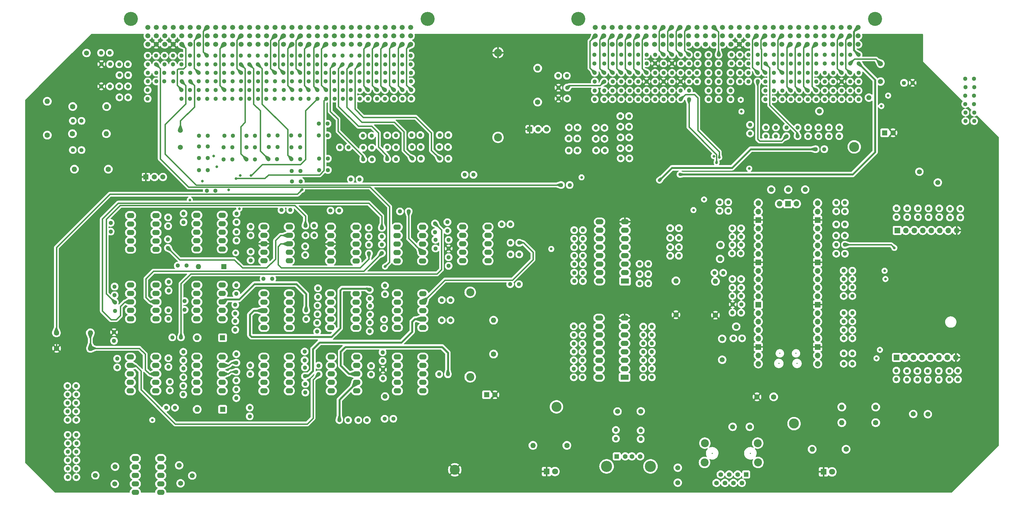
<source format=gbr>
%TF.GenerationSoftware,KiCad,Pcbnew,7.0.5*%
%TF.CreationDate,2025-02-05T20:03:36-05:00*%
%TF.ProjectId,selftest_bd,73656c66-7465-4737-945f-62642e6b6963,2.1*%
%TF.SameCoordinates,Original*%
%TF.FileFunction,Copper,L3,Inr*%
%TF.FilePolarity,Positive*%
%FSLAX46Y46*%
G04 Gerber Fmt 4.6, Leading zero omitted, Abs format (unit mm)*
G04 Created by KiCad (PCBNEW 7.0.5) date 2025-02-05 20:03:36*
%MOMM*%
%LPD*%
G01*
G04 APERTURE LIST*
%TA.AperFunction,ComponentPad*%
%ADD10C,1.300000*%
%TD*%
%TA.AperFunction,ComponentPad*%
%ADD11C,1.500000*%
%TD*%
%TA.AperFunction,ComponentPad*%
%ADD12R,1.800000X1.800000*%
%TD*%
%TA.AperFunction,ComponentPad*%
%ADD13C,1.800000*%
%TD*%
%TA.AperFunction,ComponentPad*%
%ADD14O,2.300000X1.600000*%
%TD*%
%TA.AperFunction,ComponentPad*%
%ADD15R,1.600000X1.600000*%
%TD*%
%TA.AperFunction,ComponentPad*%
%ADD16O,1.600000X1.600000*%
%TD*%
%TA.AperFunction,ComponentPad*%
%ADD17R,1.408000X1.408000*%
%TD*%
%TA.AperFunction,ComponentPad*%
%ADD18C,1.408000*%
%TD*%
%TA.AperFunction,ComponentPad*%
%ADD19C,2.400000*%
%TD*%
%TA.AperFunction,ComponentPad*%
%ADD20C,4.200000*%
%TD*%
%TA.AperFunction,ComponentPad*%
%ADD21C,1.600000*%
%TD*%
%TA.AperFunction,ComponentPad*%
%ADD22R,1.500000X1.500000*%
%TD*%
%TA.AperFunction,ComponentPad*%
%ADD23R,2.400000X1.600000*%
%TD*%
%TA.AperFunction,ComponentPad*%
%ADD24O,2.400000X1.600000*%
%TD*%
%TA.AperFunction,ComponentPad*%
%ADD25O,2.400000X2.400000*%
%TD*%
%TA.AperFunction,ComponentPad*%
%ADD26C,3.000000*%
%TD*%
%TA.AperFunction,ComponentPad*%
%ADD27R,1.428000X1.428000*%
%TD*%
%TA.AperFunction,ComponentPad*%
%ADD28C,1.428000*%
%TD*%
%TA.AperFunction,ComponentPad*%
%ADD29C,3.346000*%
%TD*%
%TA.AperFunction,ComponentPad*%
%ADD30R,1.700000X1.700000*%
%TD*%
%TA.AperFunction,ComponentPad*%
%ADD31O,1.700000X1.700000*%
%TD*%
%TA.AperFunction,ViaPad*%
%ADD32C,0.800000*%
%TD*%
%TA.AperFunction,ViaPad*%
%ADD33C,1.000000*%
%TD*%
%TA.AperFunction,Conductor*%
%ADD34C,0.400000*%
%TD*%
%TA.AperFunction,Conductor*%
%ADD35C,0.600000*%
%TD*%
%ADD36C,0.350000*%
G04 APERTURE END LIST*
D10*
%TO.N,CMOD_3*%
%TO.C,NT78*%
X269570200Y-74147200D03*
%TO.N,Net-(J1-PadC21)*%
X269570200Y-71547200D03*
%TD*%
%TO.N,Net-(J2-PadA13)*%
%TO.C,NT113*%
X155676600Y-61078665D03*
%TO.N,B30_H*%
X155676600Y-63678665D03*
%TD*%
%TO.N,B4_COM_H*%
%TO.C,NT188*%
X127789600Y-73978665D03*
%TO.N,Net-(J2-PadC24)*%
X127789600Y-71378665D03*
%TD*%
%TO.N,PR1_3*%
%TO.C,NT70*%
X307670200Y-74147200D03*
%TO.N,Net-(J1-PadC6)*%
X307670200Y-71547200D03*
%TD*%
%TO.N,PM1_IO0*%
%TO.C,NT40*%
X302590200Y-68813200D03*
%TO.N,Net-(J1-PadB8)*%
X302590200Y-66213200D03*
%TD*%
%TO.N,B20_L*%
%TO.C,NT337*%
X186689600Y-91978665D03*
%TO.N,B10_L*%
X189289600Y-91978665D03*
%TD*%
D11*
%TO.N,Net-(NT312-Pad2)*%
%TO.C,TP15*%
X279531800Y-146020000D03*
%TD*%
%TO.N,Net-(K17-Pad8)*%
%TO.C,TP32*%
X91753500Y-186994335D03*
%TD*%
D10*
%TO.N,USPI0_CLK*%
%TO.C,NT296*%
X318516000Y-145892200D03*
%TO.N,Net-(U1-GPIO2)*%
X315916000Y-145892200D03*
%TD*%
%TO.N,B4_COM_L*%
%TO.C,NT187*%
X130389600Y-73978665D03*
%TO.N,Net-(J2-PadC23)*%
X130389600Y-71378665D03*
%TD*%
%TO.N,PR_ADC1*%
%TO.C,NT4*%
X312750200Y-63394065D03*
%TO.N,Net-(J1-PadA4)*%
X312750200Y-60794065D03*
%TD*%
%TO.N,Net-(J2-PadA15)*%
%TO.C,NT115*%
X150595187Y-61078665D03*
%TO.N,B33_H*%
X150595187Y-63678665D03*
%TD*%
%TO.N,INST-*%
%TO.C,NT162*%
X112389600Y-68778665D03*
%TO.N,/Interface Connector/IT-*%
X112389600Y-66178665D03*
%TD*%
%TO.N,PCTRL*%
%TO.C,NT74*%
X297510200Y-74147200D03*
%TO.N,Net-(J1-PadC10)*%
X297510200Y-71547200D03*
%TD*%
D11*
%TO.N,Net-(NT67-Pad1)*%
%TO.C,TP5*%
X323469000Y-73660000D03*
%TD*%
D10*
%TO.N,PR1_3*%
%TO.C,NT276*%
X266547600Y-121096800D03*
%TO.N,Net-(U2-I4)*%
X263947600Y-121096800D03*
%TD*%
D12*
%TO.N,GND*%
%TO.C,D4*%
X226893200Y-185851800D03*
D13*
%TO.N,Net-(D4-A)*%
X229433200Y-185851800D03*
%TD*%
D10*
%TO.N,Net-(K14-Pad7)*%
%TO.C,NT361*%
X138252200Y-114990400D03*
%TO.N,B2_COM_H*%
X138252200Y-112390400D03*
%TD*%
%TO.N,K2_LP_NO1*%
%TO.C,NT374*%
X249067800Y-85606065D03*
%TO.N,K1_LP_NC1*%
X251667800Y-85606065D03*
%TD*%
%TO.N,Net-(K7-Pad2)*%
%TO.C,NT237*%
X173945200Y-141156200D03*
%TO.N,Net-(K8-Pad3)*%
X173945200Y-143756200D03*
%TD*%
%TO.N,Net-(K10-Pad2)*%
%TO.C,NT401*%
X133658200Y-135828400D03*
%TO.N,PS1*%
X133658200Y-138428400D03*
%TD*%
%TO.N,Net-(K16-Pad2)*%
%TO.C,NT239*%
X185602400Y-107797600D03*
%TO.N,VM1*%
X183002400Y-107797600D03*
%TD*%
%TO.N,PR0_6*%
%TO.C,NT260*%
X311471200Y-85214065D03*
%TO.N,PR1_6*%
X311471200Y-82614065D03*
%TD*%
%TO.N,/Interface Connector/SH1-*%
%TO.C,NT130*%
X112474022Y-61078665D03*
%TO.N,SCOPE_CH1-*%
X112474022Y-63678665D03*
%TD*%
%TO.N,Net-(J2-PadA25)*%
%TO.C,NT125*%
X125181077Y-61078665D03*
%TO.N,Earth*%
X125181077Y-63678665D03*
%TD*%
D11*
%TO.N,Net-(J3-Pad8)*%
%TO.C,TP23*%
X266217400Y-189204600D03*
%TD*%
%TO.N,USB_GND*%
%TO.C,TP40*%
X255143000Y-167767000D03*
%TD*%
D10*
%TO.N,K2_LP_NC1*%
%TO.C,NT62*%
X246710200Y-68813200D03*
%TO.N,Net-(J1-PadB30)*%
X246710200Y-66213200D03*
%TD*%
%TO.N,K2_LP_NO2*%
%TO.C,NT61*%
X249250200Y-68813200D03*
%TO.N,Net-(J1-PadB29)*%
X249250200Y-66213200D03*
%TD*%
%TO.N,Net-(J2-PadB13)*%
%TO.C,NT145*%
X155681005Y-66178665D03*
%TO.N,B31_H*%
X155681005Y-68778665D03*
%TD*%
%TO.N,Net-(U1-GPIO22)*%
%TO.C,NT320*%
X279811000Y-126238000D03*
%TO.N,PK17*%
X277211000Y-126238000D03*
%TD*%
%TO.N,SERIAL_RX*%
%TO.C,NT19*%
X275412200Y-63394065D03*
%TO.N,Net-(J1-PadA19)*%
X275412200Y-60794065D03*
%TD*%
%TO.N,GND*%
%TO.C,NT229*%
X93569600Y-63608665D03*
%TO.N,Net-(NT227-Pad2)*%
X96169600Y-63608665D03*
%TD*%
%TO.N,PR1_2*%
%TO.C,NT268*%
X257382800Y-123545600D03*
%TO.N,Net-(U2-I3)*%
X254782800Y-123545600D03*
%TD*%
%TO.N,K3_HP_C2*%
%TO.C,NT87*%
X246661200Y-74147200D03*
%TO.N,Net-(J1-PadC30)*%
X246661200Y-71547200D03*
%TD*%
%TO.N,Net-(J6-Pin_2)*%
%TO.C,NT396*%
X334950600Y-109504000D03*
%TO.N,CMOD_1*%
X334950600Y-106904000D03*
%TD*%
D14*
%TO.N,VCC*%
%TO.C,K16*%
X189778400Y-122651600D03*
%TO.N,Net-(K16-Pad2)*%
X189778400Y-120111600D03*
%TO.N,Net-(K16-Pad3)*%
X189778400Y-117571600D03*
%TO.N,Net-(K16-Pad4)*%
X189778400Y-115031600D03*
%TO.N,N/C*%
X189778400Y-112491600D03*
X182158400Y-112491600D03*
%TO.N,Net-(K16-Pad7)*%
X182158400Y-115031600D03*
%TO.N,Net-(K16-Pad8)*%
X182158400Y-117571600D03*
%TO.N,Net-(K16-Pad9)*%
X182158400Y-120111600D03*
%TO.N,Net-(K16-Pad10)*%
X182158400Y-122651600D03*
%TD*%
D10*
%TO.N,SSR1_POS*%
%TO.C,NT336*%
X251718600Y-91879865D03*
%TO.N,PS4*%
X249118600Y-91879865D03*
%TD*%
%TO.N,DAC_VOUT*%
%TO.C,NT36*%
X312750200Y-68813200D03*
%TO.N,Net-(J1-PadB4)*%
X312750200Y-66213200D03*
%TD*%
%TO.N,K2_LP_C1*%
%TO.C,NT63*%
X244161200Y-68813200D03*
%TO.N,Net-(J1-PadB31)*%
X244161200Y-66213200D03*
%TD*%
%TO.N,B15_H*%
%TO.C,NT331*%
X181789600Y-84978665D03*
%TO.N,B25_H*%
X179189600Y-84978665D03*
%TD*%
D11*
%TO.N,Net-(K17-Pad9)*%
%TO.C,TP35*%
X97553500Y-189594335D03*
%TD*%
D10*
%TO.N,OC1_OUT*%
%TO.C,NT126*%
X122679600Y-63678665D03*
%TO.N,Net-(J2-PadA26)*%
X122679600Y-61078665D03*
%TD*%
%TO.N,Net-(K1-Pad8)*%
%TO.C,NT215*%
X197572200Y-116351800D03*
%TO.N,GND*%
X197572200Y-118951800D03*
%TD*%
D14*
%TO.N,VCC*%
%TO.C,K4*%
X189845200Y-161656200D03*
%TO.N,Net-(K4-Pad2)*%
X189845200Y-159116200D03*
%TO.N,Net-(K4-Pad3)*%
X189845200Y-156576200D03*
%TO.N,Net-(K4-Pad4)*%
X189845200Y-154036200D03*
%TO.N,N/C*%
X189845200Y-151496200D03*
X182225200Y-151496200D03*
%TO.N,Net-(K4-Pad7)*%
X182225200Y-154036200D03*
%TO.N,Net-(K4-Pad8)*%
X182225200Y-156576200D03*
%TO.N,Net-(K4-Pad9)*%
X182225200Y-159116200D03*
%TO.N,Net-(K4-Pad10)*%
X182225200Y-161656200D03*
%TD*%
D10*
%TO.N,Net-(NT315-Pad1)*%
%TO.C,NT315*%
X282587210Y-117893210D03*
%TO.N,Net-(U1-GPIO20)*%
X285187210Y-117893210D03*
%TD*%
%TO.N,B3_COM_L*%
%TO.C,NT335*%
X153269600Y-98788665D03*
%TO.N,PS9*%
X150669600Y-98788665D03*
%TD*%
%TO.N,PR1_7*%
%TO.C,NT5*%
X310210200Y-63394065D03*
%TO.N,Net-(J1-PadA5)*%
X310210200Y-60794065D03*
%TD*%
%TO.N,JTAG_TCK*%
%TO.C,NT55*%
X264490200Y-68813200D03*
%TO.N,Net-(J1-PadB23)*%
X264490200Y-66213200D03*
%TD*%
%TO.N,Net-(K12-Pad7)*%
%TO.C,NT417*%
X118167600Y-111040600D03*
%TO.N,PS10*%
X118167600Y-108440600D03*
%TD*%
%TO.N,Net-(J5-Pin_6)*%
%TO.C,NT386*%
X347597800Y-155675000D03*
%TO.N,Net-(NT386-Pad2)*%
X347597800Y-158275000D03*
%TD*%
%TO.N,Net-(J2-PadA22)*%
%TO.C,NT122*%
X132805310Y-61078665D03*
%TO.N,B43_L*%
X132805310Y-63678665D03*
%TD*%
%TO.N,Net-(U2-O6)*%
%TO.C,NT291*%
X237788600Y-116011800D03*
%TO.N,Net-(K16-Pad10)*%
X235188600Y-116011800D03*
%TD*%
%TO.N,PR1_4*%
%TO.C,NT269*%
X266547600Y-118526800D03*
%TO.N,Net-(U2-I5)*%
X263947600Y-118526800D03*
%TD*%
%TO.N,Net-(K10-Pad9)*%
%TO.C,NT403*%
X118491000Y-137317000D03*
%TO.N,PS3*%
X118491000Y-134717000D03*
%TD*%
%TO.N,Net-(J2-PadB5)*%
%TO.C,NT137*%
X175996600Y-66178665D03*
%TO.N,B17_H*%
X175996600Y-68778665D03*
%TD*%
%TO.N,Net-(J2-PadA17)*%
%TO.C,NT117*%
X145512365Y-61078665D03*
%TO.N,B36_H*%
X145512365Y-63678665D03*
%TD*%
%TO.N,SERIAL_RTS*%
%TO.C,NT302*%
X316287210Y-107793210D03*
%TO.N,Net-(U1-GPIO14)*%
X313687210Y-107793210D03*
%TD*%
%TO.N,B17_H*%
%TO.C,NT333*%
X161389600Y-95378665D03*
%TO.N,B27_H*%
X158789600Y-95378665D03*
%TD*%
%TO.N,Net-(U2-O5)*%
%TO.C,NT283*%
X237788600Y-118511800D03*
%TO.N,Net-(K15-Pad10)*%
X235188600Y-118511800D03*
%TD*%
%TO.N,Net-(J2-PadA2)*%
%TO.C,NT102*%
X183689600Y-61078665D03*
%TO.N,B10_L*%
X183689600Y-63678665D03*
%TD*%
%TO.N,/pico/I2C_ID0*%
%TO.C,NT319*%
X282587210Y-130693210D03*
%TO.N,Net-(U1-GPIO26_ADC0)*%
X285187210Y-130693210D03*
%TD*%
D15*
%TO.N,VCC*%
%TO.C,D1*%
X129855200Y-145706200D03*
D16*
%TO.N,VM2*%
X122235200Y-145706200D03*
%TD*%
D17*
%TO.N,ETH_TX+*%
%TO.C,J3*%
X286689800Y-186740800D03*
D18*
%TO.N,ETH_TX-*%
X285419800Y-189280800D03*
%TO.N,ETH_RX+*%
X284149800Y-186740800D03*
%TO.N,Net-(J3-Pad4)*%
X282879800Y-189280800D03*
%TO.N,Net-(J3-Pad5)*%
X281609800Y-186740800D03*
%TO.N,ETH_RX-*%
X280339800Y-189280800D03*
%TO.N,Net-(J3-Pad7)*%
X279069800Y-186740800D03*
%TO.N,Net-(J3-Pad8)*%
X277799800Y-189280800D03*
D19*
%TO.N,Earth*%
X290269800Y-183140800D03*
X290159800Y-177340800D03*
X274329800Y-177340800D03*
X274219800Y-183140800D03*
%TD*%
D10*
%TO.N,Net-(J2-PadA16)*%
%TO.C,NT116*%
X148053776Y-61078665D03*
%TO.N,B33_L*%
X148053776Y-63678665D03*
%TD*%
%TO.N,PWR_RES_H*%
%TO.C,NT1*%
X320370200Y-63394065D03*
%TO.N,Net-(J1-PadA1)*%
X320370200Y-60794065D03*
%TD*%
%TO.N,B13_H*%
%TO.C,NT329*%
X181789600Y-92078665D03*
%TO.N,B23_H*%
X179189600Y-92078665D03*
%TD*%
D11*
%TO.N,Net-(J2-PadA1)*%
%TO.C,J2*%
X186182000Y-52595335D03*
%TO.N,Net-(J2-PadA2)*%
X183642000Y-52595335D03*
%TO.N,Net-(J2-PadA3)*%
X181102000Y-52595335D03*
%TO.N,Net-(J2-PadA4)*%
X178562000Y-52595335D03*
%TO.N,Net-(J2-PadA5)*%
X176022000Y-52595335D03*
%TO.N,Net-(J2-PadA6)*%
X173482000Y-52595335D03*
%TO.N,Net-(J2-PadA7)*%
X170942000Y-52595335D03*
%TO.N,Net-(J2-PadA8)*%
X168402000Y-52595335D03*
%TO.N,Net-(J2-PadA9)*%
X165862000Y-52595335D03*
%TO.N,Net-(J2-PadA10)*%
X163322000Y-52595335D03*
%TO.N,Net-(J2-PadA11)*%
X160782000Y-52595335D03*
%TO.N,Net-(J2-PadA12)*%
X158242000Y-52595335D03*
%TO.N,Net-(J2-PadA13)*%
X155702000Y-52595335D03*
%TO.N,Net-(J2-PadA14)*%
X153162000Y-52595335D03*
%TO.N,Net-(J2-PadA15)*%
X150622000Y-52595335D03*
%TO.N,Net-(J2-PadA16)*%
X148082000Y-52595335D03*
%TO.N,Net-(J2-PadA17)*%
X145542000Y-52595335D03*
%TO.N,Net-(J2-PadA18)*%
X143002000Y-52595335D03*
%TO.N,Net-(J2-PadA19)*%
X140462000Y-52595335D03*
%TO.N,Net-(J2-PadA20)*%
X137922000Y-52595335D03*
%TO.N,Net-(J2-PadA21)*%
X135382000Y-52595335D03*
%TO.N,Net-(J2-PadA22)*%
X132842000Y-52595335D03*
%TO.N,Net-(J2-PadA23)*%
X130302000Y-52595335D03*
%TO.N,Net-(J2-PadA24)*%
X127762000Y-52595335D03*
%TO.N,Net-(J2-PadA25)*%
X125222000Y-52595335D03*
%TO.N,Net-(J2-PadA26)*%
X122682000Y-52595335D03*
%TO.N,Net-(J2-PadA27)*%
X120142000Y-52595335D03*
%TO.N,Net-(J2-PadA28)*%
X117602000Y-52595335D03*
%TO.N,/Interface Connector/SH1+*%
X115062000Y-52595335D03*
%TO.N,/Interface Connector/SH1-*%
X112522000Y-52595335D03*
%TO.N,/Interface Connector/SH2+*%
X109982000Y-52595335D03*
%TO.N,/Interface Connector/SH2-*%
X107442000Y-52595335D03*
%TO.N,Net-(J2-PadB1)*%
X186182000Y-55135335D03*
%TO.N,Net-(J2-PadB2)*%
X183642000Y-55135335D03*
%TO.N,Net-(J2-PadB3)*%
X181102000Y-55135335D03*
%TO.N,Net-(J2-PadB4)*%
X178562000Y-55135335D03*
%TO.N,Net-(J2-PadB5)*%
X176022000Y-55135335D03*
%TO.N,Net-(J2-PadB6)*%
X173482000Y-55135335D03*
%TO.N,Net-(J2-PadB7)*%
X170942000Y-55135335D03*
%TO.N,Net-(J2-PadB8)*%
X168402000Y-55135335D03*
%TO.N,Net-(J2-PadB9)*%
X165862000Y-55135335D03*
%TO.N,Net-(J2-PadB10)*%
X163322000Y-55135335D03*
%TO.N,Net-(J2-PadB11)*%
X160782000Y-55135335D03*
%TO.N,Net-(J2-PadB12)*%
X158242000Y-55135335D03*
%TO.N,Net-(J2-PadB13)*%
X155702000Y-55135335D03*
%TO.N,Net-(J2-PadB14)*%
X153162000Y-55135335D03*
%TO.N,Net-(J2-PadB15)*%
X150622000Y-55135335D03*
%TO.N,Net-(J2-PadB16)*%
X148082000Y-55135335D03*
%TO.N,Net-(J2-PadB17)*%
X145542000Y-55135335D03*
%TO.N,Net-(J2-PadB18)*%
X143002000Y-55135335D03*
%TO.N,Net-(J2-PadB19)*%
X140462000Y-55135335D03*
%TO.N,Net-(J2-PadB20)*%
X137922000Y-55135335D03*
%TO.N,Net-(J2-PadB21)*%
X135382000Y-55135335D03*
%TO.N,Net-(J2-PadB22)*%
X132842000Y-55135335D03*
%TO.N,Net-(J2-PadB23)*%
X130302000Y-55135335D03*
%TO.N,Net-(J2-PadB24)*%
X127762000Y-55135335D03*
%TO.N,Net-(J2-PadB25)*%
X125222000Y-55135335D03*
%TO.N,Net-(J2-PadB26)*%
X122682000Y-55135335D03*
%TO.N,Net-(J2-PadB27)*%
X120142000Y-55135335D03*
%TO.N,Net-(J2-PadB28)*%
X117602000Y-55135335D03*
%TO.N,/Interface Connector/IT+*%
X115062000Y-55135335D03*
%TO.N,/Interface Connector/IT-*%
X112522000Y-55135335D03*
%TO.N,/Interface Connector/W+*%
X109982000Y-55135335D03*
%TO.N,/Interface Connector/W-*%
X107442000Y-55135335D03*
%TO.N,Net-(J2-PadC1)*%
X186182000Y-57675335D03*
%TO.N,Net-(J2-PadC2)*%
X183642000Y-57675335D03*
%TO.N,Net-(J2-PadC3)*%
X181102000Y-57675335D03*
%TO.N,Net-(J2-PadC4)*%
X178562000Y-57675335D03*
%TO.N,Net-(J2-PadC5)*%
X176022000Y-57675335D03*
%TO.N,Net-(J2-PadC6)*%
X173482000Y-57675335D03*
%TO.N,Net-(J2-PadC7)*%
X170942000Y-57675335D03*
%TO.N,Net-(J2-PadC8)*%
X168402000Y-57675335D03*
%TO.N,Net-(J2-PadC9)*%
X165862000Y-57675335D03*
%TO.N,Net-(J2-PadC10)*%
X163322000Y-57675335D03*
%TO.N,Net-(J2-PadC11)*%
X160782000Y-57675335D03*
%TO.N,Net-(J2-PadC12)*%
X158242000Y-57675335D03*
%TO.N,Net-(J2-PadC13)*%
X155702000Y-57675335D03*
%TO.N,Net-(J2-PadC14)*%
X153162000Y-57675335D03*
%TO.N,Net-(J2-PadC15)*%
X150622000Y-57675335D03*
%TO.N,Net-(J2-PadC16)*%
X148082000Y-57675335D03*
%TO.N,Net-(J2-PadC17)*%
X145542000Y-57675335D03*
%TO.N,Net-(J2-PadC18)*%
X143002000Y-57675335D03*
%TO.N,Net-(J2-PadC19)*%
X140462000Y-57675335D03*
%TO.N,Net-(J2-PadC20)*%
X137922000Y-57675335D03*
%TO.N,Net-(J2-PadC21)*%
X135382000Y-57675335D03*
%TO.N,Net-(J2-PadC22)*%
X132842000Y-57675335D03*
%TO.N,Net-(J2-PadC23)*%
X130302000Y-57675335D03*
%TO.N,Net-(J2-PadC24)*%
X127762000Y-57675335D03*
%TO.N,Net-(J2-PadC25)*%
X125222000Y-57675335D03*
%TO.N,Net-(J2-PadC26)*%
X122682000Y-57675335D03*
%TO.N,Net-(J2-PadC27)*%
X120142000Y-57675335D03*
%TO.N,Net-(J2-PadC28)*%
X117602000Y-57675335D03*
%TO.N,GND*%
X115062000Y-57675335D03*
%TO.N,Net-(J2-PadC30)*%
X112522000Y-57675335D03*
%TO.N,GND*%
X109982000Y-57675335D03*
%TO.N,Net-(J2-PadC32)*%
X107442000Y-57675335D03*
D20*
%TO.N,Earth*%
X191262000Y-50055335D03*
X102362000Y-50055335D03*
%TD*%
D10*
%TO.N,Net-(K7-Pad4)*%
%TO.C,NT238*%
X173945200Y-133956200D03*
%TO.N,Net-(K8-Pad8)*%
X173945200Y-131356200D03*
%TD*%
%TO.N,B3_COM_H*%
%TO.C,NT325*%
X153199600Y-95708665D03*
%TO.N,PS10*%
X150599600Y-95708665D03*
%TD*%
%TO.N,Net-(J2-PadA28)*%
%TO.C,NT128*%
X117556844Y-61078665D03*
%TO.N,DVM_H*%
X117556844Y-63678665D03*
%TD*%
%TO.N,CMOD_1*%
%TO.C,NT21*%
X269570200Y-63394065D03*
%TO.N,Net-(J1-PadA21)*%
X269570200Y-60794065D03*
%TD*%
%TO.N,B25_L*%
%TO.C,NT342*%
X171889600Y-85078665D03*
%TO.N,B15_L*%
X174489600Y-85078665D03*
%TD*%
%TO.N,Net-(K3-Pad3)*%
%TO.C,NT221*%
X195525600Y-134405400D03*
%TO.N,Net-(NT221-Pad2)*%
X198125600Y-134405400D03*
%TD*%
%TO.N,Net-(J2-PadB8)*%
%TO.C,NT140*%
X168289600Y-66178665D03*
%TO.N,B21_L*%
X168289600Y-68778665D03*
%TD*%
%TO.N,PS1_IO9*%
%TO.C,NT73*%
X300050200Y-74147200D03*
%TO.N,Net-(J1-PadC9)*%
X300050200Y-71547200D03*
%TD*%
%TO.N,PS1_OUT_HI2*%
%TO.C,NT81*%
X261950200Y-74147200D03*
%TO.N,Net-(J1-PadC24)*%
X261950200Y-71547200D03*
%TD*%
D11*
%TO.N,Net-(NT8-Pad1)*%
%TO.C,TP2*%
X308641200Y-77724000D03*
%TD*%
D10*
%TO.N,Net-(J2-PadA24)*%
%TO.C,NT124*%
X127722488Y-61078665D03*
%TO.N,B46_L*%
X127722488Y-63678665D03*
%TD*%
%TO.N,unconnected-(NT198-Pad1)*%
%TO.C,NT198*%
X352339600Y-75615800D03*
%TO.N,unconnected-(NT198-Pad2)*%
X354939600Y-75615800D03*
%TD*%
%TO.N,unconnected-(NT196-Pad1)*%
%TO.C,NT196*%
X352399600Y-70535800D03*
%TO.N,unconnected-(NT196-Pad2)*%
X354999600Y-70535800D03*
%TD*%
%TO.N,OC2_OUT*%
%TO.C,NT158*%
X122689600Y-68778665D03*
%TO.N,Net-(J2-PadB26)*%
X122689600Y-66178665D03*
%TD*%
%TO.N,PS3*%
%TO.C,NT383*%
X233573800Y-89517665D03*
%TO.N,K1_LP_C2*%
X236173800Y-89517665D03*
%TD*%
D11*
%TO.N,Net-(U1-SWDIO)*%
%TO.C,TP11*%
X294221400Y-101256600D03*
%TD*%
%TO.N,Net-(NT193-Pad2)*%
%TO.C,TP9*%
X89099600Y-60248665D03*
%TD*%
D10*
%TO.N,unconnected-(NT99-Pad1)*%
%TO.C,NT99*%
X83464400Y-185013600D03*
%TO.N,unconnected-(NT99-Pad2)*%
X86064400Y-185013600D03*
%TD*%
%TO.N,CUR_SENS_L*%
%TO.C,NT66*%
X317830200Y-74147200D03*
%TO.N,Net-(J1-PadC2)*%
X317830200Y-71547200D03*
%TD*%
%TO.N,USB_GND*%
%TO.C,NT20*%
X272161000Y-63426265D03*
%TO.N,Net-(J1-PadA20)*%
X272161000Y-60826265D03*
%TD*%
%TO.N,VM3*%
%TO.C,NT264*%
X115595200Y-166706200D03*
%TO.N,OC2_OUT*%
X112995200Y-166706200D03*
%TD*%
%TO.N,Net-(J2-PadB9)*%
%TO.C,NT141*%
X165836600Y-66178665D03*
%TO.N,B24_H*%
X165836600Y-68778665D03*
%TD*%
%TO.N,PR0_5*%
%TO.C,NT75*%
X294970200Y-74147200D03*
%TO.N,Net-(J1-PadC11)*%
X294970200Y-71547200D03*
%TD*%
%TO.N,Net-(K8-Pad7)*%
%TO.C,NT249*%
X118110000Y-154960800D03*
%TO.N,Net-(K11-Pad8)*%
X118110000Y-157560800D03*
%TD*%
%TO.N,Net-(NT67-Pad1)*%
%TO.C,NT67*%
X315290200Y-74147200D03*
%TO.N,Net-(J1-PadC3)*%
X315290200Y-71547200D03*
%TD*%
%TO.N,Net-(J2-PadB18)*%
%TO.C,NT150*%
X142986530Y-66178665D03*
%TO.N,B37_L*%
X142986530Y-68778665D03*
%TD*%
%TO.N,/Interface Connector/W+*%
%TO.C,NT163*%
X109980895Y-66178665D03*
%TO.N,AWG+*%
X109980895Y-68778665D03*
%TD*%
%TO.N,GND*%
%TO.C,NT54*%
X267030200Y-68813200D03*
%TO.N,Net-(J1-PadB22)*%
X267030200Y-66213200D03*
%TD*%
%TO.N,PS6*%
%TO.C,NT371*%
X157281400Y-112064800D03*
%TO.N,VM5*%
X154681400Y-112064800D03*
%TD*%
%TO.N,PS1_OUT_LO1*%
%TO.C,NT82*%
X259410200Y-74147200D03*
%TO.N,Net-(J1-PadC25)*%
X259410200Y-71547200D03*
%TD*%
%TO.N,Net-(J2-PadA9)*%
%TO.C,NT109*%
X165836600Y-61078665D03*
%TO.N,B23_H*%
X165836600Y-63678665D03*
%TD*%
%TO.N,Net-(J2-PadB20)*%
%TO.C,NT152*%
X137896600Y-66178665D03*
%TO.N,B41_L*%
X137896600Y-68778665D03*
%TD*%
D21*
%TO.N,I2C_SDA*%
%TO.C,R9*%
X325501000Y-171196000D03*
D16*
%TO.N,ST_3V3*%
X315341000Y-171196000D03*
%TD*%
D10*
%TO.N,unconnected-(NT197-Pad1)*%
%TO.C,NT197*%
X352339600Y-73075800D03*
%TO.N,unconnected-(NT197-Pad2)*%
X354939600Y-73075800D03*
%TD*%
%TO.N,SCOPE_CH2-*%
%TO.C,NT132*%
X107429600Y-63678665D03*
%TO.N,/Interface Connector/SH2-*%
X107429600Y-61078665D03*
%TD*%
%TO.N,SERIAL_CTS*%
%TO.C,NT310*%
X316287210Y-105193210D03*
%TO.N,Net-(U1-GPIO15)*%
X313687210Y-105193210D03*
%TD*%
%TO.N,Net-(U1-AGND)*%
%TO.C,NT324*%
X285267000Y-135703000D03*
%TO.N,GND*%
X282667000Y-135703000D03*
%TD*%
D21*
%TO.N,Net-(K4-Pad2)*%
%TO.C,R1*%
X211045200Y-150616200D03*
D16*
%TO.N,Net-(NT220-Pad2)*%
X211045200Y-140456200D03*
%TD*%
D10*
%TO.N,SSR1_NEG*%
%TO.C,NT85*%
X251790200Y-74147200D03*
%TO.N,Net-(J1-PadC28)*%
X251790200Y-71547200D03*
%TD*%
%TO.N,unconnected-(NT96-Pad1)*%
%TO.C,NT96*%
X83524400Y-177393600D03*
%TO.N,unconnected-(NT96-Pad2)*%
X86124400Y-177393600D03*
%TD*%
%TO.N,B41_L*%
%TO.C,NT364*%
X143689600Y-88478665D03*
%TO.N,B31_L*%
X146289600Y-88478665D03*
%TD*%
%TO.N,Net-(NT227-Pad2)*%
%TO.C,NT411*%
X98879600Y-63648665D03*
%TO.N,SCOPE_CH1-*%
X101479600Y-63648665D03*
%TD*%
%TO.N,Net-(J2-PadB23)*%
%TO.C,NT155*%
X130292055Y-66178665D03*
%TO.N,B47_H*%
X130292055Y-68778665D03*
%TD*%
%TO.N,Net-(J2-PadC32)*%
%TO.C,NT194*%
X107416600Y-71378665D03*
%TO.N,DVM_I*%
X107416600Y-73978665D03*
%TD*%
%TO.N,PFLAG*%
%TO.C,NT266*%
X233837000Y-99872800D03*
%TO.N,DVM_TRIG*%
X231237000Y-99872800D03*
%TD*%
%TO.N,Net-(J6-Pin_4)*%
%TO.C,NT397*%
X341350600Y-109504000D03*
%TO.N,CMOD_3*%
X341350600Y-106904000D03*
%TD*%
%TO.N,PS2*%
%TO.C,NT382*%
X230391200Y-67094065D03*
%TO.N,K1_LP_C1*%
X232991200Y-67094065D03*
%TD*%
%TO.N,CMOD_2*%
%TO.C,NT53*%
X269570200Y-68813200D03*
%TO.N,Net-(J1-PadB21)*%
X269570200Y-66213200D03*
%TD*%
%TO.N,GND*%
%TO.C,NT23*%
X264490200Y-63394065D03*
%TO.N,Net-(J1-PadA23)*%
X264490200Y-60794065D03*
%TD*%
%TO.N,CMOD_5*%
%TO.C,NT385*%
X341097800Y-158275000D03*
%TO.N,Net-(J5-Pin_4)*%
X341097800Y-155675000D03*
%TD*%
%TO.N,unconnected-(NT91-Pad1)*%
%TO.C,NT91*%
X83439000Y-162737800D03*
%TO.N,unconnected-(NT91-Pad2)*%
X86039000Y-162737800D03*
%TD*%
%TO.N,PM1_IO0*%
%TO.C,NT272*%
X258466200Y-152481600D03*
%TO.N,Net-(U3-I3)*%
X255866200Y-152481600D03*
%TD*%
%TO.N,K2_LP_NO1*%
%TO.C,NT64*%
X241361200Y-68813200D03*
%TO.N,Net-(J1-PadB32)*%
X241361200Y-66213200D03*
%TD*%
%TO.N,B27_L*%
%TO.C,NT344*%
X158689600Y-84978665D03*
%TO.N,B17_L*%
X161289600Y-84978665D03*
%TD*%
%TO.N,Net-(NT8-Pad1)*%
%TO.C,NT8*%
X302590200Y-63394065D03*
%TO.N,Net-(J1-PadA8)*%
X302590200Y-60794065D03*
%TD*%
D21*
%TO.N,Net-(NT212-Pad2)*%
%TO.C,R7*%
X84886800Y-84480400D03*
D16*
%TO.N,Net-(K6-Pad7)*%
X95046800Y-84480400D03*
%TD*%
D14*
%TO.N,VCC*%
%TO.C,K17*%
X111343500Y-192084335D03*
%TO.N,Net-(K17-Pad2)*%
X111343500Y-189544335D03*
%TO.N,Net-(K17-Pad3)*%
X111343500Y-187004335D03*
%TO.N,Net-(K17-Pad4)*%
X111343500Y-184464335D03*
%TO.N,N/C*%
X111343500Y-181924335D03*
X103723500Y-181924335D03*
%TO.N,Net-(K17-Pad7)*%
X103723500Y-184464335D03*
%TO.N,Net-(K17-Pad8)*%
X103723500Y-187004335D03*
%TO.N,Net-(K17-Pad9)*%
X103723500Y-189544335D03*
%TO.N,Net-(K17-Pad10)*%
X103723500Y-192084335D03*
%TD*%
D10*
%TO.N,/Relay_test/PRES*%
%TO.C,NT357*%
X241661200Y-86004065D03*
%TO.N,K3_HP_C1*%
X244261200Y-86004065D03*
%TD*%
%TO.N,GND*%
%TO.C,NT25*%
X259410200Y-63394065D03*
%TO.N,Net-(J1-PadA25)*%
X259410200Y-60794065D03*
%TD*%
D11*
%TO.N,Net-(NT159-Pad2)*%
%TO.C,TP4*%
X117221000Y-83439000D03*
%TD*%
%TO.N,Net-(J1-PadA1)*%
%TO.C,J1*%
X320217800Y-52595335D03*
%TO.N,Net-(J1-PadA2)*%
X317677800Y-52595335D03*
%TO.N,Net-(J1-PadA3)*%
X315137800Y-52595335D03*
%TO.N,Net-(J1-PadA4)*%
X312597800Y-52595335D03*
%TO.N,Net-(J1-PadA5)*%
X310057800Y-52595335D03*
%TO.N,Net-(J1-PadA6)*%
X307517800Y-52595335D03*
%TO.N,Net-(J1-PadA7)*%
X304977800Y-52595335D03*
%TO.N,Net-(J1-PadA8)*%
X302437800Y-52595335D03*
%TO.N,Net-(J1-PadA9)*%
X299897800Y-52595335D03*
%TO.N,Net-(J1-PadA10)*%
X297357800Y-52595335D03*
%TO.N,Net-(J1-PadA11)*%
X294817800Y-52595335D03*
%TO.N,Net-(J1-PadA12)*%
X292277800Y-52595335D03*
%TO.N,Net-(J1-PadA13)*%
X289737800Y-52595335D03*
%TO.N,Net-(J1-PadA14)*%
X287197800Y-52595335D03*
%TO.N,Net-(J1-PadA15)*%
X284657800Y-52595335D03*
%TO.N,Net-(J1-PadA16)*%
X282117800Y-52595335D03*
%TO.N,Net-(J1-PadA17)*%
X279577800Y-52595335D03*
%TO.N,Net-(J1-PadA18)*%
X277037800Y-52595335D03*
%TO.N,Net-(J1-PadA19)*%
X274497800Y-52595335D03*
%TO.N,Net-(J1-PadA20)*%
X271957800Y-52595335D03*
%TO.N,Net-(J1-PadA21)*%
X269417800Y-52595335D03*
%TO.N,Net-(J1-PadA22)*%
X266877800Y-52595335D03*
%TO.N,Net-(J1-PadA23)*%
X264337800Y-52595335D03*
%TO.N,Net-(J1-PadA24)*%
X261797800Y-52595335D03*
%TO.N,Net-(J1-PadA25)*%
X259257800Y-52595335D03*
%TO.N,Net-(J1-PadA26)*%
X256717800Y-52595335D03*
%TO.N,Net-(J1-PadA27)*%
X254177800Y-52595335D03*
%TO.N,Net-(J1-PadA28)*%
X251637800Y-52595335D03*
%TO.N,Net-(J1-PadA29)*%
X249097800Y-52595335D03*
%TO.N,Net-(J1-PadA30)*%
X246557800Y-52595335D03*
%TO.N,Net-(J1-PadA31)*%
X244017800Y-52595335D03*
%TO.N,Net-(J1-PadA32)*%
X241477800Y-52595335D03*
%TO.N,Net-(J1-PadB1)*%
X320217800Y-55135335D03*
%TO.N,Net-(J1-PadB2)*%
X317677800Y-55135335D03*
%TO.N,Net-(J1-PadB3)*%
X315137800Y-55135335D03*
%TO.N,Net-(J1-PadB4)*%
X312597800Y-55135335D03*
%TO.N,Net-(J1-PadB5)*%
X310057800Y-55135335D03*
%TO.N,Net-(J1-PadB6)*%
X307517800Y-55135335D03*
%TO.N,Net-(J1-PadB7)*%
X304977800Y-55135335D03*
%TO.N,Net-(J1-PadB8)*%
X302437800Y-55135335D03*
%TO.N,Net-(J1-PadB9)*%
X299897800Y-55135335D03*
%TO.N,Net-(J1-PadB10)*%
X297357800Y-55135335D03*
%TO.N,Net-(J1-PadB11)*%
X294817800Y-55135335D03*
%TO.N,Net-(J1-PadB12)*%
X292277800Y-55135335D03*
%TO.N,Net-(J1-PadB13)*%
X289737800Y-55135335D03*
%TO.N,Net-(J1-PadB14)*%
X287197800Y-55135335D03*
%TO.N,Net-(J1-PadB15)*%
X284657800Y-55135335D03*
%TO.N,Net-(J1-PadB16)*%
X282117800Y-55135335D03*
%TO.N,Net-(J1-PadB17)*%
X279577800Y-55135335D03*
%TO.N,Net-(J1-PadB18)*%
X277037800Y-55135335D03*
%TO.N,Net-(J1-PadB19)*%
X274497800Y-55135335D03*
%TO.N,Net-(J1-PadB20)*%
X271957800Y-55135335D03*
%TO.N,Net-(J1-PadB21)*%
X269417800Y-55135335D03*
%TO.N,Net-(J1-PadB22)*%
X266877800Y-55135335D03*
%TO.N,Net-(J1-PadB23)*%
X264337800Y-55135335D03*
%TO.N,Net-(J1-PadB24)*%
X261797800Y-55135335D03*
%TO.N,Net-(J1-PadB25)*%
X259257800Y-55135335D03*
%TO.N,Net-(J1-PadB26)*%
X256717800Y-55135335D03*
%TO.N,Net-(J1-PadB27)*%
X254177800Y-55135335D03*
%TO.N,Net-(J1-PadB28)*%
X251637800Y-55135335D03*
%TO.N,Net-(J1-PadB29)*%
X249097800Y-55135335D03*
%TO.N,Net-(J1-PadB30)*%
X246557800Y-55135335D03*
%TO.N,Net-(J1-PadB31)*%
X244017800Y-55135335D03*
%TO.N,Net-(J1-PadB32)*%
X241477800Y-55135335D03*
%TO.N,Net-(J1-PadC1)*%
X320217800Y-57675335D03*
%TO.N,Net-(J1-PadC2)*%
X317677800Y-57675335D03*
%TO.N,Net-(J1-PadC3)*%
X315137800Y-57675335D03*
%TO.N,Net-(J1-PadC4)*%
X312597800Y-57675335D03*
%TO.N,Net-(J1-PadC5)*%
X310057800Y-57675335D03*
%TO.N,Net-(J1-PadC6)*%
X307517800Y-57675335D03*
%TO.N,Net-(J1-PadC7)*%
X304977800Y-57675335D03*
%TO.N,Net-(J1-PadC8)*%
X302437800Y-57675335D03*
%TO.N,Net-(J1-PadC9)*%
X299897800Y-57675335D03*
%TO.N,Net-(J1-PadC10)*%
X297357800Y-57675335D03*
%TO.N,Net-(J1-PadC11)*%
X294817800Y-57675335D03*
%TO.N,Net-(J1-PadC12)*%
X292277800Y-57675335D03*
%TO.N,ETH_TX+*%
X289737800Y-57675335D03*
%TO.N,ETH_TX-*%
X287197800Y-57675335D03*
%TO.N,GND*%
X284657800Y-57675335D03*
%TO.N,ETH_RX+*%
X282117800Y-57675335D03*
%TO.N,ETH_RX-*%
X279577800Y-57675335D03*
%TO.N,Net-(J1-PadC18)*%
X277037800Y-57675335D03*
%TO.N,USB_D+*%
X274497800Y-57675335D03*
%TO.N,USB_D-*%
X271957800Y-57675335D03*
%TO.N,Net-(J1-PadC21)*%
X269417800Y-57675335D03*
%TO.N,Net-(J1-PadC22)*%
X266877800Y-57675335D03*
%TO.N,Net-(J1-PadC23)*%
X264337800Y-57675335D03*
%TO.N,Net-(J1-PadC24)*%
X261797800Y-57675335D03*
%TO.N,Net-(J1-PadC25)*%
X259257800Y-57675335D03*
%TO.N,Net-(J1-PadC26)*%
X256717800Y-57675335D03*
%TO.N,Net-(J1-PadC27)*%
X254177800Y-57675335D03*
%TO.N,Net-(J1-PadC28)*%
X251637800Y-57675335D03*
%TO.N,Net-(J1-PadC29)*%
X249097800Y-57675335D03*
%TO.N,Net-(J1-PadC30)*%
X246557800Y-57675335D03*
%TO.N,Net-(J1-PadC31)*%
X244017800Y-57675335D03*
%TO.N,Net-(J1-PadC32)*%
X241477800Y-57675335D03*
D20*
%TO.N,Earth*%
X325297800Y-50055335D03*
X236397800Y-50055335D03*
%TD*%
D11*
%TO.N,Net-(U1-VBUS)*%
%TO.C,TP14*%
X279531800Y-152319200D03*
%TD*%
D14*
%TO.N,VCC*%
%TO.C,K14*%
X149845200Y-122626200D03*
%TO.N,Net-(K14-Pad2)*%
X149845200Y-120086200D03*
%TO.N,Net-(K14-Pad3)*%
X149845200Y-117546200D03*
%TO.N,Net-(K14-Pad4)*%
X149845200Y-115006200D03*
%TO.N,N/C*%
X149845200Y-112466200D03*
X142225200Y-112466200D03*
%TO.N,Net-(K14-Pad7)*%
X142225200Y-115006200D03*
%TO.N,GND*%
X142225200Y-117546200D03*
%TO.N,Net-(K14-Pad9)*%
X142225200Y-120086200D03*
%TO.N,Net-(K14-Pad10)*%
X142225200Y-122626200D03*
%TD*%
D10*
%TO.N,Net-(J2-PadA19)*%
%TO.C,NT119*%
X140429543Y-61078665D03*
%TO.N,B40_H*%
X140429543Y-63678665D03*
%TD*%
%TO.N,B22_L*%
%TO.C,NT339*%
X186489600Y-84878665D03*
%TO.N,B12_L*%
X189089600Y-84878665D03*
%TD*%
%TO.N,Net-(J2-PadB15)*%
%TO.C,NT147*%
X150603215Y-66178665D03*
%TO.N,B34_H*%
X150603215Y-68778665D03*
%TD*%
D22*
%TO.N,GND*%
%TO.C,U4*%
X221818200Y-83138600D03*
D11*
%TO.N,1W_J1*%
X224358200Y-83138600D03*
%TO.N,N/C*%
X226898200Y-83138600D03*
%TD*%
D10*
%TO.N,DIG_PWR_IN*%
%TO.C,NT400*%
X310113200Y-89128600D03*
%TO.N,ST_3V3*%
X307513200Y-89128600D03*
%TD*%
%TO.N,Net-(K11-Pad2)*%
%TO.C,NT405*%
X133985000Y-161222000D03*
%TO.N,PS5*%
X133985000Y-163822000D03*
%TD*%
%TO.N,Net-(NT217-Pad1)*%
%TO.C,NT217*%
X154609800Y-118287800D03*
%TO.N,Net-(K14-Pad2)*%
X154609800Y-120887800D03*
%TD*%
%TO.N,Net-(J2-PadB4)*%
%TO.C,NT136*%
X178589600Y-66178665D03*
%TO.N,B14_L*%
X178589600Y-68778665D03*
%TD*%
%TO.N,CMOD_4*%
%TO.C,NT79*%
X267030200Y-74147200D03*
%TO.N,Net-(J1-PadC22)*%
X267030200Y-71547200D03*
%TD*%
%TO.N,Net-(K16-Pad7)*%
%TO.C,NT242*%
X177571400Y-115346000D03*
%TO.N,Net-(K9-Pad8)*%
X177571400Y-112746000D03*
%TD*%
%TO.N,K2_LP_NC1*%
%TO.C,NT372*%
X249017000Y-79205265D03*
%TO.N,K1_LP_NO1*%
X251617000Y-79205265D03*
%TD*%
%TO.N,K2_LP_NO2*%
%TO.C,NT375*%
X251642400Y-88831865D03*
%TO.N,K1_LP_NC2*%
X249042400Y-88831865D03*
%TD*%
%TO.N,Net-(J2-PadB3)*%
%TO.C,NT135*%
X181189600Y-66178665D03*
%TO.N,B14_H*%
X181189600Y-68778665D03*
%TD*%
D23*
%TO.N,Net-(U2-I1)*%
%TO.C,U2*%
X250418600Y-128701800D03*
D24*
%TO.N,Net-(U2-I2)*%
X250418600Y-126161800D03*
%TO.N,Net-(U2-I3)*%
X250418600Y-123621800D03*
%TO.N,Net-(U2-I4)*%
X250418600Y-121081800D03*
%TO.N,Net-(U2-I5)*%
X250418600Y-118541800D03*
%TO.N,Net-(U2-I6)*%
X250418600Y-116001800D03*
%TO.N,Net-(U2-I7)*%
X250418600Y-113461800D03*
%TO.N,GND*%
X250418600Y-110921800D03*
%TO.N,VCC*%
X242798600Y-110921800D03*
%TO.N,Net-(U2-O7)*%
X242798600Y-113461800D03*
%TO.N,Net-(U2-O6)*%
X242798600Y-116001800D03*
%TO.N,Net-(U2-O5)*%
X242798600Y-118541800D03*
%TO.N,Net-(U2-O4)*%
X242798600Y-121081800D03*
%TO.N,Net-(U2-O3)*%
X242798600Y-123621800D03*
%TO.N,Net-(U2-O2)*%
X242798600Y-126161800D03*
%TO.N,Net-(U2-O1)*%
X242798600Y-128701800D03*
%TD*%
D10*
%TO.N,Net-(K11-Pad7)*%
%TO.C,NT408*%
X118110000Y-152531600D03*
%TO.N,Net-(K12-Pad8)*%
X118110000Y-149931600D03*
%TD*%
%TO.N,I2C_SDA*%
%TO.C,NT298*%
X318516000Y-133192200D03*
%TO.N,Net-(U1-GPIO6)*%
X315916000Y-133192200D03*
%TD*%
%TO.N,Net-(J2-PadA7)*%
%TO.C,NT107*%
X170869600Y-61078665D03*
%TO.N,B20_H*%
X170869600Y-63678665D03*
%TD*%
%TO.N,JTAG_TDI*%
%TO.C,NT317*%
X278735000Y-105029000D03*
%TO.N,Net-(U1-GPIO16)*%
X281335000Y-105029000D03*
%TD*%
D23*
%TO.N,Net-(U3-I1)*%
%TO.C,U3*%
X250266200Y-157581600D03*
D24*
%TO.N,Net-(U3-I2)*%
X250266200Y-155041600D03*
%TO.N,Net-(U3-I3)*%
X250266200Y-152501600D03*
%TO.N,Net-(U3-I4)*%
X250266200Y-149961600D03*
%TO.N,Net-(U3-I5)*%
X250266200Y-147421600D03*
%TO.N,Net-(U3-I6)*%
X250266200Y-144881600D03*
%TO.N,Net-(U3-I7)*%
X250266200Y-142341600D03*
%TO.N,GND*%
X250266200Y-139801600D03*
%TO.N,VCC*%
X242646200Y-139801600D03*
%TO.N,Net-(U3-O7)*%
X242646200Y-142341600D03*
%TO.N,Net-(U3-O6)*%
X242646200Y-144881600D03*
%TO.N,Net-(U3-O5)*%
X242646200Y-147421600D03*
%TO.N,Net-(U3-O4)*%
X242646200Y-149961600D03*
%TO.N,Net-(U3-O3)*%
X242646200Y-152501600D03*
%TO.N,Net-(U3-O2)*%
X242646200Y-155041600D03*
%TO.N,Net-(U3-O1)*%
X242646200Y-157581600D03*
%TD*%
D21*
%TO.N,ST_3V3*%
%TO.C,C1*%
X294941000Y-163449000D03*
%TO.N,GND*%
X289941000Y-163449000D03*
%TD*%
D10*
%TO.N,GND*%
%TO.C,NT56*%
X261950200Y-68813200D03*
%TO.N,Net-(J1-PadB24)*%
X261950200Y-66213200D03*
%TD*%
%TO.N,Net-(K3-Pad9)*%
%TO.C,NT409*%
X178245200Y-140256200D03*
%TO.N,SCOPE_CH1+*%
X178245200Y-142856200D03*
%TD*%
%TO.N,Net-(U3-O3)*%
%TO.C,NT286*%
X237666200Y-152481600D03*
%TO.N,Net-(K6-Pad10)*%
X235066200Y-152481600D03*
%TD*%
%TO.N,B40_L*%
%TO.C,NT363*%
X143589600Y-92078665D03*
%TO.N,B30_L*%
X146189600Y-92078665D03*
%TD*%
%TO.N,USPI0_RX*%
%TO.C,NT304*%
X318516000Y-143392200D03*
%TO.N,Net-(U1-GPIO3)*%
X315916000Y-143392200D03*
%TD*%
%TO.N,I2C_SDA*%
%TO.C,NT48*%
X282016200Y-68813200D03*
%TO.N,Net-(J1-PadB16)*%
X282016200Y-66213200D03*
%TD*%
D11*
%TO.N,Net-(U1-ADC_VREF)*%
%TO.C,TP17*%
X283718000Y-142367000D03*
%TD*%
D10*
%TO.N,B16_H*%
%TO.C,NT332*%
X161389600Y-91978665D03*
%TO.N,B26_H*%
X158789600Y-91978665D03*
%TD*%
%TO.N,PR_ADC0*%
%TO.C,NT203*%
X114045200Y-161556200D03*
%TO.N,Net-(K13-Pad2)*%
X114045200Y-158956200D03*
%TD*%
%TO.N,PICODRV*%
%TO.C,NT236*%
X158445200Y-130856200D03*
%TO.N,Net-(K7-Pad7)*%
X158445200Y-133456200D03*
%TD*%
%TO.N,Net-(J2-PadB2)*%
%TO.C,NT134*%
X183789600Y-66178665D03*
%TO.N,B11_L*%
X183789600Y-68778665D03*
%TD*%
%TO.N,B30_H*%
%TO.C,NT348*%
X153089600Y-92078665D03*
%TO.N,B40_H*%
X150489600Y-92078665D03*
%TD*%
%TO.N,Net-(K15-Pad7)*%
%TO.C,NT362*%
X157306800Y-114985800D03*
%TO.N,B4_COM_H*%
X154706800Y-114985800D03*
%TD*%
%TO.N,PS1_IO9*%
%TO.C,NT299*%
X318516000Y-128092200D03*
%TO.N,Net-(U1-GPIO8)*%
X315916000Y-128092200D03*
%TD*%
%TO.N,B1_COM_L*%
%TO.C,NT169*%
X176089600Y-73978665D03*
%TO.N,Net-(J2-PadC5)*%
X176089600Y-71378665D03*
%TD*%
D14*
%TO.N,VCC*%
%TO.C,K6*%
X109915200Y-119186200D03*
%TO.N,Net-(K6-Pad2)*%
X109915200Y-116646200D03*
%TO.N,Net-(K6-Pad3)*%
X109915200Y-114106200D03*
%TO.N,Net-(K6-Pad4)*%
X109915200Y-111566200D03*
%TO.N,N/C*%
X109915200Y-109026200D03*
X102295200Y-109026200D03*
%TO.N,Net-(K6-Pad7)*%
X102295200Y-111566200D03*
%TO.N,Net-(K6-Pad8)*%
X102295200Y-114106200D03*
%TO.N,Net-(K6-Pad9)*%
X102295200Y-116646200D03*
%TO.N,Net-(K6-Pad10)*%
X102295200Y-119186200D03*
%TD*%
D10*
%TO.N,Net-(J2-PadB17)*%
%TO.C,NT149*%
X145525425Y-66178665D03*
%TO.N,B37_H*%
X145525425Y-68778665D03*
%TD*%
%TO.N,Net-(NT2-Pad1)*%
%TO.C,NT2*%
X317830200Y-63394065D03*
%TO.N,Net-(J1-PadA2)*%
X317830200Y-60794065D03*
%TD*%
%TO.N,Net-(J2-PadB10)*%
%TO.C,NT142*%
X163297690Y-66178665D03*
%TO.N,B24_L*%
X163297690Y-68778665D03*
%TD*%
D21*
%TO.N,GND*%
%TO.C,R11*%
X265684000Y-138811000D03*
D16*
%TO.N,/pico/I2C_ID1*%
X265684000Y-128651000D03*
%TD*%
D10*
%TO.N,Net-(U2-O7)*%
%TO.C,NT284*%
X237788600Y-113411800D03*
%TO.N,Net-(K2-Pad10)*%
X235188600Y-113411800D03*
%TD*%
%TO.N,K3_HP_NO2*%
%TO.C,NT89*%
X241361200Y-74147200D03*
%TO.N,Net-(J1-PadC32)*%
X241361200Y-71547200D03*
%TD*%
%TO.N,Net-(K8-Pad4)*%
%TO.C,NT247*%
X144733800Y-128016000D03*
%TO.N,Net-(K10-Pad8)*%
X142133800Y-128016000D03*
%TD*%
%TO.N,Net-(K15-Pad2)*%
%TO.C,NT232*%
X193624200Y-116327400D03*
%TO.N,Net-(K16-Pad3)*%
X193624200Y-118927400D03*
%TD*%
%TO.N,DVM_SENSE_H*%
%TO.C,NT211*%
X87609200Y-80619600D03*
%TO.N,Net-(NT211-Pad2)*%
X85009200Y-80619600D03*
%TD*%
%TO.N,USPI0_CS*%
%TO.C,NT305*%
X318516000Y-138292200D03*
%TO.N,Net-(U1-GPIO5)*%
X315916000Y-138292200D03*
%TD*%
%TO.N,/Relay_test/PRES*%
%TO.C,NT358*%
X241661200Y-82704065D03*
%TO.N,K3_HP_C2*%
X244261200Y-82704065D03*
%TD*%
D19*
%TO.N,/Relay_test/PRES*%
%TO.C,R12*%
X212369400Y-85572600D03*
D25*
%TO.N,GND*%
X212369400Y-60172600D03*
%TD*%
D10*
%TO.N,Net-(J2-PadC22)*%
%TO.C,NT186*%
X132816600Y-71378665D03*
%TO.N,B45_L*%
X132816600Y-73978665D03*
%TD*%
%TO.N,Net-(J2-PadA5)*%
%TO.C,NT105*%
X175989600Y-61078665D03*
%TO.N,B16_H*%
X175989600Y-63678665D03*
%TD*%
%TO.N,DIG_PWR_IN*%
%TO.C,NT69*%
X310210200Y-74147200D03*
%TO.N,Net-(J1-PadC5)*%
X310210200Y-71547200D03*
%TD*%
%TO.N,Net-(U3-O1)*%
%TO.C,NT285*%
X237666200Y-157581600D03*
%TO.N,Net-(K9-Pad10)*%
X235066200Y-157581600D03*
%TD*%
%TO.N,Net-(K5-Pad2)*%
%TO.C,NT244*%
X164841400Y-170434000D03*
%TO.N,CUR_SENS_H*%
X167441400Y-170434000D03*
%TD*%
%TO.N,ST_3V3*%
%TO.C,NT387*%
X331697800Y-158175000D03*
%TO.N,Net-(J5-Pin_1)*%
X331697800Y-155575000D03*
%TD*%
%TO.N,1W_J1*%
%TO.C,NT77*%
X275412200Y-74147200D03*
%TO.N,Net-(J1-PadC18)*%
X275412200Y-71547200D03*
%TD*%
%TO.N,Net-(K4-Pad3)*%
%TO.C,NT231*%
X194745200Y-156656200D03*
%TO.N,Net-(K5-Pad3)*%
X197345200Y-156656200D03*
%TD*%
%TO.N,K1_LP_NO2*%
%TO.C,NT373*%
X249017000Y-82380265D03*
%TO.N,K2_LP_NC2*%
X251617000Y-82380265D03*
%TD*%
%TO.N,JTAG_TMS*%
%TO.C,NT24*%
X261950200Y-63394065D03*
%TO.N,Net-(J1-PadA24)*%
X261950200Y-60794065D03*
%TD*%
%TO.N,PM1_IO1*%
%TO.C,NT273*%
X258466200Y-147381600D03*
%TO.N,Net-(U3-I5)*%
X255866200Y-147381600D03*
%TD*%
%TO.N,PK17*%
%TO.C,NT274*%
X258466200Y-142381600D03*
%TO.N,Net-(U3-I7)*%
X255866200Y-142381600D03*
%TD*%
%TO.N,PS1*%
%TO.C,NT377*%
X177800000Y-150084000D03*
%TO.N,Net-(K4-Pad7)*%
X177800000Y-152684000D03*
%TD*%
%TO.N,Net-(J2-PadA14)*%
%TO.C,NT114*%
X153136600Y-61078665D03*
%TO.N,B30_L*%
X153136600Y-63678665D03*
%TD*%
%TO.N,B43_L*%
%TO.C,NT366*%
X130189600Y-92178665D03*
%TO.N,B33_L*%
X132789600Y-92178665D03*
%TD*%
%TO.N,K3_HP_NO1*%
%TO.C,NT346*%
X236121200Y-85914065D03*
%TO.N,PS5*%
X233521200Y-85914065D03*
%TD*%
%TO.N,Net-(U3-O4)*%
%TO.C,NT293*%
X237666200Y-149881600D03*
%TO.N,Net-(K1-Pad10)*%
X235066200Y-149881600D03*
%TD*%
%TO.N,Net-(J6-Pin_6)*%
%TO.C,NT393*%
X347750600Y-109604000D03*
%TO.N,Net-(NT393-Pad2)*%
X347750600Y-107004000D03*
%TD*%
%TO.N,K1_LP_NC1*%
%TO.C,NT29*%
X249250200Y-63394065D03*
%TO.N,Net-(J1-PadA29)*%
X249250200Y-60794065D03*
%TD*%
D11*
%TO.N,Net-(NT2-Pad1)*%
%TO.C,TP1*%
X326961200Y-63484065D03*
%TD*%
D14*
%TO.N,VCC*%
%TO.C,K2*%
X149845200Y-161656200D03*
%TO.N,Net-(K2-Pad2)*%
X149845200Y-159116200D03*
%TO.N,Net-(K2-Pad3)*%
X149845200Y-156576200D03*
%TO.N,Net-(K2-Pad4)*%
X149845200Y-154036200D03*
%TO.N,N/C*%
X149845200Y-151496200D03*
X142225200Y-151496200D03*
%TO.N,Net-(K2-Pad7)*%
X142225200Y-154036200D03*
%TO.N,Net-(K2-Pad8)*%
X142225200Y-156576200D03*
%TO.N,Net-(K2-Pad9)*%
X142225200Y-159116200D03*
%TO.N,Net-(K2-Pad10)*%
X142225200Y-161656200D03*
%TD*%
D10*
%TO.N,USPI0_CS*%
%TO.C,NT47*%
X284810200Y-68813200D03*
%TO.N,Net-(J1-PadB15)*%
X284810200Y-66213200D03*
%TD*%
%TO.N,PR0_3*%
%TO.C,NT44*%
X292430200Y-68813200D03*
%TO.N,Net-(J1-PadB12)*%
X292430200Y-66213200D03*
%TD*%
%TO.N,B46_L*%
%TO.C,NT369*%
X122789600Y-85078665D03*
%TO.N,B36_L*%
X125389600Y-85078665D03*
%TD*%
%TO.N,INST-*%
%TO.C,NT228*%
X101559600Y-73568665D03*
%TO.N,Net-(NT228-Pad2)*%
X98959600Y-73568665D03*
%TD*%
%TO.N,Net-(K12-Pad4)*%
%TO.C,NT415*%
X134035800Y-111028000D03*
%TO.N,PS8*%
X134035800Y-108428000D03*
%TD*%
D14*
%TO.N,VCC*%
%TO.C,K9*%
X109915200Y-140046200D03*
%TO.N,Net-(K9-Pad2)*%
X109915200Y-137506200D03*
%TO.N,Net-(K9-Pad3)*%
X109915200Y-134966200D03*
%TO.N,Net-(K9-Pad4)*%
X109915200Y-132426200D03*
%TO.N,N/C*%
X109915200Y-129886200D03*
X102295200Y-129886200D03*
%TO.N,Net-(K9-Pad7)*%
X102295200Y-132426200D03*
%TO.N,Net-(K9-Pad8)*%
X102295200Y-134966200D03*
%TO.N,Net-(K9-Pad9)*%
X102295200Y-137506200D03*
%TO.N,Net-(K9-Pad10)*%
X102295200Y-140046200D03*
%TD*%
D10*
%TO.N,PR0_1*%
%TO.C,NT255*%
X295611200Y-85214065D03*
%TO.N,PR1_1*%
X295611200Y-82614065D03*
%TD*%
%TO.N,K1_LP_C2*%
%TO.C,NT31*%
X244170200Y-63394065D03*
%TO.N,Net-(J1-PadA31)*%
X244170200Y-60794065D03*
%TD*%
%TO.N,PS1_OUT_HI1*%
%TO.C,NT207*%
X218722200Y-120701800D03*
%TO.N,Net-(K1-Pad2)*%
X216122200Y-120701800D03*
%TD*%
%TO.N,PWR_5V*%
%TO.C,NT420*%
X181005000Y-170027600D03*
%TO.N,VCC*%
X178405000Y-170027600D03*
%TD*%
%TO.N,OC3_OUT*%
%TO.C,NT190*%
X122689600Y-73978665D03*
%TO.N,Net-(J2-PadC26)*%
X122689600Y-71378665D03*
%TD*%
%TO.N,Net-(J2-PadC10)*%
%TO.C,NT174*%
X163389600Y-71378665D03*
%TO.N,B25_L*%
X163389600Y-73978665D03*
%TD*%
%TO.N,Net-(J6-Pin_3)*%
%TO.C,NT398*%
X338150600Y-109504000D03*
%TO.N,CMOD_2*%
X338150600Y-106904000D03*
%TD*%
%TO.N,Net-(J2-PadA1)*%
%TO.C,NT101*%
X186189600Y-61078665D03*
%TO.N,B10_H*%
X186189600Y-63678665D03*
%TD*%
%TO.N,PERR_LED*%
%TO.C,NT308*%
X316287210Y-117793210D03*
%TO.N,Net-(U1-GPIO11)*%
X313687210Y-117793210D03*
%TD*%
%TO.N,Net-(J2-PadC15)*%
%TO.C,NT179*%
X150723600Y-71378665D03*
%TO.N,B35_H*%
X150723600Y-73978665D03*
%TD*%
D11*
%TO.N,Net-(NT386-Pad2)*%
%TO.C,TP20*%
X336753200Y-168605200D03*
%TD*%
D10*
%TO.N,Net-(J2-PadC2)*%
%TO.C,NT166*%
X183789600Y-71378665D03*
%TO.N,B12_L*%
X183789600Y-73978665D03*
%TD*%
%TO.N,GND*%
%TO.C,NT380*%
X230491200Y-70664065D03*
%TO.N,K2_LP_C1*%
X233091200Y-70664065D03*
%TD*%
D14*
%TO.N,VCC*%
%TO.C,K15*%
X169845200Y-122651600D03*
%TO.N,Net-(K15-Pad2)*%
X169845200Y-120111600D03*
%TO.N,Net-(K15-Pad3)*%
X169845200Y-117571600D03*
%TO.N,Net-(K15-Pad4)*%
X169845200Y-115031600D03*
%TO.N,N/C*%
X169845200Y-112491600D03*
X162225200Y-112491600D03*
%TO.N,Net-(K15-Pad7)*%
X162225200Y-115031600D03*
%TO.N,GND*%
X162225200Y-117571600D03*
%TO.N,Net-(K15-Pad9)*%
X162225200Y-120111600D03*
%TO.N,Net-(K15-Pad10)*%
X162225200Y-122651600D03*
%TD*%
D10*
%TO.N,USPI0_TX*%
%TO.C,NT297*%
X318516000Y-140792200D03*
%TO.N,Net-(U1-GPIO4)*%
X315916000Y-140792200D03*
%TD*%
D14*
%TO.N,VCC*%
%TO.C,K13*%
X109845200Y-161656200D03*
%TO.N,Net-(K13-Pad2)*%
X109845200Y-159116200D03*
%TO.N,Net-(K13-Pad3)*%
X109845200Y-156576200D03*
%TO.N,Net-(K13-Pad4)*%
X109845200Y-154036200D03*
%TO.N,N/C*%
X109845200Y-151496200D03*
X102225200Y-151496200D03*
%TO.N,/relay_switch/VM_L*%
X102225200Y-154036200D03*
%TO.N,Net-(K13-Pad8)*%
X102225200Y-156576200D03*
%TO.N,Net-(K13-Pad9)*%
X102225200Y-159116200D03*
%TO.N,Net-(K13-Pad10)*%
X102225200Y-161656200D03*
%TD*%
D10*
%TO.N,INST+*%
%TO.C,NT226*%
X138145200Y-156606200D03*
%TO.N,Net-(K2-Pad7)*%
X138145200Y-154006200D03*
%TD*%
D11*
%TO.N,Net-(J3-Pad4)*%
%TO.C,TP24*%
X287782000Y-172440600D03*
%TD*%
D10*
%TO.N,B1_COM_H*%
%TO.C,NT334*%
X164989600Y-88578665D03*
%TO.N,PS8*%
X167589600Y-88578665D03*
%TD*%
%TO.N,PR1_0*%
%TO.C,NT71*%
X305130200Y-74147200D03*
%TO.N,Net-(J1-PadC7)*%
X305130200Y-71547200D03*
%TD*%
%TO.N,I2C_SCL*%
%TO.C,NT49*%
X278460200Y-68813200D03*
%TO.N,Net-(J1-PadB17)*%
X278460200Y-66213200D03*
%TD*%
D14*
%TO.N,VCC*%
%TO.C,K5*%
X170045200Y-161656200D03*
%TO.N,Net-(K5-Pad2)*%
X170045200Y-159116200D03*
%TO.N,Net-(K5-Pad3)*%
X170045200Y-156576200D03*
%TO.N,Net-(K5-Pad4)*%
X170045200Y-154036200D03*
%TO.N,N/C*%
X170045200Y-151496200D03*
X162425200Y-151496200D03*
%TO.N,Net-(K5-Pad7)*%
X162425200Y-154036200D03*
%TO.N,Net-(K5-Pad8)*%
X162425200Y-156576200D03*
%TO.N,Net-(K5-Pad9)*%
X162425200Y-159116200D03*
%TO.N,Net-(K5-Pad10)*%
X162425200Y-161656200D03*
%TD*%
D10*
%TO.N,Net-(J2-PadB19)*%
%TO.C,NT151*%
X140447635Y-66178665D03*
%TO.N,B41_H*%
X140447635Y-68778665D03*
%TD*%
%TO.N,unconnected-(NT95-Pad1)*%
%TO.C,NT95*%
X83464400Y-174853600D03*
%TO.N,unconnected-(NT95-Pad2)*%
X86064400Y-174853600D03*
%TD*%
D14*
%TO.N,VCC*%
%TO.C,K8*%
X149845200Y-142656200D03*
%TO.N,Net-(K8-Pad2)*%
X149845200Y-140116200D03*
%TO.N,Net-(K8-Pad3)*%
X149845200Y-137576200D03*
%TO.N,Net-(K8-Pad4)*%
X149845200Y-135036200D03*
%TO.N,N/C*%
X149845200Y-132496200D03*
X142225200Y-132496200D03*
%TO.N,Net-(K8-Pad7)*%
X142225200Y-135036200D03*
%TO.N,Net-(K8-Pad8)*%
X142225200Y-137576200D03*
%TO.N,Net-(K8-Pad9)*%
X142225200Y-140116200D03*
%TO.N,Net-(K8-Pad10)*%
X142225200Y-142656200D03*
%TD*%
D10*
%TO.N,PFLAG*%
%TO.C,NT280*%
X258466200Y-144881600D03*
%TO.N,Net-(U3-I6)*%
X255866200Y-144881600D03*
%TD*%
%TO.N,Net-(J2-PadA3)*%
%TO.C,NT103*%
X181189600Y-61078665D03*
%TO.N,B13_H*%
X181189600Y-63678665D03*
%TD*%
%TO.N,PR0_2*%
%TO.C,NT76*%
X292430200Y-74147200D03*
%TO.N,Net-(J1-PadC12)*%
X292430200Y-71547200D03*
%TD*%
D11*
%TO.N,Net-(J3-Pad5)*%
%TO.C,TP25*%
X282651200Y-172440600D03*
%TD*%
D10*
%TO.N,Net-(J2-PadC30)*%
%TO.C,NT193*%
X96059600Y-60218665D03*
%TO.N,Net-(NT193-Pad2)*%
X93459600Y-60218665D03*
%TD*%
%TO.N,/Relay_test/PRES*%
%TO.C,NT311*%
X205008000Y-96799400D03*
%TO.N,VM6*%
X202408000Y-96799400D03*
%TD*%
D21*
%TO.N,1W_J2*%
%TO.C,R14*%
X95631000Y-95123000D03*
D16*
%TO.N,ST_3V3*%
X85471000Y-95123000D03*
%TD*%
D10*
%TO.N,GND*%
%TO.C,NT230*%
X93519600Y-70268665D03*
%TO.N,Net-(NT228-Pad2)*%
X96119600Y-70268665D03*
%TD*%
D26*
%TO.N,GND*%
%TO.C,TP6*%
X199415400Y-185343800D03*
%TD*%
D10*
%TO.N,/relay_switch/VM_L*%
%TO.C,NT224*%
X158645200Y-156656200D03*
%TO.N,Net-(K5-Pad7)*%
X158645200Y-154056200D03*
%TD*%
%TO.N,Net-(J2-PadC14)*%
%TO.C,NT178*%
X153189600Y-71378665D03*
%TO.N,B32_L*%
X153189600Y-73978665D03*
%TD*%
%TO.N,Net-(K5-Pad8)*%
%TO.C,NT234*%
X174045200Y-136156200D03*
%TO.N,Net-(K7-Pad3)*%
X174045200Y-138756200D03*
%TD*%
%TO.N,INST+*%
%TO.C,NT161*%
X115089600Y-68778665D03*
%TO.N,/Interface Connector/IT+*%
X115089600Y-66178665D03*
%TD*%
%TO.N,Net-(J2-PadA4)*%
%TO.C,NT104*%
X178589600Y-61078665D03*
%TO.N,B13_L*%
X178589600Y-63678665D03*
%TD*%
%TO.N,Net-(J2-PadC16)*%
%TO.C,NT180*%
X148183600Y-71378665D03*
%TO.N,B35_L*%
X148183600Y-73978665D03*
%TD*%
%TO.N,unconnected-(NT195-Pad1)*%
%TO.C,NT195*%
X352339600Y-67995800D03*
%TO.N,unconnected-(NT195-Pad2)*%
X354939600Y-67995800D03*
%TD*%
%TO.N,JTAG_TDI*%
%TO.C,NT57*%
X259410200Y-68813200D03*
%TO.N,Net-(J1-PadB25)*%
X259410200Y-66213200D03*
%TD*%
%TO.N,SERIAL_RX*%
%TO.C,NT301*%
X316267000Y-115053000D03*
%TO.N,Net-(U1-GPIO12)*%
X313667000Y-115053000D03*
%TD*%
%TO.N,unconnected-(NT94-Pad1)*%
%TO.C,NT94*%
X83439000Y-170357800D03*
%TO.N,unconnected-(NT94-Pad2)*%
X86039000Y-170357800D03*
%TD*%
%TO.N,Net-(J4-GND)*%
%TO.C,NT392*%
X255108400Y-176145065D03*
%TO.N,USB_GND*%
X255108400Y-173545065D03*
%TD*%
%TO.N,Net-(J2-PadA8)*%
%TO.C,NT108*%
X168389600Y-61078665D03*
%TO.N,B20_L*%
X168389600Y-63678665D03*
%TD*%
%TO.N,PR1_2*%
%TO.C,NT7*%
X305130200Y-63394065D03*
%TO.N,Net-(J1-PadA7)*%
X305130200Y-60794065D03*
%TD*%
%TO.N,CMOD_6*%
%TO.C,NT14*%
X287350200Y-63394065D03*
%TO.N,Net-(J1-PadA14)*%
X287350200Y-60794065D03*
%TD*%
D11*
%TO.N,Net-(K4-Pad9)*%
%TO.C,TP28*%
X178536600Y-163347400D03*
%TD*%
D10*
%TO.N,AWG-*%
%TO.C,NT227*%
X101579600Y-66908665D03*
%TO.N,Net-(NT227-Pad2)*%
X98979600Y-66908665D03*
%TD*%
%TO.N,Net-(K2-Pad8)*%
%TO.C,NT235*%
X158195200Y-143856200D03*
%TO.N,Net-(K7-Pad9)*%
X158195200Y-141256200D03*
%TD*%
%TO.N,B11_H*%
%TO.C,NT327*%
X197389600Y-88478665D03*
%TO.N,B21_H*%
X194789600Y-88478665D03*
%TD*%
%TO.N,Net-(J2-PadC28)*%
%TO.C,NT192*%
X117576600Y-71378665D03*
%TO.N,DVM_SENSE_H*%
X117576600Y-73978665D03*
%TD*%
%TO.N,Net-(J5-Pin_7)*%
%TO.C,NT390*%
X350139000Y-155621200D03*
%TO.N,Net-(NT390-Pad2)*%
X350139000Y-158221200D03*
%TD*%
%TO.N,Net-(K8-Pad9)*%
%TO.C,NT248*%
X133985000Y-158522000D03*
%TO.N,Net-(K11-Pad3)*%
X133985000Y-155922000D03*
%TD*%
%TO.N,PCTRL*%
%TO.C,NT262*%
X287883600Y-84408800D03*
%TO.N,PFLAG*%
X287883600Y-81808800D03*
%TD*%
%TO.N,VM4*%
%TO.C,NT265*%
X119055200Y-124056200D03*
%TO.N,OC3_OUT*%
X116455200Y-124056200D03*
%TD*%
%TO.N,PR0_0*%
%TO.C,NT45*%
X290144200Y-68764865D03*
%TO.N,Net-(J1-PadB13)*%
X290144200Y-66164865D03*
%TD*%
%TO.N,K1_LP_NC2*%
%TO.C,NT32*%
X241261200Y-63394065D03*
%TO.N,Net-(J1-PadA32)*%
X241261200Y-60794065D03*
%TD*%
%TO.N,PS1_IO8*%
%TO.C,NT278*%
X258466200Y-154981600D03*
%TO.N,Net-(U3-I2)*%
X255866200Y-154981600D03*
%TD*%
%TO.N,Net-(NT189-Pad1)*%
%TO.C,NT189*%
X125219600Y-73978665D03*
%TO.N,Net-(J2-PadC25)*%
X125219600Y-71378665D03*
%TD*%
%TO.N,K1_LP_NO2*%
%TO.C,NT30*%
X246710200Y-63394065D03*
%TO.N,Net-(J1-PadA30)*%
X246710200Y-60794065D03*
%TD*%
%TO.N,Net-(K10-Pad7)*%
%TO.C,NT404*%
X147514000Y-107391200D03*
%TO.N,PS4*%
X150114000Y-107391200D03*
%TD*%
%TO.N,Net-(J2-PadA12)*%
%TO.C,NT112*%
X158216600Y-61078665D03*
%TO.N,B26_L*%
X158216600Y-63678665D03*
%TD*%
D21*
%TO.N,Net-(NT212-Pad2)*%
%TO.C,R6*%
X77343000Y-84912200D03*
D16*
%TO.N,Net-(NT211-Pad2)*%
X77343000Y-74752200D03*
%TD*%
D10*
%TO.N,Net-(K3-Pad7)*%
%TO.C,NT410*%
X178511200Y-132643400D03*
%TO.N,SCOPE_CH2+*%
X178511200Y-130043400D03*
%TD*%
%TO.N,PM1_IO0*%
%TO.C,NT303*%
X318516000Y-150421990D03*
%TO.N,Net-(U1-GPIO1)*%
X315916000Y-150421990D03*
%TD*%
%TO.N,PR0_0*%
%TO.C,NT254*%
X298771200Y-85214065D03*
%TO.N,PR1_0*%
X298771200Y-82614065D03*
%TD*%
%TO.N,Net-(J2-PadB16)*%
%TO.C,NT148*%
X148064320Y-66178665D03*
%TO.N,B34_L*%
X148064320Y-68778665D03*
%TD*%
%TO.N,Net-(J2-PadB27)*%
%TO.C,NT159*%
X120136475Y-66178665D03*
%TO.N,Net-(NT159-Pad2)*%
X120136475Y-68778665D03*
%TD*%
%TO.N,JTAG_TRST*%
%TO.C,NT318*%
X282467000Y-120393210D03*
%TO.N,Net-(U1-GPIO21)*%
X285067000Y-120393210D03*
%TD*%
%TO.N,GND*%
%TO.C,NT58*%
X256870200Y-68813200D03*
%TO.N,Net-(J1-PadB26)*%
X256870200Y-66213200D03*
%TD*%
%TO.N,Net-(J4-VUSB)*%
%TO.C,NT391*%
X247678400Y-175985065D03*
%TO.N,USB_VBUS*%
X247678400Y-173385065D03*
%TD*%
%TO.N,USB_VBUS*%
%TO.C,NT52*%
X272008600Y-68813200D03*
%TO.N,Net-(J1-PadB20)*%
X272008600Y-66213200D03*
%TD*%
D26*
%TO.N,VCC*%
%TO.C,TP37*%
X229870000Y-166446200D03*
%TD*%
D21*
%TO.N,Net-(D4-A)*%
%TO.C,R15*%
X232994200Y-178028600D03*
D16*
%TO.N,VCC*%
X222834200Y-178028600D03*
%TD*%
D10*
%TO.N,PWR_RES_H*%
%TO.C,NT418*%
X218622400Y-129641600D03*
%TO.N,PS6*%
X216022400Y-129641600D03*
%TD*%
%TO.N,PR_ADC0*%
%TO.C,NT3*%
X315290200Y-63394065D03*
%TO.N,Net-(J1-PadA3)*%
X315290200Y-60794065D03*
%TD*%
%TO.N,PR1_4*%
%TO.C,NT38*%
X307670200Y-68813200D03*
%TO.N,Net-(J1-PadB6)*%
X307670200Y-66213200D03*
%TD*%
D15*
%TO.N,VCC*%
%TO.C,D3*%
X130205200Y-124356200D03*
D16*
%TO.N,VM4*%
X122585200Y-124356200D03*
%TD*%
D10*
%TO.N,Net-(U3-O2)*%
%TO.C,NT292*%
X237666200Y-154981600D03*
%TO.N,Net-(K13-Pad10)*%
X235066200Y-154981600D03*
%TD*%
%TO.N,B1_COM_H*%
%TO.C,NT170*%
X173389600Y-73978665D03*
%TO.N,Net-(J2-PadC6)*%
X173389600Y-71378665D03*
%TD*%
%TO.N,PR1_6*%
%TO.C,NT270*%
X266547600Y-112826800D03*
%TO.N,Net-(U2-I7)*%
X263947600Y-112826800D03*
%TD*%
%TO.N,Net-(J2-PadB6)*%
%TO.C,NT138*%
X173489600Y-66178665D03*
%TO.N,B17_L*%
X173489600Y-68778665D03*
%TD*%
%TO.N,Net-(J2-PadA27)*%
%TO.C,NT127*%
X120098255Y-61078665D03*
%TO.N,DVM_L*%
X120098255Y-63678665D03*
%TD*%
%TO.N,CUR_SENS_L*%
%TO.C,NT223*%
X173105600Y-170434000D03*
%TO.N,Net-(K5-Pad9)*%
X170505600Y-170434000D03*
%TD*%
%TO.N,DVM_H*%
%TO.C,NT201*%
X113545200Y-109606200D03*
%TO.N,Net-(K6-Pad3)*%
X113545200Y-112206200D03*
%TD*%
%TO.N,Net-(U3-O5)*%
%TO.C,NT287*%
X237666200Y-147481600D03*
%TO.N,Net-(K5-Pad10)*%
X235066200Y-147481600D03*
%TD*%
%TO.N,Net-(J2-PadB11)*%
%TO.C,NT143*%
X160758795Y-66178665D03*
%TO.N,B27_H*%
X160758795Y-68778665D03*
%TD*%
%TO.N,Net-(K12-Pad9)*%
%TO.C,NT416*%
X125136600Y-101574600D03*
%TO.N,PS9*%
X127736600Y-101574600D03*
%TD*%
D27*
%TO.N,Net-(J4-VUSB)*%
%TO.C,J4*%
X247968400Y-181315065D03*
D28*
%TO.N,USB_D-*%
X250468400Y-181315065D03*
%TO.N,USB_D+*%
X252468400Y-181315065D03*
%TO.N,Net-(J4-GND)*%
X254968400Y-181315065D03*
D29*
%TO.N,Earth*%
X244898400Y-184315065D03*
X258038400Y-184315065D03*
%TD*%
D10*
%TO.N,PR1_1*%
%TO.C,NT275*%
X257382800Y-126605600D03*
%TO.N,Net-(U2-I2)*%
X254782800Y-126605600D03*
%TD*%
%TO.N,Net-(J2-PadB22)*%
%TO.C,NT154*%
X132830950Y-66178665D03*
%TO.N,B44_L*%
X132830950Y-68778665D03*
%TD*%
D30*
%TO.N,Net-(J6-Pin_1)*%
%TO.C,J6*%
X331965600Y-113515600D03*
D31*
%TO.N,Net-(J6-Pin_2)*%
X334505600Y-113515600D03*
%TO.N,Net-(J6-Pin_3)*%
X337045600Y-113515600D03*
%TO.N,Net-(J6-Pin_4)*%
X339585600Y-113515600D03*
%TO.N,Net-(J6-Pin_5)*%
X342125600Y-113515600D03*
%TO.N,Net-(J6-Pin_6)*%
X344665600Y-113515600D03*
%TO.N,Net-(J6-Pin_7)*%
X347205600Y-113515600D03*
%TO.N,GND*%
X349745600Y-113515600D03*
%TD*%
D10*
%TO.N,Net-(NT228-Pad2)*%
%TO.C,NT412*%
X98909600Y-70268665D03*
%TO.N,SCOPE_CH2-*%
X101509600Y-70268665D03*
%TD*%
%TO.N,B42_L*%
%TO.C,NT365*%
X143689600Y-84978665D03*
%TO.N,B32_L*%
X146289600Y-84978665D03*
%TD*%
%TO.N,Net-(J6-Pin_5)*%
%TO.C,NT399*%
X344550600Y-109504000D03*
%TO.N,CMOD_4*%
X344550600Y-106904000D03*
%TD*%
%TO.N,USPI0_CLK*%
%TO.C,NT15*%
X284810200Y-63394065D03*
%TO.N,Net-(J1-PadA15)*%
X284810200Y-60794065D03*
%TD*%
%TO.N,K2_LP_NC2*%
%TO.C,NT59*%
X254330200Y-68813200D03*
%TO.N,Net-(J1-PadB27)*%
X254330200Y-66213200D03*
%TD*%
%TO.N,B10_H*%
%TO.C,NT326*%
X197489600Y-91978665D03*
%TO.N,B20_H*%
X194889600Y-91978665D03*
%TD*%
%TO.N,PR0_7*%
%TO.C,NT261*%
X314591200Y-85214065D03*
%TO.N,PR1_7*%
X314591200Y-82614065D03*
%TD*%
%TO.N,K1_LP_NO1*%
%TO.C,NT27*%
X254330200Y-63394065D03*
%TO.N,Net-(J1-PadA27)*%
X254330200Y-60794065D03*
%TD*%
%TO.N,Net-(J2-PadC13)*%
%TO.C,NT177*%
X155676600Y-71378665D03*
%TO.N,B32_H*%
X155676600Y-73978665D03*
%TD*%
%TO.N,B45_L*%
%TO.C,NT368*%
X130389600Y-85078665D03*
%TO.N,B35_L*%
X132989600Y-85078665D03*
%TD*%
D11*
%TO.N,Net-(K17-Pad4)*%
%TO.C,TP34*%
X116853500Y-183994335D03*
%TD*%
D10*
%TO.N,Net-(J6-Pin_7)*%
%TO.C,NT395*%
X350850600Y-109604000D03*
%TO.N,Net-(NT395-Pad2)*%
X350850600Y-107004000D03*
%TD*%
%TO.N,Net-(K8-Pad2)*%
%TO.C,NT246*%
X154905200Y-140126200D03*
%TO.N,Net-(K10-Pad3)*%
X154905200Y-137526200D03*
%TD*%
%TO.N,PWR_RES_L*%
%TO.C,NT419*%
X333980000Y-69215000D03*
%TO.N,GND*%
X336580000Y-69215000D03*
%TD*%
%TO.N,unconnected-(NT100-Pad1)*%
%TO.C,NT100*%
X83464400Y-187553600D03*
%TO.N,unconnected-(NT100-Pad2)*%
X86064400Y-187553600D03*
%TD*%
D14*
%TO.N,VCC*%
%TO.C,K3*%
X189845200Y-142656200D03*
%TO.N,Net-(K3-Pad2)*%
X189845200Y-140116200D03*
%TO.N,Net-(K3-Pad3)*%
X189845200Y-137576200D03*
%TO.N,Net-(K3-Pad4)*%
X189845200Y-135036200D03*
%TO.N,N/C*%
X189845200Y-132496200D03*
X182225200Y-132496200D03*
%TO.N,Net-(K3-Pad7)*%
X182225200Y-135036200D03*
%TO.N,Net-(K3-Pad8)*%
X182225200Y-137576200D03*
%TO.N,Net-(K3-Pad9)*%
X182225200Y-140116200D03*
%TO.N,Net-(K3-Pad10)*%
X182225200Y-142656200D03*
%TD*%
D10*
%TO.N,PS1_IO9*%
%TO.C,NT279*%
X258466200Y-149981600D03*
%TO.N,Net-(U3-I4)*%
X255866200Y-149981600D03*
%TD*%
%TO.N,Net-(U2-O3)*%
%TO.C,NT282*%
X237788600Y-123611800D03*
%TO.N,Net-(K3-Pad10)*%
X235188600Y-123611800D03*
%TD*%
%TO.N,DIG_SPARE*%
%TO.C,NT323*%
X282587210Y-138193210D03*
%TO.N,Net-(U1-GPIO28_ADC2)*%
X285187210Y-138193210D03*
%TD*%
%TO.N,B33_H*%
%TO.C,NT351*%
X139589600Y-92178665D03*
%TO.N,B43_H*%
X136989600Y-92178665D03*
%TD*%
%TO.N,I2C_SCL*%
%TO.C,NT306*%
X318516000Y-130592200D03*
%TO.N,Net-(U1-GPIO7)*%
X315916000Y-130592200D03*
%TD*%
%TO.N,PR0_2*%
%TO.C,NT256*%
X292601200Y-85214065D03*
%TO.N,PR1_2*%
X292601200Y-82614065D03*
%TD*%
%TO.N,Net-(J2-PadC1)*%
%TO.C,NT165*%
X186389600Y-71378665D03*
%TO.N,B12_H*%
X186389600Y-73978665D03*
%TD*%
%TO.N,Net-(J2-PadA10)*%
%TO.C,NT110*%
X163296600Y-61078665D03*
%TO.N,B23_L*%
X163296600Y-63678665D03*
%TD*%
%TO.N,Net-(K15-Pad9)*%
%TO.C,NT360*%
X164799800Y-107543600D03*
%TO.N,B4_COM_L*%
X162199800Y-107543600D03*
%TD*%
%TO.N,B24_L*%
%TO.C,NT341*%
X171989600Y-88678665D03*
%TO.N,B14_L*%
X174589600Y-88678665D03*
%TD*%
%TO.N,Net-(NT34-Pad1)*%
%TO.C,NT34*%
X317830200Y-68813200D03*
%TO.N,Net-(J1-PadB2)*%
X317830200Y-66213200D03*
%TD*%
%TO.N,VM2*%
%TO.C,NT263*%
X117395200Y-145606200D03*
%TO.N,OC1_OUT*%
X114795200Y-145606200D03*
%TD*%
%TO.N,PS1_IO8*%
%TO.C,NT295*%
X318516000Y-153492200D03*
%TO.N,Net-(U1-GPIO0)*%
X315916000Y-153492200D03*
%TD*%
D11*
%TO.N,Net-(K17-Pad2)*%
%TO.C,TP33*%
X117253500Y-189394335D03*
%TD*%
D10*
%TO.N,Net-(J2-PadC20)*%
%TO.C,NT184*%
X137896600Y-71378665D03*
%TO.N,B42_L*%
X137896600Y-73978665D03*
%TD*%
%TO.N,Net-(J2-PadC9)*%
%TO.C,NT173*%
X165889600Y-71378665D03*
%TO.N,B25_H*%
X165889600Y-73978665D03*
%TD*%
%TO.N,PS1_IO8*%
%TO.C,NT10*%
X297510200Y-63394065D03*
%TO.N,Net-(J1-PadA10)*%
X297510200Y-60794065D03*
%TD*%
%TO.N,PR1_7*%
%TO.C,NT271*%
X258466200Y-157581600D03*
%TO.N,Net-(U3-I1)*%
X255866200Y-157581600D03*
%TD*%
%TO.N,Net-(J2-PadC21)*%
%TO.C,NT185*%
X135356600Y-71378665D03*
%TO.N,B45_H*%
X135356600Y-73978665D03*
%TD*%
%TO.N,Net-(U2-O4)*%
%TO.C,NT290*%
X237788600Y-121111800D03*
%TO.N,Net-(K14-Pad10)*%
X235188600Y-121111800D03*
%TD*%
D11*
%TO.N,Net-(NT393-Pad2)*%
%TO.C,TP26*%
X338582000Y-95885000D03*
%TD*%
D10*
%TO.N,JTAG_TMS*%
%TO.C,NT321*%
X282587210Y-115393210D03*
%TO.N,Net-(U1-GPIO19)*%
X285187210Y-115393210D03*
%TD*%
%TO.N,PS1_OUT_LO2*%
%TO.C,NT83*%
X256870200Y-74147200D03*
%TO.N,Net-(J1-PadC26)*%
X256870200Y-71547200D03*
%TD*%
D14*
%TO.N,VCC*%
%TO.C,K1*%
X209372200Y-122635600D03*
%TO.N,Net-(K1-Pad2)*%
X209372200Y-120095600D03*
%TO.N,Net-(K1-Pad3)*%
X209372200Y-117555600D03*
%TO.N,Net-(K1-Pad4)*%
X209372200Y-115015600D03*
%TO.N,N/C*%
X209372200Y-112475600D03*
X201752200Y-112475600D03*
%TO.N,Net-(K1-Pad7)*%
X201752200Y-115015600D03*
%TO.N,Net-(K1-Pad8)*%
X201752200Y-117555600D03*
%TO.N,Net-(K1-Pad9)*%
X201752200Y-120095600D03*
%TO.N,Net-(K1-Pad10)*%
X201752200Y-122635600D03*
%TD*%
D10*
%TO.N,I2C_SCL*%
%TO.C,NT384*%
X334897800Y-158275000D03*
%TO.N,Net-(J5-Pin_2)*%
X334897800Y-155675000D03*
%TD*%
%TO.N,Net-(J2-PadC18)*%
%TO.C,NT182*%
X142976600Y-71378665D03*
%TO.N,B3_COM_H*%
X142976600Y-73978665D03*
%TD*%
D11*
%TO.N,Net-(U1-SWCLK)*%
%TO.C,TP13*%
X304381400Y-101256600D03*
%TD*%
%TO.N,Net-(TP12-Pad1)*%
%TO.C,TP12*%
X299301400Y-101256600D03*
%TD*%
D10*
%TO.N,I2C_SDA*%
%TO.C,NT388*%
X337997800Y-158275000D03*
%TO.N,Net-(J5-Pin_3)*%
X337997800Y-155675000D03*
%TD*%
D14*
%TO.N,VCC*%
%TO.C,K12*%
X129768600Y-119100600D03*
%TO.N,Net-(K12-Pad2)*%
X129768600Y-116560600D03*
%TO.N,Net-(K12-Pad3)*%
X129768600Y-114020600D03*
%TO.N,Net-(K12-Pad4)*%
X129768600Y-111480600D03*
%TO.N,N/C*%
X129768600Y-108940600D03*
X122148600Y-108940600D03*
%TO.N,Net-(K12-Pad7)*%
X122148600Y-111480600D03*
%TO.N,Net-(K12-Pad8)*%
X122148600Y-114020600D03*
%TO.N,Net-(K12-Pad9)*%
X122148600Y-116560600D03*
%TO.N,VM4*%
X122148600Y-119100600D03*
%TD*%
D10*
%TO.N,B37_H*%
%TO.C,NT355*%
X125389600Y-95378665D03*
%TO.N,B47_H*%
X122789600Y-95378665D03*
%TD*%
%TO.N,JTAG_TRST*%
%TO.C,NT22*%
X267161200Y-63394065D03*
%TO.N,Net-(J1-PadA22)*%
X267161200Y-60794065D03*
%TD*%
D11*
%TO.N,Net-(J3-Pad7)*%
%TO.C,TP22*%
X266217400Y-184708800D03*
%TD*%
D21*
%TO.N,Net-(NT211-Pad2)*%
%TO.C,R5*%
X84963000Y-76327000D03*
D16*
%TO.N,Net-(K6-Pad4)*%
X95123000Y-76327000D03*
%TD*%
D10*
%TO.N,unconnected-(NT93-Pad1)*%
%TO.C,NT93*%
X83379000Y-167817800D03*
%TO.N,unconnected-(NT93-Pad2)*%
X85979000Y-167817800D03*
%TD*%
%TO.N,B1_COM_L*%
%TO.C,NT345*%
X168289600Y-98178665D03*
%TO.N,PS7*%
X170889600Y-98178665D03*
%TD*%
D11*
%TO.N,Net-(K17-Pad7)*%
%TO.C,TP36*%
X97653500Y-184394335D03*
%TD*%
D10*
%TO.N,K3_HP_C1*%
%TO.C,NT86*%
X249250200Y-74147200D03*
%TO.N,Net-(J1-PadC29)*%
X249250200Y-71547200D03*
%TD*%
D21*
%TO.N,GND*%
%TO.C,R4*%
X80136200Y-148896600D03*
D16*
%TO.N,Net-(K13-Pad3)*%
X90296200Y-148896600D03*
%TD*%
D10*
%TO.N,B32_H*%
%TO.C,NT350*%
X152989600Y-84978665D03*
%TO.N,B42_H*%
X150389600Y-84978665D03*
%TD*%
%TO.N,PR1_0*%
%TO.C,NT267*%
X257382800Y-129425600D03*
%TO.N,Net-(U2-I1)*%
X254782800Y-129425600D03*
%TD*%
%TO.N,PERR_LED*%
%TO.C,NT41*%
X300050200Y-68813200D03*
%TO.N,Net-(J1-PadB9)*%
X300050200Y-66213200D03*
%TD*%
%TO.N,Net-(K4-Pad8)*%
%TO.C,NT376*%
X177901600Y-157891000D03*
%TO.N,GND*%
X177901600Y-155291000D03*
%TD*%
%TO.N,CMOD_5*%
%TO.C,NT46*%
X287350200Y-68813200D03*
%TO.N,Net-(J1-PadB14)*%
X287350200Y-66213200D03*
%TD*%
D15*
%TO.N,DIG_PWR_IN*%
%TO.C,C3*%
X328209144Y-84201000D03*
D21*
%TO.N,GND*%
X330709144Y-84201000D03*
%TD*%
D10*
%TO.N,Net-(U3-O7)*%
%TO.C,NT288*%
X237666200Y-142281600D03*
%TO.N,Net-(K17-Pad10)*%
X235066200Y-142281600D03*
%TD*%
%TO.N,B23_L*%
%TO.C,NT340*%
X171989600Y-92178665D03*
%TO.N,B13_L*%
X174589600Y-92178665D03*
%TD*%
%TO.N,unconnected-(NT98-Pad1)*%
%TO.C,NT98*%
X83464400Y-182473600D03*
%TO.N,unconnected-(NT98-Pad2)*%
X86064400Y-182473600D03*
%TD*%
%TO.N,Net-(J2-PadC17)*%
%TO.C,NT181*%
X145516600Y-71378665D03*
%TO.N,B3_COM_L*%
X145516600Y-73978665D03*
%TD*%
%TO.N,PR0_1*%
%TO.C,NT13*%
X290144200Y-63394065D03*
%TO.N,Net-(J1-PadA13)*%
X290144200Y-60794065D03*
%TD*%
%TO.N,B26_L*%
%TO.C,NT343*%
X158689600Y-81478665D03*
%TO.N,B16_L*%
X161289600Y-81478665D03*
%TD*%
%TO.N,PR0_4*%
%TO.C,NT258*%
X302107864Y-85214065D03*
%TO.N,PR1_4*%
X302107864Y-82614065D03*
%TD*%
%TO.N,Net-(J2-PadC8)*%
%TO.C,NT172*%
X168289600Y-71378665D03*
%TO.N,B22_L*%
X168289600Y-73978665D03*
%TD*%
%TO.N,CMOD_6*%
%TO.C,NT389*%
X344397800Y-158275000D03*
%TO.N,Net-(J5-Pin_5)*%
X344397800Y-155675000D03*
%TD*%
%TO.N,unconnected-(NT199-Pad1)*%
%TO.C,NT199*%
X352399600Y-78155800D03*
%TO.N,unconnected-(NT199-Pad2)*%
X354999600Y-78155800D03*
%TD*%
%TO.N,Net-(K5-Pad4)*%
%TO.C,NT245*%
X174345200Y-154156200D03*
%TO.N,DVM_I*%
X174345200Y-156756200D03*
%TD*%
%TO.N,Net-(K16-Pad4)*%
%TO.C,NT240*%
X193497200Y-114025200D03*
%TO.N,VM2*%
X193497200Y-111425200D03*
%TD*%
%TO.N,Net-(K14-Pad3)*%
%TO.C,NT222*%
X173701000Y-120411600D03*
%TO.N,Net-(K15-Pad3)*%
X173701000Y-117811600D03*
%TD*%
%TO.N,Net-(U3-O6)*%
%TO.C,NT294*%
X237666200Y-144881600D03*
%TO.N,Net-(K4-Pad10)*%
X235066200Y-144881600D03*
%TD*%
%TO.N,/pico/I2C_ID1*%
%TO.C,NT313*%
X282587210Y-133193000D03*
%TO.N,Net-(U1-GPIO27_ADC1)*%
X285187210Y-133193000D03*
%TD*%
D26*
%TO.N,DIG_PWR_IN*%
%TO.C,TP38*%
X319074800Y-88450865D03*
%TD*%
D10*
%TO.N,K3_HP_NO1*%
%TO.C,NT88*%
X244161200Y-74147200D03*
%TO.N,Net-(J1-PadC31)*%
X244161200Y-71547200D03*
%TD*%
%TO.N,PS1*%
%TO.C,NT413*%
X133658200Y-140728400D03*
%TO.N,VM1*%
X133658200Y-143328400D03*
%TD*%
%TO.N,/Relay_test/PRES*%
%TO.C,NT356*%
X241761200Y-89504065D03*
%TO.N,SSR1_NEG*%
X244361200Y-89504065D03*
%TD*%
%TO.N,Net-(K6-Pad9)*%
%TO.C,NT213*%
X98295200Y-152006200D03*
%TO.N,Net-(K13-Pad8)*%
X98295200Y-154606200D03*
%TD*%
%TO.N,PR0_6*%
%TO.C,NT43*%
X294970200Y-68813200D03*
%TO.N,Net-(J1-PadB11)*%
X294970200Y-66213200D03*
%TD*%
%TO.N,Net-(K1-Pad3)*%
%TO.C,NT214*%
X216122200Y-117201800D03*
%TO.N,Net-(K3-Pad4)*%
X218722200Y-117201800D03*
%TD*%
D11*
%TO.N,USB_VBUS*%
%TO.C,TP39*%
X248159400Y-167844465D03*
%TD*%
%TO.N,Net-(NT395-Pad2)*%
%TO.C,TP27*%
X344119200Y-99110800D03*
%TD*%
D14*
%TO.N,VCC*%
%TO.C,K7*%
X169845200Y-142656200D03*
%TO.N,Net-(K7-Pad2)*%
X169845200Y-140116200D03*
%TO.N,Net-(K7-Pad3)*%
X169845200Y-137576200D03*
%TO.N,Net-(K7-Pad4)*%
X169845200Y-135036200D03*
%TO.N,N/C*%
X169845200Y-132496200D03*
X162225200Y-132496200D03*
%TO.N,Net-(K7-Pad7)*%
X162225200Y-135036200D03*
%TO.N,Net-(K7-Pad8)*%
X162225200Y-137576200D03*
%TO.N,Net-(K7-Pad9)*%
X162225200Y-140116200D03*
%TO.N,Net-(K7-Pad10)*%
X162225200Y-142656200D03*
%TD*%
D10*
%TO.N,Net-(J2-PadA23)*%
%TO.C,NT123*%
X130263899Y-61078665D03*
%TO.N,B46_H*%
X130263899Y-63678665D03*
%TD*%
%TO.N,PM1_IO1*%
%TO.C,NT72*%
X302590200Y-74147200D03*
%TO.N,Net-(J1-PadC8)*%
X302590200Y-71547200D03*
%TD*%
D11*
%TO.N,Net-(NT390-Pad2)*%
%TO.C,TP21*%
X341122000Y-168656000D03*
%TD*%
D10*
%TO.N,Net-(K3-Pad3)*%
%TO.C,NT220*%
X195525600Y-140465400D03*
%TO.N,Net-(NT220-Pad2)*%
X198125600Y-140465400D03*
%TD*%
%TO.N,B2_COM_L*%
%TO.C,NT175*%
X160889600Y-73978665D03*
%TO.N,Net-(J2-PadC11)*%
X160889600Y-71378665D03*
%TD*%
D21*
%TO.N,1W_J1*%
%TO.C,R13*%
X224256600Y-74980800D03*
D16*
%TO.N,ST_3V3*%
X224256600Y-64820800D03*
%TD*%
D10*
%TO.N,JTAG_TCK*%
%TO.C,NT316*%
X282587210Y-112893210D03*
%TO.N,Net-(U1-GPIO18)*%
X285187210Y-112893210D03*
%TD*%
%TO.N,K1_LP_C1*%
%TO.C,NT28*%
X251790200Y-63394065D03*
%TO.N,Net-(J1-PadA28)*%
X251790200Y-60794065D03*
%TD*%
%TO.N,CUR_SENS_H*%
%TO.C,NT65*%
X320370200Y-74147200D03*
%TO.N,Net-(J1-PadC1)*%
X320370200Y-71547200D03*
%TD*%
%TO.N,DIG_SPARE*%
%TO.C,NT9*%
X300050200Y-63394065D03*
%TO.N,Net-(J1-PadA9)*%
X300050200Y-60794065D03*
%TD*%
%TO.N,Net-(J2-PadC27)*%
%TO.C,NT191*%
X120116600Y-71378665D03*
%TO.N,DVM_SENSE_L*%
X120116600Y-73978665D03*
%TD*%
%TO.N,DVM_SENSE_L*%
%TO.C,NT212*%
X87609200Y-89382600D03*
%TO.N,Net-(NT212-Pad2)*%
X85009200Y-89382600D03*
%TD*%
%TO.N,PR0_4*%
%TO.C,NT12*%
X292430200Y-63394065D03*
%TO.N,Net-(J1-PadA12)*%
X292430200Y-60794065D03*
%TD*%
D21*
%TO.N,GND*%
%TO.C,R10*%
X277495000Y-138938000D03*
D16*
%TO.N,/pico/I2C_ID0*%
X277495000Y-128778000D03*
%TD*%
D10*
%TO.N,Net-(J2-PadB25)*%
%TO.C,NT157*%
X125214265Y-66178665D03*
%TO.N,1W_J2*%
X125214265Y-68778665D03*
%TD*%
D15*
%TO.N,VCC*%
%TO.C,C2*%
X208955000Y-162814000D03*
D21*
%TO.N,GND*%
X211455000Y-162814000D03*
%TD*%
D10*
%TO.N,PR0_3*%
%TO.C,NT257*%
X305251200Y-85214065D03*
%TO.N,PR1_3*%
X305251200Y-82614065D03*
%TD*%
%TO.N,Net-(K6-Pad2)*%
%TO.C,NT218*%
X113495200Y-116156200D03*
%TO.N,Net-(K14-Pad4)*%
X113495200Y-118756200D03*
%TD*%
D11*
%TO.N,Net-(NT315-Pad1)*%
%TO.C,TP19*%
X279006800Y-117876800D03*
%TD*%
D10*
%TO.N,Net-(U2-O1)*%
%TO.C,NT281*%
X237788600Y-128711800D03*
%TO.N,Net-(K8-Pad10)*%
X235188600Y-128711800D03*
%TD*%
%TO.N,USPI0_TX*%
%TO.C,NT16*%
X282016200Y-74147200D03*
%TO.N,Net-(J1-PadA16)*%
X282016200Y-71547200D03*
%TD*%
%TO.N,Net-(K14-Pad9)*%
%TO.C,NT359*%
X138277600Y-119888000D03*
%TO.N,B2_COM_L*%
X138277600Y-122488000D03*
%TD*%
%TO.N,B42_H*%
%TO.C,NT183*%
X140489600Y-73978665D03*
%TO.N,Net-(J2-PadC19)*%
X140489600Y-71378665D03*
%TD*%
%TO.N,K2_LP_C2*%
%TO.C,NT60*%
X251790200Y-68813200D03*
%TO.N,Net-(J1-PadB28)*%
X251790200Y-66213200D03*
%TD*%
%TO.N,PR1_6*%
%TO.C,NT37*%
X310210200Y-68813200D03*
%TO.N,Net-(J1-PadB5)*%
X310210200Y-66213200D03*
%TD*%
%TO.N,PS1_OUT_HI1*%
%TO.C,NT80*%
X264490200Y-74147200D03*
%TO.N,Net-(J1-PadC23)*%
X264490200Y-71547200D03*
%TD*%
%TO.N,B34_H*%
%TO.C,NT352*%
X139589600Y-88578665D03*
%TO.N,B44_H*%
X136989600Y-88578665D03*
%TD*%
D11*
%TO.N,Net-(NT314-Pad2)*%
%TO.C,TP18*%
X278892000Y-122047000D03*
%TD*%
D10*
%TO.N,PS1_OUT_LO2*%
%TO.C,NT210*%
X197211700Y-111026800D03*
%TO.N,Net-(K1-Pad7)*%
X197211700Y-113626800D03*
%TD*%
%TO.N,Net-(K16-Pad9)*%
%TO.C,NT241*%
X177571400Y-117729000D03*
%TO.N,Net-(K9-Pad3)*%
X177571400Y-120329000D03*
%TD*%
%TO.N,Net-(J2-PadC3)*%
%TO.C,NT167*%
X181189600Y-71378665D03*
%TO.N,B15_H*%
X181189600Y-73978665D03*
%TD*%
%TO.N,unconnected-(NT200-Pad1)*%
%TO.C,NT200*%
X352399600Y-80695800D03*
%TO.N,unconnected-(NT200-Pad2)*%
X354999600Y-80695800D03*
%TD*%
D14*
%TO.N,VCC*%
%TO.C,K11*%
X129758200Y-161656200D03*
%TO.N,Net-(K11-Pad2)*%
X129758200Y-159116200D03*
%TO.N,Net-(K11-Pad3)*%
X129758200Y-156576200D03*
%TO.N,Net-(K11-Pad4)*%
X129758200Y-154036200D03*
%TO.N,N/C*%
X129758200Y-151496200D03*
X122138200Y-151496200D03*
%TO.N,Net-(K11-Pad7)*%
X122138200Y-154036200D03*
%TO.N,Net-(K11-Pad8)*%
X122138200Y-156576200D03*
%TO.N,Net-(K11-Pad9)*%
X122138200Y-159116200D03*
%TO.N,VM3*%
X122138200Y-161656200D03*
%TD*%
D11*
%TO.N,Net-(NT34-Pad1)*%
%TO.C,TP7*%
X326961200Y-68824065D03*
%TD*%
D10*
%TO.N,Net-(K9-Pad7)*%
%TO.C,NT253*%
X97515200Y-132946200D03*
%TO.N,VM6*%
X97515200Y-130346200D03*
%TD*%
D26*
%TO.N,ST_3V3*%
%TO.C,TP3*%
X301040800Y-171475400D03*
%TD*%
D10*
%TO.N,Net-(K11-Pad9)*%
%TO.C,NT407*%
X118084600Y-160147000D03*
%TO.N,Net-(K12-Pad3)*%
X118084600Y-162747000D03*
%TD*%
%TO.N,PICODRV*%
%TO.C,NT300*%
X316287210Y-120493210D03*
%TO.N,Net-(U1-GPIO10)*%
X313687210Y-120493210D03*
%TD*%
%TO.N,Net-(J2-PadB21)*%
%TO.C,NT153*%
X135369845Y-66178665D03*
%TO.N,B44_H*%
X135369845Y-68778665D03*
%TD*%
%TO.N,PWR_RES_L*%
%TO.C,NT33*%
X320370200Y-68813200D03*
%TO.N,Net-(J1-PadB1)*%
X320370200Y-66213200D03*
%TD*%
%TO.N,PR1_5*%
%TO.C,NT6*%
X307670200Y-63394065D03*
%TO.N,Net-(J1-PadA6)*%
X307670200Y-60794065D03*
%TD*%
%TO.N,DAC_VOUT*%
%TO.C,NT206*%
X154445200Y-149856200D03*
%TO.N,Net-(K2-Pad4)*%
X154445200Y-152456200D03*
%TD*%
%TO.N,SERIAL_RTS*%
%TO.C,NT50*%
X278460200Y-74147200D03*
%TO.N,Net-(J1-PadB18)*%
X278460200Y-71547200D03*
%TD*%
D15*
%TO.N,VCC*%
%TO.C,D2*%
X129870200Y-167208200D03*
D16*
%TO.N,VM3*%
X122250200Y-167208200D03*
%TD*%
D10*
%TO.N,Net-(J2-PadB1)*%
%TO.C,NT133*%
X186289600Y-66178665D03*
%TO.N,B11_H*%
X186289600Y-68778665D03*
%TD*%
%TO.N,Net-(J2-PadB12)*%
%TO.C,NT144*%
X158219900Y-66178665D03*
%TO.N,B27_L*%
X158219900Y-68778665D03*
%TD*%
%TO.N,AWG+*%
%TO.C,NT225*%
X137998200Y-169295600D03*
%TO.N,Net-(K2-Pad9)*%
X137998200Y-166695600D03*
%TD*%
%TO.N,Net-(K9-Pad9)*%
%TO.C,NT252*%
X97612200Y-137698000D03*
%TO.N,VM5*%
X97612200Y-135098000D03*
%TD*%
%TO.N,PM1_IO1*%
%TO.C,NT307*%
X318516000Y-125592200D03*
%TO.N,Net-(U1-GPIO9)*%
X315916000Y-125592200D03*
%TD*%
%TO.N,unconnected-(NT90-Pad1)*%
%TO.C,NT90*%
X83379000Y-160197800D03*
%TO.N,unconnected-(NT90-Pad2)*%
X85979000Y-160197800D03*
%TD*%
D11*
%TO.N,Net-(NT189-Pad1)*%
%TO.C,TP8*%
X117221000Y-88519000D03*
%TD*%
D10*
%TO.N,Net-(J2-PadC7)*%
%TO.C,NT171*%
X170989600Y-71378665D03*
%TO.N,B22_H*%
X170989600Y-73978665D03*
%TD*%
%TO.N,Net-(K9-Pad2)*%
%TO.C,NT250*%
X113615200Y-137456200D03*
%TO.N,VM3*%
X113615200Y-140056200D03*
%TD*%
%TO.N,SERIAL_CTS*%
%TO.C,NT18*%
X278460200Y-63394065D03*
%TO.N,Net-(J1-PadA18)*%
X278460200Y-60794065D03*
%TD*%
%TO.N,SERIAL_TX*%
%TO.C,NT309*%
X316287210Y-111703000D03*
%TO.N,Net-(U1-GPIO13)*%
X313687210Y-111703000D03*
%TD*%
%TO.N,Net-(U1-3V3_EN)*%
%TO.C,NT312*%
X285487210Y-145893210D03*
%TO.N,Net-(NT312-Pad2)*%
X282887210Y-145893210D03*
%TD*%
%TO.N,PFLAG*%
%TO.C,NT42*%
X297510200Y-68813200D03*
%TO.N,Net-(J1-PadB10)*%
X297510200Y-66213200D03*
%TD*%
%TO.N,Net-(K10-Pad4)*%
%TO.C,NT402*%
X133958200Y-132528400D03*
%TO.N,PS2*%
X133958200Y-129928400D03*
%TD*%
%TO.N,SERIAL_TX*%
%TO.C,NT51*%
X275412200Y-68813200D03*
%TO.N,Net-(J1-PadB19)*%
X275412200Y-66213200D03*
%TD*%
%TO.N,B31_H*%
%TO.C,NT349*%
X153089600Y-88578665D03*
%TO.N,B41_H*%
X150489600Y-88578665D03*
%TD*%
D21*
%TO.N,Net-(NT217-Pad1)*%
%TO.C,R3*%
X80086200Y-144246600D03*
D16*
%TO.N,Net-(K13-Pad3)*%
X90246200Y-144246600D03*
%TD*%
D11*
%TO.N,Net-(K17-Pad3)*%
%TO.C,TP31*%
X120777000Y-187071000D03*
%TD*%
D10*
%TO.N,SCOPE_CH2+*%
%TO.C,NT131*%
X109959600Y-63678665D03*
%TO.N,/Interface Connector/SH2+*%
X109959600Y-61078665D03*
%TD*%
%TO.N,JTAG_TDO*%
%TO.C,NT322*%
X278735000Y-107629000D03*
%TO.N,Net-(U1-GPIO17)*%
X281335000Y-107629000D03*
%TD*%
%TO.N,DVM_L*%
%TO.C,NT202*%
X96345200Y-111256200D03*
%TO.N,Net-(K6-Pad8)*%
X96345200Y-113856200D03*
%TD*%
%TO.N,unconnected-(NT92-Pad1)*%
%TO.C,NT92*%
X83379000Y-165277800D03*
%TO.N,unconnected-(NT92-Pad2)*%
X85979000Y-165277800D03*
%TD*%
%TO.N,B14_H*%
%TO.C,NT330*%
X181789600Y-88578665D03*
%TO.N,B24_H*%
X179189600Y-88578665D03*
%TD*%
%TO.N,Net-(J2-PadA6)*%
%TO.C,NT106*%
X173477766Y-61078665D03*
%TO.N,B16_L*%
X173477766Y-63678665D03*
%TD*%
%TO.N,/Interface Connector/SH1+*%
%TO.C,NT129*%
X115015433Y-61078665D03*
%TO.N,SCOPE_CH1+*%
X115015433Y-63678665D03*
%TD*%
%TO.N,PWR_5V*%
%TO.C,NT205*%
X154645200Y-162156200D03*
%TO.N,Net-(K2-Pad2)*%
X154645200Y-159556200D03*
%TD*%
%TO.N,Net-(K9-Pad4)*%
%TO.C,NT251*%
X113695200Y-131556200D03*
%TO.N,VM4*%
X113695200Y-128956200D03*
%TD*%
%TO.N,B44_L*%
%TO.C,NT367*%
X130189600Y-88578665D03*
%TO.N,B34_L*%
X132789600Y-88578665D03*
%TD*%
%TO.N,SSR1_POS*%
%TO.C,NT84*%
X254330200Y-74147200D03*
%TO.N,Net-(J1-PadC27)*%
X254330200Y-71547200D03*
%TD*%
%TO.N,Net-(K13-Pad9)*%
%TO.C,NT219*%
X97345200Y-146656200D03*
%TO.N,GND*%
X97345200Y-144056200D03*
%TD*%
%TO.N,K3_HP_NO2*%
%TO.C,NT347*%
X236191200Y-82634065D03*
%TO.N,PS5*%
X233591200Y-82634065D03*
%TD*%
%TO.N,GND*%
%TO.C,NT381*%
X230491200Y-73914065D03*
%TO.N,K2_LP_C2*%
X233091200Y-73914065D03*
%TD*%
%TO.N,PR0_5*%
%TO.C,NT259*%
X308361200Y-85214065D03*
%TO.N,PR1_5*%
X308361200Y-82614065D03*
%TD*%
%TO.N,Net-(J2-PadB14)*%
%TO.C,NT146*%
X153142110Y-66178665D03*
%TO.N,B31_L*%
X153142110Y-68778665D03*
%TD*%
%TO.N,B47_L*%
%TO.C,NT370*%
X122789600Y-88278665D03*
%TO.N,B37_L*%
X125389600Y-88278665D03*
%TD*%
%TO.N,Net-(J2-PadA20)*%
%TO.C,NT120*%
X137888132Y-61078665D03*
%TO.N,B40_L*%
X137888132Y-63678665D03*
%TD*%
%TO.N,PR1_5*%
%TO.C,NT277*%
X266547600Y-115746800D03*
%TO.N,Net-(U2-I6)*%
X263947600Y-115746800D03*
%TD*%
%TO.N,Net-(U2-O2)*%
%TO.C,NT289*%
X237788600Y-126211800D03*
%TO.N,Net-(K7-Pad10)*%
X235188600Y-126211800D03*
%TD*%
D31*
%TO.N,Net-(U1-GPIO0)*%
%TO.C,U1*%
X308102000Y-153543000D03*
%TO.N,Net-(U1-GPIO1)*%
X308102000Y-151003000D03*
D30*
%TO.N,GND*%
X308102000Y-148463000D03*
D31*
%TO.N,Net-(U1-GPIO2)*%
X308102000Y-145923000D03*
%TO.N,Net-(U1-GPIO3)*%
X308102000Y-143383000D03*
%TO.N,Net-(U1-GPIO4)*%
X308102000Y-140843000D03*
%TO.N,Net-(U1-GPIO5)*%
X308102000Y-138303000D03*
D30*
%TO.N,GND*%
X308102000Y-135763000D03*
D31*
%TO.N,Net-(U1-GPIO6)*%
X308102000Y-133223000D03*
%TO.N,Net-(U1-GPIO7)*%
X308102000Y-130683000D03*
%TO.N,Net-(U1-GPIO8)*%
X308102000Y-128143000D03*
%TO.N,Net-(U1-GPIO9)*%
X308102000Y-125603000D03*
D30*
%TO.N,GND*%
X308102000Y-123063000D03*
D31*
%TO.N,Net-(U1-GPIO10)*%
X308102000Y-120523000D03*
%TO.N,Net-(U1-GPIO11)*%
X308102000Y-117983000D03*
%TO.N,Net-(U1-GPIO12)*%
X308102000Y-115443000D03*
%TO.N,Net-(U1-GPIO13)*%
X308102000Y-112903000D03*
D30*
%TO.N,GND*%
X308102000Y-110363000D03*
D31*
%TO.N,Net-(U1-GPIO14)*%
X308102000Y-107823000D03*
%TO.N,Net-(U1-GPIO15)*%
X308102000Y-105283000D03*
%TO.N,Net-(U1-GPIO16)*%
X290322000Y-105283000D03*
%TO.N,Net-(U1-GPIO17)*%
X290322000Y-107823000D03*
D30*
%TO.N,GND*%
X290322000Y-110363000D03*
D31*
%TO.N,Net-(U1-GPIO18)*%
X290322000Y-112903000D03*
%TO.N,Net-(U1-GPIO19)*%
X290322000Y-115443000D03*
%TO.N,Net-(U1-GPIO20)*%
X290322000Y-117983000D03*
%TO.N,Net-(U1-GPIO21)*%
X290322000Y-120523000D03*
D30*
%TO.N,GND*%
X290322000Y-123063000D03*
D31*
%TO.N,Net-(U1-GPIO22)*%
X290322000Y-125603000D03*
%TO.N,Net-(U1-RUN)*%
X290322000Y-128143000D03*
%TO.N,Net-(U1-GPIO26_ADC0)*%
X290322000Y-130683000D03*
%TO.N,Net-(U1-GPIO27_ADC1)*%
X290322000Y-133223000D03*
D30*
%TO.N,Net-(U1-AGND)*%
X290322000Y-135763000D03*
D31*
%TO.N,Net-(U1-GPIO28_ADC2)*%
X290322000Y-138303000D03*
%TO.N,Net-(U1-ADC_VREF)*%
X290322000Y-140843000D03*
%TO.N,ST_3V3*%
X290322000Y-143383000D03*
%TO.N,Net-(U1-3V3_EN)*%
X290322000Y-145923000D03*
D30*
%TO.N,GND*%
X290322000Y-148463000D03*
D31*
%TO.N,VCC*%
X290322000Y-151003000D03*
%TO.N,Net-(U1-VBUS)*%
X290322000Y-153543000D03*
%TO.N,Net-(U1-SWCLK)*%
X301752000Y-105513000D03*
D30*
%TO.N,Net-(TP12-Pad1)*%
X299212000Y-105513000D03*
D31*
%TO.N,Net-(U1-SWDIO)*%
X296672000Y-105513000D03*
%TD*%
D22*
%TO.N,GND*%
%TO.C,U5*%
X106908600Y-97485200D03*
D11*
%TO.N,1W_J2*%
X109448600Y-97485200D03*
%TO.N,N/C*%
X111988600Y-97485200D03*
%TD*%
D10*
%TO.N,B21_L*%
%TO.C,NT338*%
X186589600Y-88478665D03*
%TO.N,B11_L*%
X189189600Y-88478665D03*
%TD*%
%TO.N,PR0_7*%
%TO.C,NT11*%
X294970200Y-63394065D03*
%TO.N,Net-(J1-PadA11)*%
X294970200Y-60794065D03*
%TD*%
%TO.N,PR_ADC1*%
%TO.C,NT204*%
X113645200Y-151856200D03*
%TO.N,Net-(K13-Pad4)*%
X113645200Y-154456200D03*
%TD*%
%TO.N,B36_H*%
%TO.C,NT354*%
X125389600Y-91778665D03*
%TO.N,B46_H*%
X122789600Y-91778665D03*
%TD*%
%TO.N,PS1_OUT_HI2*%
%TO.C,NT208*%
X216072200Y-111651800D03*
%TO.N,Net-(K1-Pad4)*%
X213472200Y-111651800D03*
%TD*%
%TO.N,GND*%
%TO.C,NT35*%
X315290200Y-68813200D03*
%TO.N,Net-(J1-PadB3)*%
X315290200Y-66213200D03*
%TD*%
%TO.N,Net-(K12-Pad2)*%
%TO.C,NT414*%
X134010400Y-116539800D03*
%TO.N,PS7*%
X134010400Y-113939800D03*
%TD*%
%TO.N,JTAG_TDO*%
%TO.C,NT26*%
X256870200Y-63394065D03*
%TO.N,Net-(J1-PadA26)*%
X256870200Y-60794065D03*
%TD*%
%TO.N,B35_H*%
%TO.C,NT353*%
X139589600Y-85078665D03*
%TO.N,B45_H*%
X136989600Y-85078665D03*
%TD*%
D14*
%TO.N,VCC*%
%TO.C,K10*%
X129758200Y-140046200D03*
%TO.N,Net-(K10-Pad2)*%
X129758200Y-137506200D03*
%TO.N,Net-(K10-Pad3)*%
X129758200Y-134966200D03*
%TO.N,Net-(K10-Pad4)*%
X129758200Y-132426200D03*
%TO.N,N/C*%
X129758200Y-129886200D03*
X122138200Y-129886200D03*
%TO.N,Net-(K10-Pad7)*%
X122138200Y-132426200D03*
%TO.N,Net-(K10-Pad8)*%
X122138200Y-134966200D03*
%TO.N,Net-(K10-Pad9)*%
X122138200Y-137506200D03*
%TO.N,VM2*%
X122138200Y-140046200D03*
%TD*%
D10*
%TO.N,Net-(K11-Pad4)*%
%TO.C,NT406*%
X133985000Y-153222000D03*
%TO.N,PS6*%
X133985000Y-150622000D03*
%TD*%
D19*
%TO.N,Net-(K4-Pad4)*%
%TO.C,R2*%
X204045200Y-157456200D03*
D25*
%TO.N,Net-(NT221-Pad2)*%
X204045200Y-132056200D03*
%TD*%
D10*
%TO.N,Net-(J2-PadA11)*%
%TO.C,NT111*%
X160756600Y-61078665D03*
%TO.N,B26_H*%
X160756600Y-63678665D03*
%TD*%
%TO.N,Net-(J2-PadA18)*%
%TO.C,NT118*%
X142970954Y-61078665D03*
%TO.N,B36_L*%
X142970954Y-63678665D03*
%TD*%
%TO.N,PS1_OUT_LO1*%
%TO.C,NT209*%
X197572200Y-124151800D03*
%TO.N,Net-(K1-Pad9)*%
X197572200Y-121551800D03*
%TD*%
%TO.N,Net-(K2-Pad3)*%
%TO.C,NT216*%
X154545200Y-154656200D03*
%TO.N,Net-(K3-Pad2)*%
X154545200Y-157256200D03*
%TD*%
%TO.N,Net-(J2-PadA21)*%
%TO.C,NT121*%
X135346721Y-61078665D03*
%TO.N,B43_H*%
X135346721Y-63678665D03*
%TD*%
%TO.N,Net-(K15-Pad4)*%
%TO.C,NT233*%
X173641000Y-115291600D03*
%TO.N,Net-(K16-Pad8)*%
X173641000Y-112691600D03*
%TD*%
%TO.N,USPI0_RX*%
%TO.C,NT17*%
X282270200Y-63394065D03*
%TO.N,Net-(J1-PadA17)*%
X282270200Y-60794065D03*
%TD*%
%TO.N,B12_H*%
%TO.C,NT328*%
X197489600Y-84878665D03*
%TO.N,B22_H*%
X194889600Y-84878665D03*
%TD*%
%TO.N,Net-(J2-PadB24)*%
%TO.C,NT156*%
X127753160Y-66178665D03*
%TO.N,B47_L*%
X127753160Y-68778665D03*
%TD*%
%TO.N,Net-(J2-PadB28)*%
%TO.C,NT160*%
X117597580Y-66178665D03*
%TO.N,DVM_TRIG*%
X117597580Y-68778665D03*
%TD*%
D12*
%TO.N,GND*%
%TO.C,D5*%
X309875000Y-185953400D03*
D13*
%TO.N,Net-(D5-A)*%
X312415000Y-185953400D03*
%TD*%
D21*
%TO.N,Net-(D5-A)*%
%TO.C,R16*%
X316636400Y-179171600D03*
D16*
%TO.N,ST_3V3*%
X306476400Y-179171600D03*
%TD*%
D10*
%TO.N,/Interface Connector/W-*%
%TO.C,NT164*%
X107442000Y-66178665D03*
%TO.N,AWG-*%
X107442000Y-68778665D03*
%TD*%
%TO.N,Net-(J6-Pin_1)*%
%TO.C,NT394*%
X331750600Y-109504000D03*
%TO.N,DIG_PWR_IN*%
X331750600Y-106904000D03*
%TD*%
%TO.N,unconnected-(NT97-Pad1)*%
%TO.C,NT97*%
X83464400Y-179933600D03*
%TO.N,unconnected-(NT97-Pad2)*%
X86064400Y-179933600D03*
%TD*%
%TO.N,Net-(J2-PadC4)*%
%TO.C,NT168*%
X178489600Y-71378665D03*
%TO.N,B15_L*%
X178489600Y-73978665D03*
%TD*%
%TO.N,Net-(J2-PadB7)*%
%TO.C,NT139*%
X170889600Y-66178665D03*
%TO.N,B21_H*%
X170889600Y-68778665D03*
%TD*%
%TO.N,Net-(K7-Pad8)*%
%TO.C,NT243*%
X158295200Y-138656200D03*
%TO.N,Net-(K3-Pad8)*%
X158295200Y-136056200D03*
%TD*%
%TO.N,B2_COM_H*%
%TO.C,NT176*%
X158289600Y-73978665D03*
%TO.N,Net-(J2-PadC12)*%
X158289600Y-71378665D03*
%TD*%
%TO.N,PWR_5V*%
%TO.C,NT68*%
X312750200Y-74147200D03*
%TO.N,Net-(J1-PadC4)*%
X312750200Y-71547200D03*
%TD*%
D21*
%TO.N,I2C_SCL*%
%TO.C,R8*%
X325501000Y-166497000D03*
D16*
%TO.N,ST_3V3*%
X315341000Y-166497000D03*
%TD*%
D30*
%TO.N,Net-(J5-Pin_1)*%
%TO.C,J5*%
X331762000Y-151615600D03*
D31*
%TO.N,Net-(J5-Pin_2)*%
X334302000Y-151615600D03*
%TO.N,Net-(J5-Pin_3)*%
X336842000Y-151615600D03*
%TO.N,Net-(J5-Pin_4)*%
X339382000Y-151615600D03*
%TO.N,Net-(J5-Pin_5)*%
X341922000Y-151615600D03*
%TO.N,Net-(J5-Pin_6)*%
X344462000Y-151615600D03*
%TO.N,Net-(J5-Pin_7)*%
X347002000Y-151615600D03*
%TO.N,GND*%
X349542000Y-151615600D03*
%TD*%
D10*
%TO.N,Net-(U1-RUN)*%
%TO.C,NT314*%
X285187210Y-128093210D03*
%TO.N,Net-(NT314-Pad2)*%
X282587210Y-128093210D03*
%TD*%
%TO.N,PR1_1*%
%TO.C,NT39*%
X305130200Y-68813200D03*
%TO.N,Net-(J1-PadB7)*%
X305130200Y-66213200D03*
%TD*%
D32*
%TO.N,PERR_LED*%
X331089000Y-118745000D03*
%TO.N,PS1_IO8*%
X325755000Y-151892000D03*
%TO.N,PS1_IO9*%
X328422000Y-128092200D03*
%TO.N,DAC_VOUT*%
X327202800Y-76200000D03*
D33*
%TO.N,ST_3V3*%
X260731000Y-98425000D03*
D32*
%TO.N,PS2*%
X134874000Y-107022300D03*
D33*
%TO.N,PS5*%
X133807200Y-120243600D03*
D32*
%TO.N,PS8*%
X131648200Y-101307300D03*
%TO.N,PS10*%
X123774200Y-98755200D03*
%TO.N,USPI0_CLK*%
X285292800Y-77825600D03*
%TO.N,USPI0_RX*%
X285089600Y-74320400D03*
%TO.N,I2C_SDA*%
X274091400Y-104216200D03*
%TO.N,I2C_SCL*%
X270916400Y-107416600D03*
%TO.N,CMOD_1*%
X277051100Y-91243332D03*
%TO.N,CMOD_2*%
X287629600Y-94945200D03*
%TO.N,CMOD_3*%
X277850600Y-93204700D03*
%TO.N,CMOD_4*%
X278650100Y-91605700D03*
D33*
%TO.N,PWR_RES_H*%
X266877800Y-96697800D03*
D32*
%TO.N,B2_COM_H*%
X138404600Y-97053400D03*
%TO.N,B2_COM_L*%
X133915450Y-97935750D03*
%TO.N,PR_ADC1*%
X329234800Y-73050400D03*
%TO.N,1W_J1*%
X237388400Y-97586800D03*
%TO.N,B4_COM_H*%
X135128000Y-97028000D03*
%TO.N,Net-(K1-Pad10)*%
X228320600Y-119075200D03*
%TO.N,OC2_OUT*%
X120040400Y-104368600D03*
%TO.N,INST+*%
X128143000Y-94361000D03*
%TO.N,AWG+*%
X108813600Y-170408600D03*
%TO.N,SCOPE_CH1+*%
X127152400Y-91186000D03*
%TO.N,SCOPE_CH2+*%
X178511200Y-124358400D03*
%TO.N,Net-(NT217-Pad1)*%
X153663833Y-101272300D03*
%TO.N,PM1_IO0*%
X326771000Y-149352000D03*
%TO.N,PM1_IO1*%
X328168000Y-125603000D03*
%TD*%
D34*
%TO.N,VM2*%
X117395200Y-129492800D02*
X120345200Y-126542800D01*
X195427600Y-113355600D02*
X193497200Y-111425200D01*
X117395200Y-145606200D02*
X117395200Y-129492800D01*
X120345200Y-126542800D02*
X194106800Y-126542800D01*
X194106800Y-126542800D02*
X195427600Y-125222000D01*
X195427600Y-125222000D02*
X195427600Y-113355600D01*
D35*
%TO.N,Net-(J1-PadA1)*%
X318967800Y-59391665D02*
X320370200Y-60794065D01*
X318967800Y-57157568D02*
X318967800Y-59391665D01*
X318973200Y-55658502D02*
X318973200Y-57152168D01*
X318967800Y-55653102D02*
X318973200Y-55658502D01*
X320217800Y-52595335D02*
X318967800Y-53845335D01*
X318967800Y-53845335D02*
X318967800Y-55653102D01*
D34*
%TO.N,Net-(J1-PadA18)*%
X278427800Y-53968000D02*
X278427800Y-58151681D01*
X278434800Y-60768665D02*
X278460200Y-60794065D01*
X278434800Y-58158681D02*
X278434800Y-60768665D01*
X278427800Y-58151681D02*
X278434800Y-58158681D01*
X277037800Y-52595335D02*
X277055135Y-52595335D01*
X277055135Y-52595335D02*
X278427800Y-53968000D01*
%TO.N,Net-(J1-PadA21)*%
X269417800Y-52595335D02*
X268267800Y-53745335D01*
X268267800Y-59491665D02*
X269570200Y-60794065D01*
X268267800Y-53745335D02*
X268267800Y-59491665D01*
%TO.N,Net-(J1-PadA22)*%
X265727800Y-59360665D02*
X267161200Y-60794065D01*
X265727800Y-53745335D02*
X265727800Y-59360665D01*
X266877800Y-52595335D02*
X265727800Y-53745335D01*
%TO.N,Net-(J1-PadA23)*%
X263187800Y-59491665D02*
X264490200Y-60794065D01*
X264337800Y-52595335D02*
X263187800Y-53745335D01*
X263187800Y-53745335D02*
X263187800Y-59491665D01*
%TO.N,Net-(J1-PadA24)*%
X261797800Y-52595335D02*
X260647800Y-53745335D01*
X260647800Y-53745335D02*
X260647800Y-59491665D01*
X260647800Y-59491665D02*
X261950200Y-60794065D01*
%TO.N,Net-(J1-PadB2)*%
X316527800Y-58151681D02*
X316534800Y-58158681D01*
X316527800Y-56285335D02*
X316527800Y-58151681D01*
X316534800Y-58158681D02*
X316534800Y-64917800D01*
X316534800Y-64917800D02*
X317830200Y-66213200D01*
X317677800Y-55135335D02*
X316527800Y-56285335D01*
%TO.N,Net-(J1-PadB3)*%
X313987800Y-64910800D02*
X315290200Y-66213200D01*
X315137800Y-55135335D02*
X313987800Y-56285335D01*
X313987800Y-56285335D02*
X313987800Y-64910800D01*
%TO.N,Net-(J1-PadB10)*%
X297357800Y-55135335D02*
X296207800Y-56285335D01*
X296207800Y-64910800D02*
X297510200Y-66213200D01*
X296207800Y-56285335D02*
X296207800Y-64910800D01*
%TO.N,Net-(J1-PadB12)*%
X291127800Y-58971800D02*
X291287200Y-59131200D01*
X291287200Y-65070200D02*
X292430200Y-66213200D01*
X292277800Y-55135335D02*
X291127800Y-56285335D01*
X291287200Y-59131200D02*
X291287200Y-65070200D01*
X291127800Y-56285335D02*
X291127800Y-58971800D01*
%TO.N,Net-(J1-PadB13)*%
X288587800Y-64608465D02*
X290144200Y-66164865D01*
X288587800Y-56285335D02*
X288587800Y-64608465D01*
X289737800Y-55135335D02*
X288587800Y-56285335D01*
%TO.N,Net-(J1-PadB26)*%
X255567800Y-64910800D02*
X256870200Y-66213200D01*
X256717800Y-55135335D02*
X255567800Y-56285335D01*
X255567800Y-56285335D02*
X255567800Y-64910800D01*
%TO.N,Net-(J1-PadB27)*%
X253027800Y-56285335D02*
X253027800Y-64910800D01*
X254177800Y-55135335D02*
X253027800Y-56285335D01*
X253027800Y-64910800D02*
X254330200Y-66213200D01*
%TO.N,Net-(J1-PadB28)*%
X250487800Y-64910800D02*
X251790200Y-66213200D01*
X251637800Y-55135335D02*
X250487800Y-56285335D01*
X250487800Y-56285335D02*
X250487800Y-64910800D01*
%TO.N,Net-(J1-PadB29)*%
X249097800Y-55135335D02*
X247947800Y-56285335D01*
X247947800Y-64910800D02*
X249250200Y-66213200D01*
X247947800Y-56285335D02*
X247947800Y-64910800D01*
%TO.N,Net-(J1-PadB30)*%
X245407800Y-56285335D02*
X245407800Y-64910800D01*
X246557800Y-55135335D02*
X245407800Y-56285335D01*
X245407800Y-64910800D02*
X246710200Y-66213200D01*
%TO.N,Net-(J1-PadB31)*%
X242867800Y-64919800D02*
X244161200Y-66213200D01*
X242867800Y-56285335D02*
X242867800Y-64919800D01*
X244017800Y-55135335D02*
X242867800Y-56285335D01*
%TO.N,Net-(J1-PadB32)*%
X239903000Y-64755000D02*
X241361200Y-66213200D01*
X241477800Y-55135335D02*
X239903000Y-56710135D01*
X239903000Y-56710135D02*
X239903000Y-64755000D01*
%TO.N,Net-(J1-PadC6)*%
X307517800Y-57675335D02*
X306400200Y-58792935D01*
X306400200Y-70277200D02*
X307670200Y-71547200D01*
X306400200Y-58792935D02*
X306400200Y-70277200D01*
%TO.N,Net-(J1-PadC7)*%
X304977800Y-57675335D02*
X303885600Y-58767535D01*
X303885600Y-58767535D02*
X303885600Y-70302600D01*
X303885600Y-70302600D02*
X305130200Y-71547200D01*
%TO.N,Net-(J1-PadC8)*%
X301320200Y-70277200D02*
X302590200Y-71547200D01*
X301320200Y-58792935D02*
X301320200Y-70277200D01*
X302437800Y-57675335D02*
X301320200Y-58792935D01*
%TO.N,Net-(J1-PadC9)*%
X298856400Y-58716735D02*
X298856400Y-70353400D01*
X299897800Y-57675335D02*
X298856400Y-58716735D01*
X298856400Y-70353400D02*
X300050200Y-71547200D01*
%TO.N,Net-(J2-PadA25)*%
X124072000Y-53745335D02*
X124072000Y-59969588D01*
X125222000Y-52595335D02*
X124072000Y-53745335D01*
X124072000Y-59969588D02*
X125181077Y-61078665D01*
%TO.N,Net-(J2-PadB14)*%
X151866600Y-64903155D02*
X153142110Y-66178665D01*
X153162000Y-55135335D02*
X151866600Y-56430735D01*
X151866600Y-56430735D02*
X151866600Y-64903155D01*
%TO.N,Net-(J2-PadB16)*%
X146692000Y-58151681D02*
X146685000Y-58158681D01*
X148082000Y-55135335D02*
X146685000Y-56532335D01*
X146685000Y-64799345D02*
X148064320Y-66178665D01*
X146685000Y-56532335D02*
X146685000Y-57191989D01*
X146685000Y-57191989D02*
X146692000Y-57198989D01*
X146685000Y-58158681D02*
X146685000Y-64799345D01*
X146692000Y-57198989D02*
X146692000Y-58151681D01*
%TO.N,Net-(J2-PadB17)*%
X144246600Y-64899840D02*
X145525425Y-66178665D01*
X145542000Y-55135335D02*
X144246600Y-56430735D01*
X144246600Y-56430735D02*
X144246600Y-64899840D01*
%TO.N,Net-(J2-PadB21)*%
X134137400Y-56379935D02*
X134137400Y-64946220D01*
X135382000Y-55135335D02*
X134137400Y-56379935D01*
X134137400Y-64946220D02*
X135369845Y-66178665D01*
%TO.N,Net-(J2-PadB26)*%
X121386600Y-64875665D02*
X122689600Y-66178665D01*
X122682000Y-55135335D02*
X121386600Y-56430735D01*
X121386600Y-56430735D02*
X121386600Y-64875665D01*
%TO.N,Net-(J2-PadC1)*%
X184962800Y-69951865D02*
X186389600Y-71378665D01*
X184962800Y-58894535D02*
X184962800Y-69951865D01*
X186182000Y-57675335D02*
X184962800Y-58894535D01*
%TO.N,Net-(J2-PadC2)*%
X183642000Y-57675335D02*
X182473600Y-58843735D01*
X182473600Y-70062665D02*
X183789600Y-71378665D01*
X182473600Y-58843735D02*
X182473600Y-70062665D01*
%TO.N,Net-(J2-PadC3)*%
X179857400Y-70046465D02*
X181189600Y-71378665D01*
X181102000Y-57675335D02*
X179857400Y-58919935D01*
X179857400Y-58919935D02*
X179857400Y-70046465D01*
%TO.N,Net-(J2-PadC4)*%
X177241200Y-58996135D02*
X177241200Y-70130265D01*
X178562000Y-57675335D02*
X177241200Y-58996135D01*
X177241200Y-70130265D02*
X178489600Y-71378665D01*
%TO.N,Net-(J2-PadC5)*%
X176022000Y-57675335D02*
X174726600Y-58970735D01*
X174726600Y-70015665D02*
X176089600Y-71378665D01*
X174726600Y-58970735D02*
X174726600Y-70015665D01*
%TO.N,Net-(J2-PadC6)*%
X173482000Y-57675335D02*
X172135800Y-59021535D01*
X172135800Y-59021535D02*
X172135800Y-70124865D01*
X172135800Y-70124865D02*
X173389600Y-71378665D01*
%TO.N,Net-(J2-PadC11)*%
X159461200Y-69950265D02*
X160889600Y-71378665D01*
X160782000Y-57675335D02*
X159461200Y-58996135D01*
X159461200Y-58996135D02*
X159461200Y-69950265D01*
%TO.N,Net-(J2-PadC12)*%
X157166600Y-70255665D02*
X158289600Y-71378665D01*
X158242000Y-57675335D02*
X157166600Y-58750735D01*
X157166600Y-58750735D02*
X157166600Y-70255665D01*
%TO.N,Net-(J2-PadC13)*%
X154355800Y-70057865D02*
X155676600Y-71378665D01*
X154355800Y-59021535D02*
X154355800Y-70057865D01*
X155702000Y-57675335D02*
X154355800Y-59021535D01*
%TO.N,Net-(J2-PadC28)*%
X116306600Y-69951600D02*
X117576600Y-71221600D01*
X118795800Y-58869135D02*
X118795800Y-64365370D01*
X117576600Y-71221600D02*
X117576600Y-71378665D01*
X116586000Y-64998600D02*
X116306600Y-65278000D01*
X117602000Y-57675335D02*
X118795800Y-58869135D01*
X118795800Y-64365370D02*
X118162570Y-64998600D01*
X118162570Y-64998600D02*
X116586000Y-64998600D01*
X116306600Y-65278000D02*
X116306600Y-69951600D01*
%TO.N,DVM_TRIG*%
X231237000Y-99872800D02*
X121970800Y-99872800D01*
X112649000Y-81661000D02*
X118795800Y-75514200D01*
X112649000Y-90551000D02*
X112649000Y-81661000D01*
X118795800Y-69976885D02*
X117597580Y-68778665D01*
X121970800Y-99872800D02*
X112649000Y-90551000D01*
X118795800Y-75514200D02*
X118795800Y-69976885D01*
%TO.N,PR0_0*%
X297320465Y-86664800D02*
X290728400Y-86664800D01*
X290728400Y-86664800D02*
X290144200Y-86080600D01*
X290144200Y-86080600D02*
X290144200Y-68764865D01*
X298771200Y-85214065D02*
X297320465Y-86664800D01*
%TO.N,PR0_4*%
X302107864Y-85214065D02*
X302107864Y-84294827D01*
X293725600Y-75912563D02*
X293725600Y-64689465D01*
X302107864Y-84294827D02*
X293725600Y-75912563D01*
X293725600Y-64689465D02*
X292430200Y-63394065D01*
%TO.N,PERR_LED*%
X330137210Y-117793210D02*
X316287210Y-117793210D01*
X331089000Y-118745000D02*
X330137210Y-117793210D01*
%TO.N,Net-(K3-Pad4)*%
X216662000Y-128397000D02*
X222834200Y-122224800D01*
X189845200Y-135036200D02*
X196484400Y-128397000D01*
X219995600Y-117201800D02*
X218722200Y-117201800D01*
X196484400Y-128397000D02*
X216662000Y-128397000D01*
X222834200Y-122224800D02*
X222834200Y-120040400D01*
X222834200Y-120040400D02*
X219995600Y-117201800D01*
D35*
%TO.N,Net-(K8-Pad8)*%
X162458400Y-145440400D02*
X165100000Y-142798800D01*
X138023600Y-144932400D02*
X138531600Y-145440400D01*
X142225200Y-137576200D02*
X139207600Y-137576200D01*
X138023600Y-138760200D02*
X138023600Y-144932400D01*
X138531600Y-145440400D02*
X162458400Y-145440400D01*
X165100000Y-142798800D02*
X165100000Y-131495800D01*
X173551400Y-130962400D02*
X173945200Y-131356200D01*
X139207600Y-137576200D02*
X138023600Y-138760200D01*
X165100000Y-131495800D02*
X165633400Y-130962400D01*
X165633400Y-130962400D02*
X173551400Y-130962400D01*
D34*
%TO.N,Net-(K11-Pad4)*%
X131713800Y-154036200D02*
X129758200Y-154036200D01*
X133985000Y-153222000D02*
X132528000Y-153222000D01*
X132528000Y-153222000D02*
X131713800Y-154036200D01*
%TO.N,/relay_switch/VM_L*%
X105410000Y-155702000D02*
X103744200Y-154036200D01*
X156972000Y-158329400D02*
X156972000Y-169799000D01*
X115697000Y-171577000D02*
X105410000Y-161290000D01*
X105410000Y-161290000D02*
X105410000Y-155702000D01*
X155194000Y-171577000D02*
X115697000Y-171577000D01*
X156972000Y-169799000D02*
X155194000Y-171577000D01*
X103744200Y-154036200D02*
X102225200Y-154036200D01*
X158645200Y-156656200D02*
X156972000Y-158329400D01*
%TO.N,Net-(K14-Pad4)*%
X113495200Y-118756200D02*
X117040000Y-122301000D01*
X143052800Y-124739400D02*
X145719800Y-122072400D01*
X145719800Y-116535200D02*
X147248800Y-115006200D01*
X133400800Y-122301000D02*
X135839200Y-124739400D01*
X145719800Y-122072400D02*
X145719800Y-116535200D01*
X147248800Y-115006200D02*
X149845200Y-115006200D01*
X135839200Y-124739400D02*
X143052800Y-124739400D01*
X117040000Y-122301000D02*
X133400800Y-122301000D01*
D35*
%TO.N,ST_3V3*%
X264414000Y-94742000D02*
X282448000Y-94742000D01*
X288061400Y-89128600D02*
X307513200Y-89128600D01*
X282448000Y-94742000D02*
X288061400Y-89128600D01*
X260731000Y-98425000D02*
X264414000Y-94742000D01*
D34*
%TO.N,VM5*%
X99161600Y-105994200D02*
X97028000Y-108127800D01*
X97028000Y-108127800D02*
X97028000Y-108153200D01*
X97028000Y-108153200D02*
X94996000Y-110185200D01*
X154681400Y-112064800D02*
X154681400Y-109215400D01*
X94996000Y-132481800D02*
X97612200Y-135098000D01*
X94996000Y-110185200D02*
X94996000Y-132481800D01*
X154681400Y-109215400D02*
X151460200Y-105994200D01*
X151460200Y-105994200D02*
X99161600Y-105994200D01*
%TO.N,B20_H*%
X187706000Y-79552800D02*
X172008800Y-79552800D01*
X194889600Y-91978665D02*
X192379600Y-89468665D01*
X192379600Y-89468665D02*
X192379600Y-84226400D01*
X169494200Y-65054065D02*
X170869600Y-63678665D01*
X192379600Y-84226400D02*
X187706000Y-79552800D01*
X172008800Y-79552800D02*
X169494200Y-77038200D01*
X169494200Y-77038200D02*
X169494200Y-65054065D01*
%TO.N,B20_L*%
X184200800Y-83921600D02*
X181305200Y-81026000D01*
X186689600Y-91978665D02*
X184200800Y-89489865D01*
X167055800Y-65012465D02*
X168389600Y-63678665D01*
X171551600Y-81026000D02*
X167055800Y-76530200D01*
X167055800Y-76530200D02*
X167055800Y-65012465D01*
X181305200Y-81026000D02*
X171551600Y-81026000D01*
X184200800Y-89489865D02*
X184200800Y-83921600D01*
%TO.N,B23_H*%
X179189600Y-91159427D02*
X176530000Y-88499827D01*
X176530000Y-88499827D02*
X176530000Y-84226400D01*
X164541200Y-64974065D02*
X165836600Y-63678665D01*
X176530000Y-84226400D02*
X174548800Y-82245200D01*
X170535600Y-82245200D02*
X164541200Y-76250800D01*
X174548800Y-82245200D02*
X170535600Y-82245200D01*
X179189600Y-92078665D02*
X179189600Y-91159427D01*
X164541200Y-76250800D02*
X164541200Y-64974065D01*
%TO.N,B23_L*%
X171989600Y-92178665D02*
X171989600Y-91259427D01*
X164439600Y-80111600D02*
X162102800Y-77774800D01*
X171989600Y-91259427D02*
X164439600Y-83709427D01*
X162102800Y-64872465D02*
X163296600Y-63678665D01*
X162102800Y-77774800D02*
X162102800Y-64872465D01*
X164439600Y-83709427D02*
X164439600Y-80111600D01*
%TO.N,CMOD_3*%
X277850600Y-93204700D02*
X277850600Y-90754200D01*
X277850600Y-90754200D02*
X269570200Y-82473800D01*
X269570200Y-82473800D02*
X269570200Y-74147200D01*
%TO.N,CMOD_4*%
X278650100Y-89953500D02*
X272211800Y-83515200D01*
X272211800Y-73736200D02*
X271170400Y-72694800D01*
X278650100Y-91605700D02*
X278650100Y-89953500D01*
X272211800Y-83515200D02*
X272211800Y-73736200D01*
X268482600Y-72694800D02*
X267030200Y-74147200D01*
X271170400Y-72694800D02*
X268482600Y-72694800D01*
D35*
%TO.N,PWR_RES_H*%
X318592200Y-96723200D02*
X325330200Y-89985200D01*
X266903200Y-96723200D02*
X318592200Y-96723200D01*
X325330200Y-89985200D02*
X325330200Y-68354065D01*
X266877800Y-96697800D02*
X266903200Y-96723200D01*
X325330200Y-68354065D02*
X320370200Y-63394065D01*
D34*
%TO.N,B40_H*%
X141681200Y-75590400D02*
X141681200Y-64930322D01*
X149339600Y-90928665D02*
X149339600Y-83248800D01*
X141681200Y-64930322D02*
X140429543Y-63678665D01*
X149339600Y-83248800D02*
X141681200Y-75590400D01*
X150489600Y-92078665D02*
X149339600Y-90928665D01*
%TO.N,B40_L*%
X139166600Y-75565000D02*
X139166600Y-64957133D01*
X143589600Y-92078665D02*
X141147800Y-89636865D01*
X141147800Y-89636865D02*
X141147800Y-77546200D01*
X139166600Y-64957133D02*
X137888132Y-63678665D01*
X141147800Y-77546200D02*
X139166600Y-75565000D01*
%TO.N,B43_H*%
X136601200Y-81026000D02*
X136601200Y-64933144D01*
X136989600Y-92178665D02*
X135280400Y-90469465D01*
X136601200Y-64933144D02*
X135346721Y-63678665D01*
X135280400Y-82346800D02*
X136601200Y-81026000D01*
X135280400Y-90469465D02*
X135280400Y-82346800D01*
%TO.N,B2_COM_H*%
X154713340Y-77554925D02*
X158289600Y-73978665D01*
X154713340Y-92174660D02*
X154713340Y-77554925D01*
X153162000Y-93726000D02*
X154713340Y-92174660D01*
X141782800Y-93726000D02*
X153162000Y-93726000D01*
X138455400Y-97053400D02*
X141782800Y-93726000D01*
X138404600Y-97053400D02*
X138455400Y-97053400D01*
%TO.N,B2_COM_L*%
X160239600Y-74628665D02*
X160889600Y-73978665D01*
X133915450Y-97935750D02*
X133997800Y-97853400D01*
X158953200Y-96824800D02*
X160239600Y-95538400D01*
X143586200Y-96824800D02*
X158953200Y-96824800D01*
X133997800Y-97853400D02*
X142557600Y-97853400D01*
X160239600Y-95538400D02*
X160239600Y-74628665D01*
X142557600Y-97853400D02*
X143586200Y-96824800D01*
%TO.N,K2_LP_C1*%
X242960334Y-70014066D02*
X244161200Y-68813200D01*
X233091200Y-70664065D02*
X233741199Y-70014066D01*
X233741199Y-70014066D02*
X242960334Y-70014066D01*
%TO.N,Net-(K9-Pad8)*%
X93818000Y-137658400D02*
X96443800Y-140284200D01*
X177571400Y-112746000D02*
X177571400Y-109245400D01*
X173634400Y-105308400D02*
X98577400Y-105308400D01*
X100618800Y-134966200D02*
X102295200Y-134966200D01*
X99237800Y-136347200D02*
X100618800Y-134966200D01*
X177571400Y-109245400D02*
X173634400Y-105308400D01*
X96443800Y-140284200D02*
X97967800Y-140284200D01*
X99237800Y-139014200D02*
X99237800Y-136347200D01*
X98577400Y-105308400D02*
X93818000Y-110067800D01*
X97967800Y-140284200D02*
X99237800Y-139014200D01*
X93818000Y-110067800D02*
X93818000Y-137658400D01*
%TO.N,Net-(NT2-Pad1)*%
X319172065Y-62052200D02*
X325529335Y-62052200D01*
X317830200Y-63394065D02*
X319172065Y-62052200D01*
X325529335Y-62052200D02*
X326961200Y-63484065D01*
%TO.N,Net-(NT159-Pad2)*%
X121412000Y-76428600D02*
X121412000Y-70054190D01*
X117221000Y-80619600D02*
X121412000Y-76428600D01*
X117221000Y-83439000D02*
X117221000Y-80619600D01*
X121412000Y-70054190D02*
X120136475Y-68778665D01*
%TO.N,GND*%
X95249600Y-141960600D02*
X97345200Y-144056200D01*
X85471000Y-141960600D02*
X95249600Y-141960600D01*
X80136200Y-147295400D02*
X85471000Y-141960600D01*
X80136200Y-148896600D02*
X80136200Y-147295400D01*
%TO.N,Net-(J2-PadC15)*%
X149352000Y-70007065D02*
X150723600Y-71378665D01*
X149352000Y-58945335D02*
X149352000Y-70007065D01*
X150622000Y-57675335D02*
X149352000Y-58945335D01*
%TO.N,Net-(J2-PadC23)*%
X130302000Y-57675335D02*
X129032000Y-58945335D01*
X129032000Y-70021065D02*
X130389600Y-71378665D01*
X129032000Y-58945335D02*
X129032000Y-70021065D01*
%TO.N,SCOPE_CH2+*%
X119649800Y-100472800D02*
X111175800Y-91998800D01*
X174005800Y-100472800D02*
X119649800Y-100472800D01*
X179884400Y-106351400D02*
X174005800Y-100472800D01*
X111175800Y-64894865D02*
X109959600Y-63678665D01*
X178511200Y-124358400D02*
X179884400Y-122985200D01*
X179884400Y-122985200D02*
X179884400Y-106351400D01*
X111175800Y-91998800D02*
X111175800Y-64894865D01*
%TO.N,Net-(NT217-Pad1)*%
X96088200Y-102641400D02*
X80086200Y-118643400D01*
X153663833Y-101272300D02*
X152294733Y-102641400D01*
X152294733Y-102641400D02*
X96088200Y-102641400D01*
X80086200Y-118643400D02*
X80086200Y-144246600D01*
D35*
%TO.N,Net-(K3-Pad2)*%
X186639200Y-143891000D02*
X186639200Y-140919200D01*
X154545200Y-157256200D02*
X155341600Y-157256200D01*
X156921200Y-155676600D02*
X156921200Y-149098000D01*
X186639200Y-140919200D02*
X187442200Y-140116200D01*
X155341600Y-157256200D02*
X156921200Y-155676600D01*
X156921200Y-149098000D02*
X158902400Y-147116800D01*
X158902400Y-147116800D02*
X183413400Y-147116800D01*
X183413400Y-147116800D02*
X186639200Y-143891000D01*
X187442200Y-140116200D02*
X189845200Y-140116200D01*
%TO.N,Net-(K5-Pad2)*%
X164841400Y-164320000D02*
X164841400Y-170434000D01*
X170045200Y-159116200D02*
X164841400Y-164320000D01*
%TO.N,Net-(K5-Pad3)*%
X165227000Y-154051000D02*
X167752200Y-156576200D01*
X166624000Y-148463000D02*
X165227000Y-149860000D01*
X195580000Y-148463000D02*
X166624000Y-148463000D01*
X167752200Y-156576200D02*
X170045200Y-156576200D01*
X197345200Y-150228200D02*
X195580000Y-148463000D01*
X197345200Y-156656200D02*
X197345200Y-150228200D01*
X165227000Y-149860000D02*
X165227000Y-154051000D01*
D34*
%TO.N,Net-(K9-Pad3)*%
X109143800Y-125755400D02*
X172145000Y-125755400D01*
X108245400Y-134966200D02*
X106883200Y-133604000D01*
X106883200Y-128016000D02*
X109143800Y-125755400D01*
X106883200Y-133604000D02*
X106883200Y-128016000D01*
X172145000Y-125755400D02*
X177571400Y-120329000D01*
X109915200Y-134966200D02*
X108245400Y-134966200D01*
D35*
%TO.N,Net-(K10-Pad3)*%
X130510800Y-134213600D02*
X134797800Y-134213600D01*
X139395200Y-129616200D02*
X151968200Y-129616200D01*
X134797800Y-134213600D02*
X139395200Y-129616200D01*
X129758200Y-134966200D02*
X130510800Y-134213600D01*
X154905200Y-132553200D02*
X154905200Y-137526200D01*
X151968200Y-129616200D02*
X154905200Y-132553200D01*
D34*
%TO.N,Net-(K11-Pad3)*%
X132266400Y-155922000D02*
X131612200Y-156576200D01*
X133985000Y-155922000D02*
X132266400Y-155922000D01*
X131612200Y-156576200D02*
X129758200Y-156576200D01*
%TO.N,Net-(K13-Pad3)*%
X90246200Y-148846600D02*
X90296200Y-148896600D01*
X107935200Y-156576200D02*
X106680000Y-155321000D01*
X106680000Y-155321000D02*
X106680000Y-150622000D01*
X104954600Y-148896600D02*
X90296200Y-148896600D01*
X90246200Y-144246600D02*
X90246200Y-148846600D01*
X106680000Y-150622000D02*
X104954600Y-148896600D01*
X109845200Y-156576200D02*
X107935200Y-156576200D01*
%TO.N,Net-(K14-Pad3)*%
X173701000Y-122056600D02*
X171043600Y-124714000D01*
X171043600Y-124714000D02*
X147447000Y-124714000D01*
X173701000Y-120411600D02*
X173701000Y-122056600D01*
X146507200Y-123774200D02*
X146507200Y-118338600D01*
X146507200Y-118338600D02*
X147299600Y-117546200D01*
X147299600Y-117546200D02*
X149845200Y-117546200D01*
X147447000Y-124714000D02*
X146507200Y-123774200D01*
%TO.N,Net-(K16-Pad2)*%
X189778400Y-120111600D02*
X185602400Y-115935600D01*
X185602400Y-115935600D02*
X185602400Y-107797600D01*
%TD*%
%TA.AperFunction,Conductor*%
%TO.N,Net-(J1-PadA24)*%
G36*
X261179737Y-59736702D02*
G01*
X262188584Y-60188899D01*
X262194731Y-60195410D01*
X262194614Y-60204038D01*
X261952762Y-60790273D01*
X261946439Y-60796614D01*
X261946408Y-60796627D01*
X261360173Y-61038479D01*
X261351218Y-61038466D01*
X261345034Y-61032449D01*
X261239331Y-60796627D01*
X260892837Y-60023603D01*
X260892582Y-60014653D01*
X260895240Y-60010548D01*
X261166682Y-59739106D01*
X261174954Y-59735680D01*
X261179737Y-59736702D01*
G37*
%TD.AperFunction*%
%TD*%
%TA.AperFunction,Conductor*%
%TO.N,Net-(J1-PadB27)*%
G36*
X253495617Y-54852749D02*
G01*
X254174011Y-55132772D01*
X254180351Y-55139096D01*
X254180362Y-55139123D01*
X254460384Y-55817515D01*
X254460373Y-55826470D01*
X254454119Y-55832758D01*
X253265816Y-56334353D01*
X253256861Y-56334413D01*
X253252993Y-56331847D01*
X252981287Y-56060141D01*
X252977860Y-56051868D01*
X252978781Y-56047318D01*
X253072004Y-55826470D01*
X253480376Y-54859014D01*
X253486750Y-54852726D01*
X253495617Y-54852749D01*
G37*
%TD.AperFunction*%
%TD*%
%TA.AperFunction,Conductor*%
%TO.N,Net-(J1-PadB13)*%
G36*
X289055617Y-54852749D02*
G01*
X289734011Y-55132772D01*
X289740351Y-55139096D01*
X289740362Y-55139123D01*
X290020384Y-55817515D01*
X290020373Y-55826470D01*
X290014119Y-55832758D01*
X288825816Y-56334353D01*
X288816861Y-56334413D01*
X288812993Y-56331847D01*
X288541287Y-56060141D01*
X288537860Y-56051868D01*
X288538781Y-56047318D01*
X288632004Y-55826470D01*
X289040376Y-54859014D01*
X289046750Y-54852726D01*
X289055617Y-54852749D01*
G37*
%TD.AperFunction*%
%TD*%
%TA.AperFunction,Conductor*%
%TO.N,Net-(J1-PadB3)*%
G36*
X314455617Y-54852749D02*
G01*
X315134011Y-55132772D01*
X315140351Y-55139096D01*
X315140362Y-55139123D01*
X315420384Y-55817515D01*
X315420373Y-55826470D01*
X315414119Y-55832758D01*
X314225816Y-56334353D01*
X314216861Y-56334413D01*
X314212993Y-56331847D01*
X313941287Y-56060141D01*
X313937860Y-56051868D01*
X313938781Y-56047318D01*
X314032004Y-55826470D01*
X314440376Y-54859014D01*
X314446750Y-54852726D01*
X314455617Y-54852749D01*
G37*
%TD.AperFunction*%
%TD*%
%TA.AperFunction,Conductor*%
%TO.N,B43_H*%
G36*
X136219137Y-91121302D02*
G01*
X137227984Y-91573499D01*
X137234131Y-91580010D01*
X137234014Y-91588638D01*
X136992162Y-92174873D01*
X136985839Y-92181214D01*
X136985808Y-92181227D01*
X136399573Y-92423079D01*
X136390618Y-92423066D01*
X136384434Y-92417049D01*
X136278731Y-92181227D01*
X135932237Y-91408203D01*
X135931982Y-91399253D01*
X135934640Y-91395148D01*
X136206082Y-91123706D01*
X136214354Y-91120280D01*
X136219137Y-91121302D01*
G37*
%TD.AperFunction*%
%TD*%
%TA.AperFunction,Conductor*%
%TO.N,Net-(K13-Pad3)*%
G36*
X90613146Y-148161996D02*
G01*
X90613156Y-148162000D01*
X91889000Y-148693600D01*
X91895319Y-148699945D01*
X91896200Y-148704400D01*
X91896200Y-149088799D01*
X91892773Y-149097072D01*
X91889000Y-149099599D01*
X90613156Y-149631199D01*
X90604201Y-149631218D01*
X90597857Y-149624900D01*
X90297064Y-148901087D01*
X90297054Y-148892138D01*
X90597853Y-148168308D01*
X90604191Y-148161985D01*
X90613146Y-148161996D01*
G37*
%TD.AperFunction*%
%TD*%
%TA.AperFunction,Conductor*%
%TO.N,SCOPE_CH2+*%
G36*
X178941847Y-123657676D02*
G01*
X179211923Y-123927752D01*
X179215350Y-123936025D01*
X179213750Y-123941930D01*
X178885890Y-124502684D01*
X178878756Y-124508097D01*
X178871338Y-124507599D01*
X178515004Y-124360963D01*
X178508657Y-124354645D01*
X178508636Y-124354595D01*
X178362000Y-123998259D01*
X178362021Y-123989307D01*
X178366913Y-123983710D01*
X178927672Y-123655848D01*
X178936540Y-123654631D01*
X178941847Y-123657676D01*
G37*
%TD.AperFunction*%
%TD*%
%TA.AperFunction,Conductor*%
%TO.N,PR0_0*%
G36*
X298181171Y-84969649D02*
G01*
X298720249Y-85192046D01*
X298767408Y-85211502D01*
X298773749Y-85217825D01*
X298773762Y-85217856D01*
X299015614Y-85804091D01*
X299015601Y-85813046D01*
X299009584Y-85819230D01*
X298000740Y-86271426D01*
X297991788Y-86271682D01*
X297987681Y-86269022D01*
X297716242Y-85997583D01*
X297712815Y-85989310D01*
X297713837Y-85984528D01*
X298166035Y-84975678D01*
X298172545Y-84969533D01*
X298181171Y-84969649D01*
G37*
%TD.AperFunction*%
%TD*%
%TA.AperFunction,Conductor*%
%TO.N,Net-(J1-PadA18)*%
G36*
X277729021Y-52312726D02*
G01*
X277735272Y-52318894D01*
X278243676Y-53496888D01*
X278243808Y-53505842D01*
X278241207Y-53509797D01*
X277969493Y-53781511D01*
X277961220Y-53784938D01*
X277956771Y-53784059D01*
X276761623Y-53292700D01*
X276755274Y-53286385D01*
X276755251Y-53277430D01*
X276755257Y-53277415D01*
X277035238Y-52599121D01*
X277041559Y-52592784D01*
X277720067Y-52312715D01*
X277729021Y-52312726D01*
G37*
%TD.AperFunction*%
%TD*%
%TA.AperFunction,Conductor*%
%TO.N,PR0_4*%
G36*
X293029181Y-63149663D02*
G01*
X293035365Y-63155680D01*
X293410552Y-63992719D01*
X293487561Y-64164524D01*
X293487817Y-64173476D01*
X293485157Y-64177583D01*
X293213718Y-64449022D01*
X293205445Y-64452449D01*
X293200659Y-64451426D01*
X292191815Y-63999230D01*
X292185668Y-63992719D01*
X292185784Y-63984093D01*
X292427637Y-63397855D01*
X292433960Y-63391515D01*
X293020228Y-63149650D01*
X293029181Y-63149663D01*
G37*
%TD.AperFunction*%
%TD*%
%TA.AperFunction,Conductor*%
%TO.N,/relay_switch/VM_L*%
G36*
X158055171Y-156411784D02*
G01*
X158594249Y-156634181D01*
X158641408Y-156653637D01*
X158647749Y-156659960D01*
X158647762Y-156659991D01*
X158889614Y-157246226D01*
X158889601Y-157255181D01*
X158883584Y-157261365D01*
X157874740Y-157713561D01*
X157865788Y-157713817D01*
X157861681Y-157711157D01*
X157590242Y-157439718D01*
X157586815Y-157431445D01*
X157587837Y-157426663D01*
X158040035Y-156417813D01*
X158046545Y-156411668D01*
X158055171Y-156411784D01*
G37*
%TD.AperFunction*%
%TD*%
%TA.AperFunction,Conductor*%
%TO.N,Net-(J2-PadB21)*%
G36*
X134599382Y-65121302D02*
G01*
X135608229Y-65573499D01*
X135614376Y-65580010D01*
X135614259Y-65588638D01*
X135372407Y-66174873D01*
X135366084Y-66181214D01*
X135366053Y-66181227D01*
X134779818Y-66423079D01*
X134770863Y-66423066D01*
X134764679Y-66417049D01*
X134658976Y-66181227D01*
X134312482Y-65408203D01*
X134312227Y-65399253D01*
X134314885Y-65395148D01*
X134586327Y-65123706D01*
X134594599Y-65120280D01*
X134599382Y-65121302D01*
G37*
%TD.AperFunction*%
%TD*%
%TA.AperFunction,Conductor*%
%TO.N,Net-(J1-PadB30)*%
G36*
X245939737Y-65155837D02*
G01*
X246948584Y-65608034D01*
X246954731Y-65614545D01*
X246954614Y-65623173D01*
X246712762Y-66209408D01*
X246706439Y-66215749D01*
X246706408Y-66215762D01*
X246120173Y-66457614D01*
X246111218Y-66457601D01*
X246105034Y-66451584D01*
X245999331Y-66215762D01*
X245652837Y-65442738D01*
X245652582Y-65433788D01*
X245655240Y-65429683D01*
X245926682Y-65158241D01*
X245934954Y-65154815D01*
X245939737Y-65155837D01*
G37*
%TD.AperFunction*%
%TD*%
%TA.AperFunction,Conductor*%
%TO.N,ST_3V3*%
G36*
X307263334Y-88531962D02*
G01*
X307268456Y-88537697D01*
X307512331Y-89124106D01*
X307512344Y-89133061D01*
X307512331Y-89133092D01*
X307268456Y-89719502D01*
X307262115Y-89725825D01*
X307254437Y-89726258D01*
X307252922Y-89725825D01*
X306960006Y-89642089D01*
X306221684Y-89431025D01*
X306214672Y-89425457D01*
X306213200Y-89419776D01*
X306213200Y-88837423D01*
X306216627Y-88829150D01*
X306221681Y-88826175D01*
X307254439Y-88530941D01*
X307263334Y-88531962D01*
G37*
%TD.AperFunction*%
%TD*%
%TA.AperFunction,Conductor*%
%TO.N,Net-(K9-Pad8)*%
G36*
X101641375Y-134236886D02*
G01*
X102288924Y-134957720D01*
X102291903Y-134966164D01*
X102288969Y-134973306D01*
X101644397Y-135699284D01*
X101636342Y-135703195D01*
X101631521Y-135702464D01*
X100569118Y-135301975D01*
X100564972Y-135299300D01*
X100294644Y-135028972D01*
X100291217Y-135020699D01*
X100294644Y-135012426D01*
X100297012Y-135010599D01*
X101626777Y-134234600D01*
X101635649Y-134233391D01*
X101641375Y-134236886D01*
G37*
%TD.AperFunction*%
%TD*%
%TA.AperFunction,Conductor*%
%TO.N,Net-(J1-PadB32)*%
G36*
X240795617Y-54852749D02*
G01*
X241474011Y-55132772D01*
X241480351Y-55139096D01*
X241480362Y-55139123D01*
X241760384Y-55817515D01*
X241760373Y-55826470D01*
X241754119Y-55832758D01*
X240565816Y-56334353D01*
X240556861Y-56334413D01*
X240552993Y-56331847D01*
X240281287Y-56060141D01*
X240277860Y-56051868D01*
X240278781Y-56047318D01*
X240372004Y-55826470D01*
X240780376Y-54859014D01*
X240786750Y-54852726D01*
X240795617Y-54852749D01*
G37*
%TD.AperFunction*%
%TD*%
%TA.AperFunction,Conductor*%
%TO.N,Net-(J1-PadB2)*%
G36*
X316995617Y-54852749D02*
G01*
X317674011Y-55132772D01*
X317680351Y-55139096D01*
X317680362Y-55139123D01*
X317960384Y-55817515D01*
X317960373Y-55826470D01*
X317954119Y-55832758D01*
X316765816Y-56334353D01*
X316756861Y-56334413D01*
X316752993Y-56331847D01*
X316481287Y-56060141D01*
X316477860Y-56051868D01*
X316478781Y-56047318D01*
X316572004Y-55826470D01*
X316980376Y-54859014D01*
X316986750Y-54852726D01*
X316995617Y-54852749D01*
G37*
%TD.AperFunction*%
%TD*%
%TA.AperFunction,Conductor*%
%TO.N,B20_L*%
G36*
X185919137Y-90921302D02*
G01*
X186927984Y-91373499D01*
X186934131Y-91380010D01*
X186934014Y-91388638D01*
X186692162Y-91974873D01*
X186685839Y-91981214D01*
X186685808Y-91981227D01*
X186099573Y-92223079D01*
X186090618Y-92223066D01*
X186084434Y-92217049D01*
X185978731Y-91981227D01*
X185632237Y-91208203D01*
X185631982Y-91199253D01*
X185634640Y-91195148D01*
X185906082Y-90923706D01*
X185914354Y-90920280D01*
X185919137Y-90921302D01*
G37*
%TD.AperFunction*%
%TD*%
%TA.AperFunction,Conductor*%
%TO.N,Net-(K8-Pad8)*%
G36*
X172803741Y-130662860D02*
G01*
X173933961Y-130705773D01*
X173942098Y-130709512D01*
X173945217Y-130717447D01*
X173946192Y-131351336D01*
X173942778Y-131359614D01*
X173942756Y-131359636D01*
X173492974Y-131808441D01*
X173484697Y-131811859D01*
X173477415Y-131809306D01*
X172796007Y-131265912D01*
X172791676Y-131258075D01*
X172791602Y-131256765D01*
X172791602Y-130674553D01*
X172795029Y-130666280D01*
X172803302Y-130662853D01*
X172803741Y-130662860D01*
G37*
%TD.AperFunction*%
%TD*%
%TA.AperFunction,Conductor*%
%TO.N,Net-(K11-Pad4)*%
G36*
X133734598Y-152625776D02*
G01*
X133740615Y-152631960D01*
X133984131Y-153217507D01*
X133984144Y-153226462D01*
X133984131Y-153226493D01*
X133740615Y-153812039D01*
X133734274Y-153818362D01*
X133725646Y-153818479D01*
X132692533Y-153424870D01*
X132686022Y-153418723D01*
X132685000Y-153413941D01*
X132685000Y-153030059D01*
X132688426Y-153021789D01*
X132692529Y-153019131D01*
X133725646Y-152625520D01*
X133734598Y-152625776D01*
G37*
%TD.AperFunction*%
%TD*%
%TA.AperFunction,Conductor*%
%TO.N,Net-(J1-PadA1)*%
G36*
X319534863Y-52312438D02*
G01*
X320214011Y-52592772D01*
X320220351Y-52599096D01*
X320220362Y-52599123D01*
X320500695Y-53278269D01*
X320500684Y-53287224D01*
X320495201Y-53293153D01*
X319376849Y-53864257D01*
X319367923Y-53864968D01*
X319363255Y-53862110D01*
X318951024Y-53449879D01*
X318947597Y-53441606D01*
X318948876Y-53436288D01*
X319519982Y-52317931D01*
X319526796Y-52312123D01*
X319534863Y-52312438D01*
G37*
%TD.AperFunction*%
%TD*%
%TA.AperFunction,Conductor*%
%TO.N,VM5*%
G36*
X154881610Y-110768227D02*
G01*
X154884270Y-110772334D01*
X155277879Y-111805446D01*
X155277623Y-111814398D01*
X155271439Y-111820415D01*
X154685893Y-112063931D01*
X154676938Y-112063944D01*
X154676907Y-112063931D01*
X154091360Y-111820415D01*
X154085037Y-111814074D01*
X154084920Y-111805446D01*
X154478530Y-110772334D01*
X154484677Y-110765823D01*
X154489463Y-110764800D01*
X154873337Y-110764800D01*
X154881610Y-110768227D01*
G37*
%TD.AperFunction*%
%TD*%
%TA.AperFunction,Conductor*%
%TO.N,Net-(NT159-Pad2)*%
G36*
X120735456Y-68534263D02*
G01*
X120741640Y-68540280D01*
X121116827Y-69377319D01*
X121193836Y-69549124D01*
X121194092Y-69558076D01*
X121191432Y-69562183D01*
X120919993Y-69833622D01*
X120911720Y-69837049D01*
X120906934Y-69836026D01*
X119898090Y-69383830D01*
X119891943Y-69377319D01*
X119892059Y-69368693D01*
X120133912Y-68782455D01*
X120140235Y-68776115D01*
X120726503Y-68534250D01*
X120735456Y-68534263D01*
G37*
%TD.AperFunction*%
%TD*%
%TA.AperFunction,Conductor*%
%TO.N,Net-(K5-Pad2)*%
G36*
X165140849Y-169137427D02*
G01*
X165143825Y-169142484D01*
X165439058Y-170175237D01*
X165438037Y-170184134D01*
X165432302Y-170189256D01*
X164845893Y-170433131D01*
X164836938Y-170433144D01*
X164836907Y-170433131D01*
X164250497Y-170189256D01*
X164244174Y-170182915D01*
X164243741Y-170175240D01*
X164538974Y-169142484D01*
X164544543Y-169135472D01*
X164550224Y-169134000D01*
X165132576Y-169134000D01*
X165140849Y-169137427D01*
G37*
%TD.AperFunction*%
%TD*%
%TA.AperFunction,Conductor*%
%TO.N,CMOD_3*%
G36*
X278049844Y-92408127D02*
G01*
X278052889Y-92413434D01*
X278217571Y-93041779D01*
X278216353Y-93050650D01*
X278210755Y-93055544D01*
X277855102Y-93203823D01*
X277846148Y-93203844D01*
X277846098Y-93203823D01*
X277490444Y-93055544D01*
X277484126Y-93049197D01*
X277483628Y-93041782D01*
X277648310Y-92413434D01*
X277653724Y-92406300D01*
X277659629Y-92404700D01*
X278041571Y-92404700D01*
X278049844Y-92408127D01*
G37*
%TD.AperFunction*%
%TD*%
%TA.AperFunction,Conductor*%
%TO.N,Net-(K5-Pad3)*%
G36*
X197644649Y-155359627D02*
G01*
X197647625Y-155364684D01*
X197942858Y-156397437D01*
X197941837Y-156406334D01*
X197936102Y-156411456D01*
X197349693Y-156655331D01*
X197340738Y-156655344D01*
X197340707Y-156655331D01*
X196754297Y-156411456D01*
X196747974Y-156405115D01*
X196747541Y-156397440D01*
X197042774Y-155364684D01*
X197048343Y-155357672D01*
X197054024Y-155356200D01*
X197636376Y-155356200D01*
X197644649Y-155359627D01*
G37*
%TD.AperFunction*%
%TD*%
%TA.AperFunction,Conductor*%
%TO.N,ST_3V3*%
G36*
X261232755Y-97512543D02*
G01*
X261643456Y-97923244D01*
X261646883Y-97931517D01*
X261644920Y-97938005D01*
X261198261Y-98608355D01*
X261190821Y-98613339D01*
X261184067Y-98612685D01*
X260734797Y-98427563D01*
X260728453Y-98421242D01*
X260543313Y-97971932D01*
X260543331Y-97962978D01*
X260547642Y-97957739D01*
X261217994Y-97511078D01*
X261226779Y-97509344D01*
X261232755Y-97512543D01*
G37*
%TD.AperFunction*%
%TD*%
%TA.AperFunction,Conductor*%
%TO.N,Net-(J1-PadA22)*%
G36*
X266390737Y-59736702D02*
G01*
X267399584Y-60188899D01*
X267405731Y-60195410D01*
X267405614Y-60204038D01*
X267163762Y-60790273D01*
X267157439Y-60796614D01*
X267157408Y-60796627D01*
X266571173Y-61038479D01*
X266562218Y-61038466D01*
X266556034Y-61032449D01*
X266450331Y-60796627D01*
X266103837Y-60023603D01*
X266103582Y-60014653D01*
X266106240Y-60010548D01*
X266377682Y-59739106D01*
X266385954Y-59735680D01*
X266390737Y-59736702D01*
G37*
%TD.AperFunction*%
%TD*%
%TA.AperFunction,Conductor*%
%TO.N,B2_COM_H*%
G36*
X160654232Y-74798136D02*
G01*
X160721175Y-74812365D01*
X160728553Y-74817436D01*
X160730185Y-74826240D01*
X160725113Y-74833620D01*
X160724875Y-74833771D01*
X160657934Y-74874989D01*
X160649093Y-74876409D01*
X160641837Y-74871160D01*
X160640100Y-74865026D01*
X160640100Y-74809580D01*
X160643527Y-74801307D01*
X160651800Y-74797880D01*
X160654232Y-74798136D01*
G37*
%TD.AperFunction*%
%TD*%
%TA.AperFunction,Conductor*%
%TO.N,B40_H*%
G36*
X149719137Y-91021302D02*
G01*
X150727984Y-91473499D01*
X150734131Y-91480010D01*
X150734014Y-91488638D01*
X150492162Y-92074873D01*
X150485839Y-92081214D01*
X150485808Y-92081227D01*
X149899573Y-92323079D01*
X149890618Y-92323066D01*
X149884434Y-92317049D01*
X149778731Y-92081227D01*
X149432237Y-91308203D01*
X149431982Y-91299253D01*
X149434640Y-91295148D01*
X149706082Y-91023706D01*
X149714354Y-91020280D01*
X149719137Y-91021302D01*
G37*
%TD.AperFunction*%
%TD*%
%TA.AperFunction,Conductor*%
%TO.N,Net-(NT159-Pad2)*%
G36*
X117421398Y-81942427D02*
G01*
X117423964Y-81946295D01*
X117909540Y-83141233D01*
X117909480Y-83150188D01*
X117903192Y-83156442D01*
X117225491Y-83438133D01*
X117216536Y-83438144D01*
X117216509Y-83438133D01*
X116936216Y-83321627D01*
X116538806Y-83156441D01*
X116532483Y-83150102D01*
X116532459Y-83141235D01*
X117018035Y-81946295D01*
X117024325Y-81939921D01*
X117028875Y-81939000D01*
X117413125Y-81939000D01*
X117421398Y-81942427D01*
G37*
%TD.AperFunction*%
%TD*%
%TA.AperFunction,Conductor*%
%TO.N,DVM_TRIG*%
G36*
X230986598Y-99276576D02*
G01*
X230992615Y-99282760D01*
X231236131Y-99868307D01*
X231236144Y-99877262D01*
X231236131Y-99877293D01*
X230992615Y-100462839D01*
X230986274Y-100469162D01*
X230977646Y-100469279D01*
X229944534Y-100075670D01*
X229938023Y-100069523D01*
X229937000Y-100064737D01*
X229937000Y-99680862D01*
X229940427Y-99672589D01*
X229944531Y-99669930D01*
X230977646Y-99276320D01*
X230986598Y-99276576D01*
G37*
%TD.AperFunction*%
%TD*%
%TA.AperFunction,Conductor*%
%TO.N,GND*%
G36*
X106206507Y-54553485D02*
G01*
X106252262Y-54606289D01*
X106262206Y-54675447D01*
X106255991Y-54700207D01*
X106254882Y-54703252D01*
X106197885Y-54915962D01*
X106197884Y-54915969D01*
X106182931Y-55086890D01*
X106178693Y-55135335D01*
X106197885Y-55354706D01*
X106254880Y-55567411D01*
X106254881Y-55567414D01*
X106254882Y-55567416D01*
X106284382Y-55630679D01*
X106347944Y-55766989D01*
X106474251Y-55947373D01*
X106629962Y-56103084D01*
X106810346Y-56229391D01*
X106918143Y-56279657D01*
X106946656Y-56292953D01*
X106999095Y-56339125D01*
X107018247Y-56406319D01*
X106998031Y-56473200D01*
X106946656Y-56517717D01*
X106810346Y-56581279D01*
X106810342Y-56581281D01*
X106629967Y-56707582D01*
X106629960Y-56707587D01*
X106474252Y-56863295D01*
X106474247Y-56863302D01*
X106347946Y-57043677D01*
X106347944Y-57043681D01*
X106254881Y-57243255D01*
X106197885Y-57455962D01*
X106197884Y-57455969D01*
X106178693Y-57675332D01*
X106178693Y-57675337D01*
X106197051Y-57885179D01*
X106197885Y-57894706D01*
X106254880Y-58107411D01*
X106254881Y-58107414D01*
X106254882Y-58107416D01*
X106284382Y-58170679D01*
X106347944Y-58306989D01*
X106474251Y-58487373D01*
X106629962Y-58643084D01*
X106810346Y-58769391D01*
X107009924Y-58862455D01*
X107222629Y-58919450D01*
X107379322Y-58933158D01*
X107441998Y-58938642D01*
X107442000Y-58938642D01*
X107442002Y-58938642D01*
X107496842Y-58933844D01*
X107661371Y-58919450D01*
X107874076Y-58862455D01*
X108073654Y-58769391D01*
X108254038Y-58643084D01*
X108409749Y-58487373D01*
X108536056Y-58306989D01*
X108604309Y-58160618D01*
X108650477Y-58108184D01*
X108717671Y-58089031D01*
X108784552Y-58109246D01*
X108829070Y-58160622D01*
X108895335Y-58302726D01*
X108938873Y-58364906D01*
X108938875Y-58364907D01*
X109498923Y-57804858D01*
X109522507Y-57885179D01*
X109600239Y-58006133D01*
X109708900Y-58100287D01*
X109839685Y-58160015D01*
X109849466Y-58161421D01*
X109292426Y-58718459D01*
X109354611Y-58762001D01*
X109354613Y-58762002D01*
X109552840Y-58854436D01*
X109552849Y-58854440D01*
X109764105Y-58911045D01*
X109764115Y-58911047D01*
X109981999Y-58930110D01*
X109982001Y-58930110D01*
X110199884Y-58911047D01*
X110199894Y-58911045D01*
X110411150Y-58854440D01*
X110411159Y-58854436D01*
X110609387Y-58762001D01*
X110671572Y-58718459D01*
X110114534Y-58161421D01*
X110124315Y-58160015D01*
X110255100Y-58100287D01*
X110363761Y-58006133D01*
X110441493Y-57885179D01*
X110465076Y-57804859D01*
X111025124Y-58364907D01*
X111068667Y-58302721D01*
X111068668Y-58302719D01*
X111134929Y-58160623D01*
X111181101Y-58108183D01*
X111248294Y-58089031D01*
X111315176Y-58109246D01*
X111359692Y-58160622D01*
X111427944Y-58306989D01*
X111554251Y-58487373D01*
X111709962Y-58643084D01*
X111890346Y-58769391D01*
X112089924Y-58862455D01*
X112302629Y-58919450D01*
X112459322Y-58933158D01*
X112521998Y-58938642D01*
X112522000Y-58938642D01*
X112522002Y-58938642D01*
X112576842Y-58933844D01*
X112741371Y-58919450D01*
X112954076Y-58862455D01*
X113153654Y-58769391D01*
X113334038Y-58643084D01*
X113489749Y-58487373D01*
X113616056Y-58306989D01*
X113684309Y-58160618D01*
X113730477Y-58108184D01*
X113797671Y-58089031D01*
X113864552Y-58109246D01*
X113909070Y-58160622D01*
X113975335Y-58302726D01*
X114018873Y-58364906D01*
X114018874Y-58364907D01*
X114578922Y-57804858D01*
X114602507Y-57885179D01*
X114680239Y-58006133D01*
X114788900Y-58100287D01*
X114919685Y-58160015D01*
X114929466Y-58161421D01*
X114372426Y-58718459D01*
X114434611Y-58762001D01*
X114434613Y-58762002D01*
X114632840Y-58854436D01*
X114632849Y-58854440D01*
X114844105Y-58911045D01*
X114844115Y-58911047D01*
X115061999Y-58930110D01*
X115062001Y-58930110D01*
X115279884Y-58911047D01*
X115279894Y-58911045D01*
X115491150Y-58854440D01*
X115491159Y-58854436D01*
X115689387Y-58762001D01*
X115751572Y-58718459D01*
X115194534Y-58161421D01*
X115204315Y-58160015D01*
X115335100Y-58100287D01*
X115443761Y-58006133D01*
X115521493Y-57885179D01*
X115545076Y-57804859D01*
X116105124Y-58364907D01*
X116148667Y-58302721D01*
X116148668Y-58302719D01*
X116214929Y-58160623D01*
X116261101Y-58108183D01*
X116328294Y-58089031D01*
X116395176Y-58109246D01*
X116439692Y-58160622D01*
X116507944Y-58306989D01*
X116634251Y-58487373D01*
X116789962Y-58643084D01*
X116960490Y-58762490D01*
X116970346Y-58769391D01*
X117094573Y-58827319D01*
X117100369Y-58830405D01*
X117125979Y-58845834D01*
X117125981Y-58845834D01*
X117125988Y-58845839D01*
X118011522Y-59219631D01*
X118065629Y-59263837D01*
X118087248Y-59330278D01*
X118087300Y-59333871D01*
X118087300Y-59860750D01*
X118067615Y-59927789D01*
X118014811Y-59973544D01*
X117945653Y-59983488D01*
X117918507Y-59976377D01*
X117886222Y-59963870D01*
X117875241Y-59959616D01*
X117664195Y-59920165D01*
X117449493Y-59920165D01*
X117238447Y-59959616D01*
X117238444Y-59959616D01*
X117238444Y-59959617D01*
X117038243Y-60037176D01*
X117038240Y-60037178D01*
X116855702Y-60150199D01*
X116855700Y-60150201D01*
X116697033Y-60294844D01*
X116697031Y-60294847D01*
X116567649Y-60466177D01*
X116471951Y-60658363D01*
X116471945Y-60658378D01*
X116413191Y-60864877D01*
X116413191Y-60864878D01*
X116409609Y-60903531D01*
X116383822Y-60968468D01*
X116327021Y-61009155D01*
X116257240Y-61012674D01*
X116196634Y-60977908D01*
X116164445Y-60915895D01*
X116162667Y-60903534D01*
X116159086Y-60864879D01*
X116100330Y-60658374D01*
X116090658Y-60638951D01*
X116004627Y-60466177D01*
X115875245Y-60294847D01*
X115875243Y-60294844D01*
X115716576Y-60150201D01*
X115716574Y-60150199D01*
X115550119Y-60047136D01*
X115534033Y-60037176D01*
X115333830Y-59959616D01*
X115122784Y-59920165D01*
X114908082Y-59920165D01*
X114697036Y-59959616D01*
X114697033Y-59959616D01*
X114697033Y-59959617D01*
X114496832Y-60037176D01*
X114496829Y-60037178D01*
X114314291Y-60150199D01*
X114314289Y-60150201D01*
X114155622Y-60294844D01*
X114155620Y-60294847D01*
X114026238Y-60466177D01*
X113930540Y-60658363D01*
X113930534Y-60658378D01*
X113871780Y-60864877D01*
X113871780Y-60864878D01*
X113868198Y-60903531D01*
X113842411Y-60968468D01*
X113785610Y-61009155D01*
X113715829Y-61012674D01*
X113655223Y-60977908D01*
X113623034Y-60915895D01*
X113621256Y-60903534D01*
X113617675Y-60864879D01*
X113558919Y-60658374D01*
X113549247Y-60638951D01*
X113463216Y-60466177D01*
X113333834Y-60294847D01*
X113333832Y-60294844D01*
X113175165Y-60150201D01*
X113175163Y-60150199D01*
X113008708Y-60047136D01*
X112992622Y-60037176D01*
X112792419Y-59959616D01*
X112581373Y-59920165D01*
X112366671Y-59920165D01*
X112155625Y-59959616D01*
X112155622Y-59959616D01*
X112155622Y-59959617D01*
X111955421Y-60037176D01*
X111955418Y-60037178D01*
X111772880Y-60150199D01*
X111772878Y-60150201D01*
X111614211Y-60294844D01*
X111614209Y-60294847D01*
X111484827Y-60466177D01*
X111389129Y-60658363D01*
X111389124Y-60658376D01*
X111336077Y-60844818D01*
X111298798Y-60903911D01*
X111235488Y-60933468D01*
X111166249Y-60924106D01*
X111113062Y-60878796D01*
X111097545Y-60844818D01*
X111083204Y-60794415D01*
X111044497Y-60658374D01*
X111034825Y-60638951D01*
X110948794Y-60466177D01*
X110819412Y-60294847D01*
X110819410Y-60294844D01*
X110660743Y-60150201D01*
X110660741Y-60150199D01*
X110494286Y-60047136D01*
X110478200Y-60037176D01*
X110277997Y-59959616D01*
X110066951Y-59920165D01*
X109852249Y-59920165D01*
X109641203Y-59959616D01*
X109641200Y-59959616D01*
X109641200Y-59959617D01*
X109440999Y-60037176D01*
X109440996Y-60037178D01*
X109258458Y-60150199D01*
X109258456Y-60150201D01*
X109099789Y-60294844D01*
X109099787Y-60294847D01*
X108970405Y-60466177D01*
X108874707Y-60658363D01*
X108874701Y-60658378D01*
X108814378Y-60870393D01*
X108812487Y-60869855D01*
X108784815Y-60924269D01*
X108724501Y-60959538D01*
X108654693Y-60956600D01*
X108597555Y-60916387D01*
X108576351Y-60869957D01*
X108574822Y-60870393D01*
X108514498Y-60658378D01*
X108514497Y-60658374D01*
X108504825Y-60638951D01*
X108418794Y-60466177D01*
X108289412Y-60294847D01*
X108289410Y-60294844D01*
X108130743Y-60150201D01*
X108130741Y-60150199D01*
X107964286Y-60047136D01*
X107948200Y-60037176D01*
X107747997Y-59959616D01*
X107536951Y-59920165D01*
X107322249Y-59920165D01*
X107111203Y-59959616D01*
X107111200Y-59959616D01*
X107111200Y-59959617D01*
X106910999Y-60037176D01*
X106910996Y-60037178D01*
X106728458Y-60150199D01*
X106728456Y-60150201D01*
X106569789Y-60294844D01*
X106569787Y-60294847D01*
X106440405Y-60466177D01*
X106344707Y-60658363D01*
X106344701Y-60658378D01*
X106285947Y-60864877D01*
X106285946Y-60864879D01*
X106266137Y-61078664D01*
X106266137Y-61078665D01*
X106285946Y-61292450D01*
X106285947Y-61292452D01*
X106344701Y-61498951D01*
X106344707Y-61498966D01*
X106440405Y-61691152D01*
X106569787Y-61862482D01*
X106569789Y-61862485D01*
X106728456Y-62007128D01*
X106728458Y-62007130D01*
X106782736Y-62040737D01*
X106911000Y-62120154D01*
X107111203Y-62197714D01*
X107322249Y-62237165D01*
X107322251Y-62237165D01*
X107536949Y-62237165D01*
X107536951Y-62237165D01*
X107747997Y-62197714D01*
X107948200Y-62120154D01*
X108130743Y-62007129D01*
X108289410Y-61862485D01*
X108388291Y-61731545D01*
X108418794Y-61691152D01*
X108418794Y-61691150D01*
X108418796Y-61691149D01*
X108514497Y-61498956D01*
X108564272Y-61324015D01*
X108574822Y-61286937D01*
X108576713Y-61287475D01*
X108604379Y-61233066D01*
X108664691Y-61197793D01*
X108734499Y-61200727D01*
X108791640Y-61240935D01*
X108812847Y-61287372D01*
X108814378Y-61286937D01*
X108874701Y-61498951D01*
X108874707Y-61498966D01*
X108970405Y-61691152D01*
X109099787Y-61862482D01*
X109099789Y-61862485D01*
X109258456Y-62007128D01*
X109258458Y-62007130D01*
X109312736Y-62040737D01*
X109441000Y-62120154D01*
X109641203Y-62197714D01*
X109852249Y-62237165D01*
X109852251Y-62237165D01*
X110066949Y-62237165D01*
X110066951Y-62237165D01*
X110277997Y-62197714D01*
X110478200Y-62120154D01*
X110660743Y-62007129D01*
X110819410Y-61862485D01*
X110918291Y-61731545D01*
X110948794Y-61691152D01*
X110948794Y-61691150D01*
X110948796Y-61691149D01*
X111044497Y-61498956D01*
X111097545Y-61312511D01*
X111134824Y-61253418D01*
X111198134Y-61223861D01*
X111267373Y-61233223D01*
X111320560Y-61278533D01*
X111336076Y-61312511D01*
X111343620Y-61339023D01*
X111389123Y-61498951D01*
X111389129Y-61498966D01*
X111484827Y-61691152D01*
X111614209Y-61862482D01*
X111614211Y-61862485D01*
X111772878Y-62007128D01*
X111772880Y-62007130D01*
X111827158Y-62040737D01*
X111955422Y-62120154D01*
X112155625Y-62197714D01*
X112366671Y-62237165D01*
X112366673Y-62237165D01*
X112581371Y-62237165D01*
X112581373Y-62237165D01*
X112792419Y-62197714D01*
X112992622Y-62120154D01*
X113175165Y-62007129D01*
X113333832Y-61862485D01*
X113432713Y-61731545D01*
X113463216Y-61691152D01*
X113463216Y-61691150D01*
X113463218Y-61691149D01*
X113558919Y-61498956D01*
X113617675Y-61292451D01*
X113621256Y-61253799D01*
X113647041Y-61188864D01*
X113703841Y-61148175D01*
X113773622Y-61144655D01*
X113834229Y-61179419D01*
X113866420Y-61241431D01*
X113868198Y-61253799D01*
X113871779Y-61292450D01*
X113871780Y-61292452D01*
X113930534Y-61498951D01*
X113930540Y-61498966D01*
X114026238Y-61691152D01*
X114155620Y-61862482D01*
X114155622Y-61862485D01*
X114314289Y-62007128D01*
X114314291Y-62007130D01*
X114368569Y-62040737D01*
X114496833Y-62120154D01*
X114697036Y-62197714D01*
X114908082Y-62237165D01*
X114908084Y-62237165D01*
X115122782Y-62237165D01*
X115122784Y-62237165D01*
X115333830Y-62197714D01*
X115534033Y-62120154D01*
X115716576Y-62007129D01*
X115875243Y-61862485D01*
X115974124Y-61731545D01*
X116004627Y-61691152D01*
X116004627Y-61691150D01*
X116004629Y-61691149D01*
X116100330Y-61498956D01*
X116159086Y-61292451D01*
X116162667Y-61253799D01*
X116188452Y-61188864D01*
X116245252Y-61148175D01*
X116315033Y-61144655D01*
X116375640Y-61179419D01*
X116407831Y-61241431D01*
X116409609Y-61253799D01*
X116413190Y-61292450D01*
X116413191Y-61292452D01*
X116471945Y-61498951D01*
X116471951Y-61498966D01*
X116567649Y-61691152D01*
X116697031Y-61862482D01*
X116697033Y-61862485D01*
X116855700Y-62007128D01*
X116855702Y-62007130D01*
X116909980Y-62040737D01*
X117038244Y-62120154D01*
X117238447Y-62197714D01*
X117449493Y-62237165D01*
X117449495Y-62237165D01*
X117664193Y-62237165D01*
X117664195Y-62237165D01*
X117875241Y-62197714D01*
X117918506Y-62180952D01*
X117988127Y-62175090D01*
X118049867Y-62207799D01*
X118084123Y-62268695D01*
X118087299Y-62296578D01*
X118087300Y-62460749D01*
X118067616Y-62527789D01*
X118014812Y-62573544D01*
X117945654Y-62583488D01*
X117918507Y-62576377D01*
X117886222Y-62563870D01*
X117875241Y-62559616D01*
X117664195Y-62520165D01*
X117449493Y-62520165D01*
X117238447Y-62559616D01*
X117238444Y-62559616D01*
X117238444Y-62559617D01*
X117038243Y-62637176D01*
X117038240Y-62637178D01*
X116855702Y-62750199D01*
X116855700Y-62750201D01*
X116697033Y-62894844D01*
X116697031Y-62894847D01*
X116567649Y-63066177D01*
X116471951Y-63258363D01*
X116471945Y-63258378D01*
X116413191Y-63464877D01*
X116413191Y-63464878D01*
X116409609Y-63503531D01*
X116383822Y-63568468D01*
X116327021Y-63609155D01*
X116257240Y-63612674D01*
X116196634Y-63577908D01*
X116164445Y-63515895D01*
X116162667Y-63503534D01*
X116159086Y-63464879D01*
X116100330Y-63258374D01*
X116099834Y-63257378D01*
X116004627Y-63066177D01*
X115875245Y-62894847D01*
X115875243Y-62894844D01*
X115716576Y-62750201D01*
X115716574Y-62750199D01*
X115550119Y-62647136D01*
X115534033Y-62637176D01*
X115333830Y-62559616D01*
X115122784Y-62520165D01*
X114908082Y-62520165D01*
X114697036Y-62559616D01*
X114697033Y-62559616D01*
X114697033Y-62559617D01*
X114496832Y-62637176D01*
X114496829Y-62637178D01*
X114314291Y-62750199D01*
X114314289Y-62750201D01*
X114155622Y-62894844D01*
X114155620Y-62894847D01*
X114026238Y-63066177D01*
X113930540Y-63258363D01*
X113930534Y-63258378D01*
X113871780Y-63464877D01*
X113871780Y-63464878D01*
X113868198Y-63503531D01*
X113842411Y-63568468D01*
X113785610Y-63609155D01*
X113715829Y-63612674D01*
X113655223Y-63577908D01*
X113623034Y-63515895D01*
X113621256Y-63503534D01*
X113617675Y-63464879D01*
X113558919Y-63258374D01*
X113558423Y-63257378D01*
X113463216Y-63066177D01*
X113333834Y-62894847D01*
X113333832Y-62894844D01*
X113175165Y-62750201D01*
X113175163Y-62750199D01*
X113008708Y-62647136D01*
X112992622Y-62637176D01*
X112792419Y-62559616D01*
X112581373Y-62520165D01*
X112366671Y-62520165D01*
X112155625Y-62559616D01*
X112155622Y-62559616D01*
X112155622Y-62559617D01*
X111955421Y-62637176D01*
X111955418Y-62637178D01*
X111772880Y-62750199D01*
X111772878Y-62750201D01*
X111614211Y-62894844D01*
X111614209Y-62894847D01*
X111484827Y-63066177D01*
X111389129Y-63258363D01*
X111389124Y-63258376D01*
X111349041Y-63399252D01*
X111311761Y-63458345D01*
X111248451Y-63487902D01*
X111179212Y-63478540D01*
X111126026Y-63433230D01*
X111116624Y-63416041D01*
X111033346Y-63230247D01*
X111012043Y-63188041D01*
X111012038Y-63188035D01*
X111008919Y-63183079D01*
X111008947Y-63183061D01*
X110999396Y-63167799D01*
X110948796Y-63066181D01*
X110879017Y-62973778D01*
X110819408Y-62894842D01*
X110660743Y-62750201D01*
X110660741Y-62750199D01*
X110494286Y-62647136D01*
X110478200Y-62637176D01*
X110277997Y-62559616D01*
X110066951Y-62520165D01*
X109852249Y-62520165D01*
X109641203Y-62559616D01*
X109641200Y-62559616D01*
X109641200Y-62559617D01*
X109440999Y-62637176D01*
X109440996Y-62637178D01*
X109258458Y-62750199D01*
X109258456Y-62750201D01*
X109099789Y-62894844D01*
X109099787Y-62894847D01*
X108970405Y-63066177D01*
X108874707Y-63258363D01*
X108874701Y-63258378D01*
X108814378Y-63470393D01*
X108812487Y-63469855D01*
X108784815Y-63524269D01*
X108724501Y-63559538D01*
X108654693Y-63556600D01*
X108597555Y-63516387D01*
X108576351Y-63469957D01*
X108574822Y-63470393D01*
X108517731Y-63269742D01*
X108514497Y-63258374D01*
X108514001Y-63257378D01*
X108418794Y-63066177D01*
X108289412Y-62894847D01*
X108289410Y-62894844D01*
X108130743Y-62750201D01*
X108130741Y-62750199D01*
X107964286Y-62647136D01*
X107948200Y-62637176D01*
X107747997Y-62559616D01*
X107536951Y-62520165D01*
X107322249Y-62520165D01*
X107111203Y-62559616D01*
X107111200Y-62559616D01*
X107111200Y-62559617D01*
X106910999Y-62637176D01*
X106910996Y-62637178D01*
X106728458Y-62750199D01*
X106728456Y-62750201D01*
X106569789Y-62894844D01*
X106569787Y-62894847D01*
X106440405Y-63066177D01*
X106344707Y-63258363D01*
X106344701Y-63258378D01*
X106285947Y-63464877D01*
X106285946Y-63464879D01*
X106266137Y-63678664D01*
X106266137Y-63678665D01*
X106285946Y-63892450D01*
X106285947Y-63892452D01*
X106344701Y-64098951D01*
X106344707Y-64098966D01*
X106440405Y-64291152D01*
X106569787Y-64462482D01*
X106569789Y-64462485D01*
X106728456Y-64607128D01*
X106728458Y-64607130D01*
X106785608Y-64642515D01*
X106911000Y-64720154D01*
X107111203Y-64797714D01*
X107165884Y-64807935D01*
X107228163Y-64839601D01*
X107263437Y-64899913D01*
X107260504Y-64969721D01*
X107220296Y-65026862D01*
X107165886Y-65051711D01*
X107123603Y-65059616D01*
X106923399Y-65137176D01*
X106923396Y-65137178D01*
X106740858Y-65250199D01*
X106740856Y-65250201D01*
X106582189Y-65394844D01*
X106582187Y-65394847D01*
X106452805Y-65566177D01*
X106357107Y-65758363D01*
X106357101Y-65758378D01*
X106298347Y-65964877D01*
X106298346Y-65964879D01*
X106278537Y-66178664D01*
X106278537Y-66178665D01*
X106298346Y-66392450D01*
X106298347Y-66392452D01*
X106357101Y-66598951D01*
X106357107Y-66598966D01*
X106452805Y-66791152D01*
X106582187Y-66962482D01*
X106582189Y-66962485D01*
X106740856Y-67107128D01*
X106740858Y-67107130D01*
X106802099Y-67145048D01*
X106923400Y-67220154D01*
X107123603Y-67297714D01*
X107334649Y-67337165D01*
X107334651Y-67337165D01*
X107549349Y-67337165D01*
X107549351Y-67337165D01*
X107760397Y-67297714D01*
X107960600Y-67220154D01*
X108143143Y-67107129D01*
X108301810Y-66962485D01*
X108431196Y-66791149D01*
X108526897Y-66598956D01*
X108585653Y-66392451D01*
X108587976Y-66367376D01*
X108613761Y-66302440D01*
X108670561Y-66261752D01*
X108740341Y-66258230D01*
X108800949Y-66292995D01*
X108833140Y-66355007D01*
X108834918Y-66367374D01*
X108837242Y-66392451D01*
X108837242Y-66392452D01*
X108895996Y-66598951D01*
X108896002Y-66598966D01*
X108991700Y-66791152D01*
X109121082Y-66962482D01*
X109121084Y-66962485D01*
X109279751Y-67107128D01*
X109279753Y-67107130D01*
X109340994Y-67145048D01*
X109462295Y-67220154D01*
X109662498Y-67297714D01*
X109873544Y-67337165D01*
X109873546Y-67337165D01*
X110088244Y-67337165D01*
X110088246Y-67337165D01*
X110299292Y-67297714D01*
X110299301Y-67297710D01*
X110304807Y-67296145D01*
X110305181Y-67297462D01*
X110368100Y-67292150D01*
X110429848Y-67324845D01*
X110464117Y-67385733D01*
X110467299Y-67413644D01*
X110467299Y-67543685D01*
X110447614Y-67610724D01*
X110394810Y-67656479D01*
X110325652Y-67666423D01*
X110304862Y-67660977D01*
X110304803Y-67661185D01*
X110299300Y-67659619D01*
X110299292Y-67659616D01*
X110088246Y-67620165D01*
X109873544Y-67620165D01*
X109662498Y-67659616D01*
X109662495Y-67659616D01*
X109662495Y-67659617D01*
X109462294Y-67737176D01*
X109462291Y-67737178D01*
X109279753Y-67850199D01*
X109279751Y-67850201D01*
X109121084Y-67994844D01*
X109121082Y-67994847D01*
X108991700Y-68166177D01*
X108896002Y-68358363D01*
X108895996Y-68358378D01*
X108837242Y-68564877D01*
X108837242Y-68564878D01*
X108834918Y-68589955D01*
X108809131Y-68654892D01*
X108752329Y-68695579D01*
X108682548Y-68699098D01*
X108621942Y-68664331D01*
X108589754Y-68602318D01*
X108587976Y-68589951D01*
X108587614Y-68586049D01*
X108585653Y-68564879D01*
X108526897Y-68358374D01*
X108520873Y-68346277D01*
X108431194Y-68166177D01*
X108301812Y-67994847D01*
X108301810Y-67994844D01*
X108143143Y-67850201D01*
X108143141Y-67850199D01*
X107960603Y-67737178D01*
X107960600Y-67737176D01*
X107952699Y-67734115D01*
X107760397Y-67659616D01*
X107549351Y-67620165D01*
X107334649Y-67620165D01*
X107123603Y-67659616D01*
X107123600Y-67659616D01*
X107123600Y-67659617D01*
X106923399Y-67737176D01*
X106923396Y-67737178D01*
X106740858Y-67850199D01*
X106740856Y-67850201D01*
X106582189Y-67994844D01*
X106582187Y-67994847D01*
X106452805Y-68166177D01*
X106357107Y-68358363D01*
X106357101Y-68358378D01*
X106298347Y-68564877D01*
X106298346Y-68564879D01*
X106278537Y-68778664D01*
X106278537Y-68778665D01*
X106298346Y-68992450D01*
X106298347Y-68992452D01*
X106357101Y-69198951D01*
X106357107Y-69198966D01*
X106452805Y-69391152D01*
X106582187Y-69562482D01*
X106582189Y-69562485D01*
X106740856Y-69707128D01*
X106740858Y-69707130D01*
X106802099Y-69745048D01*
X106923400Y-69820154D01*
X107123603Y-69897714D01*
X107334649Y-69937165D01*
X107334651Y-69937165D01*
X107549349Y-69937165D01*
X107549351Y-69937165D01*
X107760397Y-69897714D01*
X107960600Y-69820154D01*
X108143143Y-69707129D01*
X108301810Y-69562485D01*
X108402775Y-69428785D01*
X108431194Y-69391152D01*
X108431194Y-69391150D01*
X108431196Y-69391149D01*
X108526897Y-69198956D01*
X108585653Y-68992451D01*
X108587976Y-68967376D01*
X108613761Y-68902440D01*
X108670561Y-68861752D01*
X108740341Y-68858230D01*
X108800949Y-68892995D01*
X108833140Y-68955007D01*
X108834918Y-68967374D01*
X108837242Y-68992451D01*
X108837242Y-68992452D01*
X108895996Y-69198951D01*
X108896002Y-69198966D01*
X108991700Y-69391152D01*
X109121082Y-69562482D01*
X109121084Y-69562485D01*
X109279751Y-69707128D01*
X109279753Y-69707130D01*
X109340994Y-69745048D01*
X109462295Y-69820154D01*
X109662498Y-69897714D01*
X109873544Y-69937165D01*
X109873546Y-69937165D01*
X110088244Y-69937165D01*
X110088246Y-69937165D01*
X110299292Y-69897714D01*
X110299301Y-69897710D01*
X110304807Y-69896145D01*
X110305181Y-69897460D01*
X110368110Y-69892151D01*
X110429855Y-69924851D01*
X110464120Y-69985742D01*
X110467300Y-70013644D01*
X110467300Y-91975509D01*
X110467187Y-91979254D01*
X110463398Y-92041889D01*
X110463398Y-92041892D01*
X110474707Y-92103610D01*
X110475270Y-92107311D01*
X110482834Y-92169596D01*
X110482835Y-92169601D01*
X110486516Y-92179310D01*
X110492538Y-92200910D01*
X110494411Y-92211131D01*
X110520165Y-92268355D01*
X110521598Y-92271815D01*
X110543844Y-92330472D01*
X110543846Y-92330475D01*
X110549741Y-92339016D01*
X110560766Y-92358563D01*
X110565025Y-92368027D01*
X110603716Y-92417411D01*
X110605936Y-92420428D01*
X110641583Y-92472071D01*
X110641584Y-92472072D01*
X110641585Y-92472073D01*
X110688572Y-92513700D01*
X110691264Y-92516234D01*
X119132363Y-100957333D01*
X119134915Y-100960045D01*
X119176522Y-101007010D01*
X119176527Y-101007015D01*
X119228177Y-101042667D01*
X119231168Y-101044867D01*
X119280574Y-101083575D01*
X119290039Y-101087835D01*
X119309583Y-101098858D01*
X119318125Y-101104754D01*
X119376784Y-101127000D01*
X119380239Y-101128430D01*
X119437467Y-101154187D01*
X119437471Y-101154189D01*
X119447681Y-101156060D01*
X119469300Y-101162086D01*
X119478999Y-101165765D01*
X119541280Y-101173327D01*
X119544984Y-101173891D01*
X119559896Y-101176623D01*
X119606708Y-101185202D01*
X119606709Y-101185201D01*
X119606710Y-101185202D01*
X119669352Y-101181413D01*
X119673096Y-101181300D01*
X123879821Y-101181300D01*
X123946860Y-101200985D01*
X123992615Y-101253789D01*
X124002559Y-101322947D01*
X123999087Y-101339235D01*
X123992946Y-101360814D01*
X123973137Y-101574599D01*
X123973137Y-101574600D01*
X123993476Y-101794095D01*
X123991697Y-101794259D01*
X123985494Y-101855625D01*
X123941999Y-101910305D01*
X123875846Y-101932790D01*
X123870634Y-101932900D01*
X96111479Y-101932900D01*
X96107735Y-101932787D01*
X96045109Y-101928999D01*
X96045104Y-101928999D01*
X95983398Y-101940307D01*
X95979696Y-101940870D01*
X95917402Y-101948434D01*
X95917399Y-101948435D01*
X95907683Y-101952119D01*
X95886085Y-101958139D01*
X95875872Y-101960011D01*
X95875868Y-101960012D01*
X95818650Y-101985764D01*
X95815215Y-101987186D01*
X95764500Y-102006421D01*
X95756522Y-102009447D01*
X95747973Y-102015348D01*
X95728439Y-102026365D01*
X95718977Y-102030624D01*
X95718971Y-102030627D01*
X95669589Y-102069315D01*
X95666575Y-102071532D01*
X95614927Y-102107184D01*
X95573323Y-102154144D01*
X95570756Y-102156871D01*
X79601680Y-118125948D01*
X79598953Y-118128515D01*
X79551982Y-118170128D01*
X79551980Y-118170131D01*
X79516338Y-118221767D01*
X79514120Y-118224782D01*
X79498026Y-118245325D01*
X79479830Y-118268552D01*
X79475423Y-118274177D01*
X79471162Y-118283643D01*
X79460147Y-118303174D01*
X79454248Y-118311720D01*
X79454244Y-118311728D01*
X79431994Y-118370395D01*
X79430561Y-118373854D01*
X79404810Y-118431070D01*
X79404809Y-118431073D01*
X79402937Y-118441289D01*
X79396915Y-118462894D01*
X79393235Y-118472598D01*
X79385670Y-118534890D01*
X79385108Y-118538579D01*
X79382087Y-118555072D01*
X79373798Y-118600303D01*
X79373798Y-118600308D01*
X79377587Y-118662944D01*
X79377700Y-118666689D01*
X79377700Y-142507099D01*
X79368162Y-142554791D01*
X78877589Y-143732168D01*
X78863575Y-143771680D01*
X78861335Y-143777154D01*
X78851918Y-143797352D01*
X78851915Y-143797360D01*
X78792657Y-144018511D01*
X78792656Y-144018518D01*
X78772702Y-144246598D01*
X78772702Y-144246601D01*
X78792656Y-144474681D01*
X78792657Y-144474689D01*
X78851914Y-144695838D01*
X78851918Y-144695849D01*
X78927318Y-144857545D01*
X78948677Y-144903349D01*
X79080002Y-145090900D01*
X79241900Y-145252798D01*
X79429451Y-145384123D01*
X79471960Y-145403945D01*
X79636950Y-145480881D01*
X79636952Y-145480881D01*
X79636957Y-145480884D01*
X79858113Y-145540143D01*
X80021032Y-145554396D01*
X80086198Y-145560098D01*
X80086200Y-145560098D01*
X80086202Y-145560098D01*
X80143221Y-145555109D01*
X80314287Y-145540143D01*
X80535443Y-145480884D01*
X80742949Y-145384123D01*
X80930500Y-145252798D01*
X81092398Y-145090900D01*
X81223723Y-144903349D01*
X81320484Y-144695843D01*
X81379743Y-144474687D01*
X81399698Y-144246601D01*
X88932702Y-144246601D01*
X88952656Y-144474681D01*
X88952657Y-144474689D01*
X89011914Y-144695838D01*
X89011915Y-144695840D01*
X89011916Y-144695843D01*
X89026930Y-144728040D01*
X89034631Y-144749523D01*
X89037600Y-144761056D01*
X89253708Y-145279716D01*
X89526446Y-145934289D01*
X89528162Y-145938406D01*
X89537700Y-145986098D01*
X89537700Y-147176103D01*
X89529577Y-147220246D01*
X89081272Y-148397053D01*
X89072596Y-148423423D01*
X89069893Y-148430249D01*
X89061917Y-148447352D01*
X89061915Y-148447359D01*
X89002657Y-148668510D01*
X89002656Y-148668518D01*
X88982702Y-148896598D01*
X88982702Y-148896601D01*
X89002656Y-149124681D01*
X89002657Y-149124689D01*
X89061914Y-149345838D01*
X89061918Y-149345849D01*
X89158627Y-149553242D01*
X89158677Y-149553349D01*
X89290002Y-149740900D01*
X89451900Y-149902798D01*
X89639451Y-150034123D01*
X89716358Y-150069985D01*
X89846950Y-150130881D01*
X89846952Y-150130881D01*
X89846957Y-150130884D01*
X90068113Y-150190143D01*
X90231032Y-150204396D01*
X90296198Y-150210098D01*
X90296200Y-150210098D01*
X90296202Y-150210098D01*
X90353221Y-150205109D01*
X90524287Y-150190143D01*
X90745443Y-150130884D01*
X90777646Y-150115866D01*
X90799132Y-150108165D01*
X90810655Y-150105199D01*
X91970163Y-149622072D01*
X91988005Y-149614638D01*
X92035697Y-149605100D01*
X104609768Y-149605100D01*
X104676807Y-149624785D01*
X104697449Y-149641419D01*
X105935181Y-150879151D01*
X105968666Y-150940474D01*
X105971500Y-150966832D01*
X105971500Y-154962168D01*
X105951815Y-155029207D01*
X105899011Y-155074962D01*
X105829853Y-155084906D01*
X105766297Y-155055881D01*
X105759819Y-155049849D01*
X105018847Y-154308877D01*
X104261634Y-153551664D01*
X104259100Y-153548972D01*
X104217473Y-153501985D01*
X104217472Y-153501984D01*
X104217471Y-153501983D01*
X104165828Y-153466336D01*
X104162811Y-153464116D01*
X104113427Y-153425425D01*
X104107435Y-153422728D01*
X104103960Y-153421164D01*
X104084416Y-153410141D01*
X104079410Y-153406686D01*
X104075877Y-153404247D01*
X104075872Y-153404244D01*
X104017215Y-153381998D01*
X104013755Y-153380565D01*
X103956531Y-153354811D01*
X103956532Y-153354811D01*
X103946310Y-153352938D01*
X103924710Y-153346916D01*
X103915001Y-153343235D01*
X103914997Y-153343234D01*
X103914996Y-153343234D01*
X103882696Y-153339312D01*
X103876131Y-153338514D01*
X103820339Y-153317259D01*
X103499062Y-153094087D01*
X103457478Y-153065201D01*
X103440540Y-153051042D01*
X103419504Y-153030006D01*
X103419500Y-153030002D01*
X103231949Y-152898677D01*
X103230040Y-152897787D01*
X103188855Y-152878582D01*
X103136415Y-152832410D01*
X103117263Y-152765217D01*
X103137478Y-152698336D01*
X103188855Y-152653818D01*
X103194739Y-152651074D01*
X103231949Y-152633723D01*
X103419500Y-152502398D01*
X103581398Y-152340500D01*
X103712723Y-152152949D01*
X103809484Y-151945443D01*
X103868743Y-151724287D01*
X103888698Y-151496200D01*
X103888165Y-151490113D01*
X103881380Y-151412551D01*
X103868743Y-151268113D01*
X103809484Y-151046957D01*
X103798408Y-151023205D01*
X103751722Y-150923086D01*
X103712723Y-150839451D01*
X103581398Y-150651900D01*
X103419500Y-150490002D01*
X103231949Y-150358677D01*
X103226800Y-150356276D01*
X103024449Y-150261918D01*
X103024438Y-150261914D01*
X102803289Y-150202657D01*
X102803281Y-150202656D01*
X102632330Y-150187700D01*
X102632327Y-150187700D01*
X101818073Y-150187700D01*
X101818069Y-150187700D01*
X101647118Y-150202656D01*
X101647110Y-150202657D01*
X101425961Y-150261914D01*
X101425950Y-150261918D01*
X101218454Y-150358675D01*
X101218452Y-150358676D01*
X101148056Y-150407967D01*
X101030900Y-150490002D01*
X101030898Y-150490003D01*
X101030895Y-150490006D01*
X100869006Y-150651895D01*
X100869003Y-150651898D01*
X100869002Y-150651900D01*
X100809308Y-150737152D01*
X100737676Y-150839452D01*
X100737675Y-150839454D01*
X100640918Y-151046950D01*
X100640914Y-151046961D01*
X100581657Y-151268110D01*
X100581656Y-151268118D01*
X100561702Y-151496198D01*
X100561702Y-151496201D01*
X100581656Y-151724281D01*
X100581657Y-151724289D01*
X100640914Y-151945438D01*
X100640918Y-151945449D01*
X100737675Y-152152945D01*
X100737677Y-152152949D01*
X100869002Y-152340500D01*
X101030900Y-152502398D01*
X101218450Y-152633722D01*
X101218451Y-152633723D01*
X101261545Y-152653818D01*
X101313984Y-152699991D01*
X101333136Y-152767184D01*
X101312920Y-152834065D01*
X101261545Y-152878582D01*
X101218451Y-152898676D01*
X101110736Y-152974100D01*
X101030900Y-153030002D01*
X101030898Y-153030003D01*
X101030895Y-153030006D01*
X100869006Y-153191895D01*
X100869003Y-153191898D01*
X100869002Y-153191900D01*
X100802448Y-153286949D01*
X100737676Y-153379452D01*
X100737675Y-153379454D01*
X100640918Y-153586950D01*
X100640914Y-153586961D01*
X100581657Y-153808110D01*
X100581656Y-153808118D01*
X100561702Y-154036198D01*
X100561702Y-154036201D01*
X100581656Y-154264281D01*
X100581657Y-154264289D01*
X100640914Y-154485438D01*
X100640918Y-154485449D01*
X100726969Y-154669985D01*
X100737677Y-154692949D01*
X100869002Y-154880500D01*
X101030900Y-155042398D01*
X101191302Y-155154713D01*
X101218451Y-155173723D01*
X101261545Y-155193818D01*
X101313984Y-155239991D01*
X101333136Y-155307184D01*
X101312920Y-155374065D01*
X101261545Y-155418582D01*
X101218451Y-155438676D01*
X101104394Y-155518541D01*
X101030900Y-155570002D01*
X101030898Y-155570003D01*
X101030895Y-155570006D01*
X100869006Y-155731895D01*
X100869003Y-155731898D01*
X100869002Y-155731900D01*
X100795321Y-155837127D01*
X100737676Y-155919452D01*
X100737675Y-155919454D01*
X100640918Y-156126950D01*
X100640914Y-156126961D01*
X100581657Y-156348110D01*
X100581656Y-156348118D01*
X100561702Y-156576198D01*
X100561702Y-156576201D01*
X100581656Y-156804281D01*
X100581657Y-156804289D01*
X100640914Y-157025438D01*
X100640918Y-157025449D01*
X100736488Y-157230400D01*
X100737677Y-157232949D01*
X100869002Y-157420500D01*
X101030900Y-157582398D01*
X101205882Y-157704922D01*
X101218451Y-157713723D01*
X101261545Y-157733818D01*
X101313984Y-157779991D01*
X101333136Y-157847184D01*
X101312920Y-157914065D01*
X101261545Y-157958582D01*
X101218451Y-157978676D01*
X101095315Y-158064898D01*
X101030900Y-158110002D01*
X101030898Y-158110003D01*
X101030895Y-158110006D01*
X100869006Y-158271895D01*
X100869003Y-158271898D01*
X100869002Y-158271900D01*
X100796636Y-158375249D01*
X100737676Y-158459452D01*
X100737675Y-158459454D01*
X100640918Y-158666950D01*
X100640914Y-158666961D01*
X100581657Y-158888110D01*
X100581656Y-158888118D01*
X100561702Y-159116198D01*
X100561702Y-159116201D01*
X100581656Y-159344281D01*
X100581657Y-159344289D01*
X100640914Y-159565438D01*
X100640918Y-159565449D01*
X100722322Y-159740020D01*
X100737677Y-159772949D01*
X100869002Y-159960500D01*
X101030900Y-160122398D01*
X101218450Y-160253722D01*
X101218451Y-160253723D01*
X101261545Y-160273818D01*
X101313984Y-160319991D01*
X101333136Y-160387184D01*
X101312920Y-160454065D01*
X101261545Y-160498582D01*
X101218451Y-160518676D01*
X101105615Y-160597686D01*
X101030900Y-160650002D01*
X101030898Y-160650003D01*
X101030895Y-160650006D01*
X100869006Y-160811895D01*
X100737676Y-160999452D01*
X100737675Y-160999454D01*
X100640918Y-161206950D01*
X100640914Y-161206961D01*
X100581657Y-161428110D01*
X100581656Y-161428118D01*
X100561702Y-161656198D01*
X100561702Y-161656201D01*
X100581656Y-161884281D01*
X100581657Y-161884289D01*
X100640914Y-162105438D01*
X100640918Y-162105449D01*
X100737675Y-162312945D01*
X100737677Y-162312949D01*
X100869002Y-162500500D01*
X101030900Y-162662398D01*
X101218451Y-162793723D01*
X101261940Y-162814002D01*
X101425950Y-162890481D01*
X101425952Y-162890481D01*
X101425957Y-162890484D01*
X101647113Y-162949743D01*
X101818071Y-162964699D01*
X101818072Y-162964700D01*
X101818073Y-162964700D01*
X102632328Y-162964700D01*
X102632328Y-162964699D01*
X102803287Y-162949743D01*
X103024443Y-162890484D01*
X103231949Y-162793723D01*
X103419500Y-162662398D01*
X103581398Y-162500500D01*
X103712723Y-162312949D01*
X103809484Y-162105443D01*
X103868743Y-161884287D01*
X103888698Y-161656200D01*
X103885677Y-161621675D01*
X103881970Y-161579300D01*
X103868743Y-161428113D01*
X103809484Y-161206957D01*
X103712723Y-160999451D01*
X103581398Y-160811900D01*
X103419500Y-160650002D01*
X103231949Y-160518677D01*
X103188855Y-160498582D01*
X103136415Y-160452410D01*
X103117263Y-160385217D01*
X103137478Y-160318336D01*
X103188855Y-160273818D01*
X103192082Y-160272312D01*
X103231949Y-160253723D01*
X103419500Y-160122398D01*
X103581398Y-159960500D01*
X103712723Y-159772949D01*
X103809484Y-159565443D01*
X103868743Y-159344287D01*
X103888698Y-159116200D01*
X103868743Y-158888113D01*
X103809484Y-158666957D01*
X103776070Y-158595301D01*
X103748483Y-158536139D01*
X103712723Y-158459451D01*
X103581398Y-158271900D01*
X103419500Y-158110002D01*
X103231949Y-157978677D01*
X103212575Y-157969643D01*
X103188855Y-157958582D01*
X103136415Y-157912410D01*
X103117263Y-157845217D01*
X103137478Y-157778336D01*
X103188855Y-157733818D01*
X103207231Y-157725249D01*
X103231949Y-157713723D01*
X103419500Y-157582398D01*
X103581398Y-157420500D01*
X103712723Y-157232949D01*
X103809484Y-157025443D01*
X103868743Y-156804287D01*
X103887775Y-156586745D01*
X103888698Y-156576201D01*
X103888698Y-156576198D01*
X103878755Y-156462551D01*
X103868743Y-156348113D01*
X103809484Y-156126957D01*
X103804697Y-156116692D01*
X103748092Y-155995301D01*
X103712723Y-155919451D01*
X103581398Y-155731900D01*
X103419500Y-155570002D01*
X103231949Y-155438677D01*
X103231947Y-155438676D01*
X103231948Y-155438676D01*
X103227864Y-155436772D01*
X103175428Y-155390596D01*
X103156280Y-155323401D01*
X103176500Y-155256522D01*
X103229668Y-155211190D01*
X103246226Y-155205160D01*
X103693393Y-155077520D01*
X103763258Y-155078048D01*
X103815107Y-155109077D01*
X104665181Y-155959151D01*
X104698666Y-156020474D01*
X104701500Y-156046832D01*
X104701500Y-161266709D01*
X104701387Y-161270454D01*
X104698581Y-161316849D01*
X104697598Y-161333093D01*
X104704797Y-161372379D01*
X104708907Y-161394810D01*
X104709470Y-161398511D01*
X104717034Y-161460796D01*
X104717035Y-161460801D01*
X104720716Y-161470510D01*
X104726738Y-161492110D01*
X104728611Y-161502331D01*
X104754365Y-161559555D01*
X104755798Y-161563015D01*
X104778044Y-161621672D01*
X104778046Y-161621675D01*
X104783941Y-161630216D01*
X104794966Y-161649763D01*
X104799225Y-161659227D01*
X104837916Y-161708611D01*
X104840136Y-161711628D01*
X104875783Y-161763271D01*
X104875784Y-161763272D01*
X104875785Y-161763273D01*
X104922772Y-161804900D01*
X104925464Y-161807434D01*
X115179563Y-172061533D01*
X115182115Y-172064245D01*
X115223722Y-172111210D01*
X115223724Y-172111212D01*
X115223727Y-172111215D01*
X115275377Y-172146867D01*
X115278368Y-172149067D01*
X115327774Y-172187775D01*
X115337239Y-172192035D01*
X115356783Y-172203058D01*
X115365325Y-172208954D01*
X115423984Y-172231200D01*
X115427439Y-172232630D01*
X115427460Y-172232640D01*
X115484667Y-172258387D01*
X115484671Y-172258389D01*
X115494881Y-172260260D01*
X115516500Y-172266286D01*
X115526199Y-172269965D01*
X115588480Y-172277527D01*
X115592184Y-172278091D01*
X115607096Y-172280823D01*
X115653908Y-172289402D01*
X115653909Y-172289401D01*
X115653910Y-172289402D01*
X115716552Y-172285613D01*
X115720296Y-172285500D01*
X155170710Y-172285500D01*
X155174455Y-172285613D01*
X155178612Y-172285864D01*
X155237093Y-172289402D01*
X155298818Y-172278090D01*
X155302514Y-172277527D01*
X155364801Y-172269965D01*
X155374499Y-172266286D01*
X155396116Y-172260260D01*
X155406329Y-172258389D01*
X155463577Y-172232622D01*
X155466978Y-172231213D01*
X155525675Y-172208954D01*
X155534213Y-172203060D01*
X155553764Y-172192033D01*
X155563226Y-172187775D01*
X155612640Y-172149060D01*
X155615615Y-172146870D01*
X155667273Y-172111215D01*
X155708916Y-172064208D01*
X155711435Y-172061533D01*
X157456533Y-170316435D01*
X157459208Y-170313916D01*
X157506215Y-170272273D01*
X157541870Y-170220615D01*
X157544067Y-170217631D01*
X157554042Y-170204900D01*
X157582775Y-170168226D01*
X157587033Y-170158764D01*
X157598060Y-170139213D01*
X157603954Y-170130675D01*
X157626213Y-170071978D01*
X157627622Y-170068577D01*
X157653389Y-170011329D01*
X157655260Y-170001116D01*
X157661288Y-169979495D01*
X157664965Y-169969801D01*
X157672458Y-169908087D01*
X157672527Y-169907521D01*
X157673090Y-169903817D01*
X157684402Y-169842092D01*
X157683157Y-169821516D01*
X157680613Y-169779447D01*
X157680500Y-169775703D01*
X157680500Y-161656201D01*
X160761702Y-161656201D01*
X160781656Y-161884281D01*
X160781657Y-161884289D01*
X160840914Y-162105438D01*
X160840918Y-162105449D01*
X160937675Y-162312945D01*
X160937677Y-162312949D01*
X161069002Y-162500500D01*
X161230900Y-162662398D01*
X161418451Y-162793723D01*
X161461940Y-162814002D01*
X161625950Y-162890481D01*
X161625952Y-162890481D01*
X161625957Y-162890484D01*
X161847113Y-162949743D01*
X162018071Y-162964699D01*
X162018072Y-162964700D01*
X162018073Y-162964700D01*
X162832328Y-162964700D01*
X162832328Y-162964699D01*
X163003287Y-162949743D01*
X163224443Y-162890484D01*
X163431949Y-162793723D01*
X163619500Y-162662398D01*
X163781398Y-162500500D01*
X163912723Y-162312949D01*
X164009484Y-162105443D01*
X164068743Y-161884287D01*
X164088698Y-161656200D01*
X164085677Y-161621675D01*
X164081970Y-161579300D01*
X164068743Y-161428113D01*
X164009484Y-161206957D01*
X163912723Y-160999451D01*
X163781398Y-160811900D01*
X163619500Y-160650002D01*
X163431949Y-160518677D01*
X163388855Y-160498582D01*
X163336415Y-160452410D01*
X163317263Y-160385217D01*
X163337478Y-160318336D01*
X163388855Y-160273818D01*
X163392082Y-160272312D01*
X163431949Y-160253723D01*
X163619500Y-160122398D01*
X163781398Y-159960500D01*
X163912723Y-159772949D01*
X164009484Y-159565443D01*
X164068743Y-159344287D01*
X164088698Y-159116200D01*
X164068743Y-158888113D01*
X164009484Y-158666957D01*
X163976070Y-158595301D01*
X163948483Y-158536139D01*
X163912723Y-158459451D01*
X163781398Y-158271900D01*
X163619500Y-158110002D01*
X163431949Y-157978677D01*
X163412575Y-157969643D01*
X163388855Y-157958582D01*
X163336415Y-157912410D01*
X163317263Y-157845217D01*
X163337478Y-157778336D01*
X163388855Y-157733818D01*
X163407231Y-157725249D01*
X163431949Y-157713723D01*
X163619500Y-157582398D01*
X163781398Y-157420500D01*
X163912723Y-157232949D01*
X164009484Y-157025443D01*
X164068743Y-156804287D01*
X164087775Y-156586745D01*
X164088698Y-156576201D01*
X164088698Y-156576198D01*
X164078755Y-156462551D01*
X164068743Y-156348113D01*
X164009484Y-156126957D01*
X164004697Y-156116692D01*
X163948092Y-155995301D01*
X163912723Y-155919451D01*
X163781398Y-155731900D01*
X163619500Y-155570002D01*
X163431949Y-155438677D01*
X163388855Y-155418582D01*
X163336415Y-155372410D01*
X163317263Y-155305217D01*
X163337478Y-155238336D01*
X163388855Y-155193818D01*
X163405895Y-155185872D01*
X163431949Y-155173723D01*
X163619500Y-155042398D01*
X163781398Y-154880500D01*
X163912723Y-154692949D01*
X164009484Y-154485443D01*
X164068743Y-154264287D01*
X164087216Y-154053136D01*
X164088698Y-154036201D01*
X164088698Y-154036198D01*
X164078472Y-153919313D01*
X164068743Y-153808113D01*
X164009484Y-153586957D01*
X164008995Y-153585909D01*
X163970936Y-153504291D01*
X163912723Y-153379451D01*
X163781398Y-153191900D01*
X163619500Y-153030002D01*
X163431949Y-152898677D01*
X163430040Y-152897787D01*
X163388855Y-152878582D01*
X163336415Y-152832410D01*
X163317263Y-152765217D01*
X163337478Y-152698336D01*
X163388855Y-152653818D01*
X163394739Y-152651074D01*
X163431949Y-152633723D01*
X163619500Y-152502398D01*
X163781398Y-152340500D01*
X163912723Y-152152949D01*
X164009484Y-151945443D01*
X164068743Y-151724287D01*
X164088698Y-151496200D01*
X164088165Y-151490113D01*
X164081380Y-151412551D01*
X164068743Y-151268113D01*
X164009484Y-151046957D01*
X163998408Y-151023205D01*
X163951722Y-150923086D01*
X163912723Y-150839451D01*
X163781398Y-150651900D01*
X163619500Y-150490002D01*
X163431949Y-150358677D01*
X163426800Y-150356276D01*
X163224449Y-150261918D01*
X163224438Y-150261914D01*
X163003289Y-150202657D01*
X163003281Y-150202656D01*
X162832330Y-150187700D01*
X162832327Y-150187700D01*
X162018073Y-150187700D01*
X162018069Y-150187700D01*
X161847118Y-150202656D01*
X161847110Y-150202657D01*
X161625961Y-150261914D01*
X161625950Y-150261918D01*
X161418454Y-150358675D01*
X161418452Y-150358676D01*
X161348056Y-150407967D01*
X161230900Y-150490002D01*
X161230898Y-150490003D01*
X161230895Y-150490006D01*
X161069006Y-150651895D01*
X161069003Y-150651898D01*
X161069002Y-150651900D01*
X161009308Y-150737152D01*
X160937676Y-150839452D01*
X160937675Y-150839454D01*
X160840918Y-151046950D01*
X160840914Y-151046961D01*
X160781657Y-151268110D01*
X160781656Y-151268118D01*
X160761702Y-151496198D01*
X160761702Y-151496201D01*
X160781656Y-151724281D01*
X160781657Y-151724289D01*
X160840914Y-151945438D01*
X160840918Y-151945449D01*
X160937675Y-152152945D01*
X160937677Y-152152949D01*
X161069002Y-152340500D01*
X161230900Y-152502398D01*
X161418450Y-152633722D01*
X161418451Y-152633723D01*
X161461545Y-152653818D01*
X161513984Y-152699991D01*
X161533136Y-152767184D01*
X161512920Y-152834065D01*
X161461545Y-152878582D01*
X161418451Y-152898676D01*
X161310736Y-152974100D01*
X161230900Y-153030002D01*
X161230898Y-153030003D01*
X161230895Y-153030006D01*
X161069006Y-153191895D01*
X161069003Y-153191898D01*
X161069002Y-153191900D01*
X161002448Y-153286949D01*
X160937676Y-153379452D01*
X160937675Y-153379454D01*
X160840918Y-153586950D01*
X160840914Y-153586961D01*
X160781657Y-153808110D01*
X160781656Y-153808118D01*
X160761702Y-154036198D01*
X160761702Y-154036201D01*
X160781656Y-154264281D01*
X160781657Y-154264289D01*
X160840914Y-154485438D01*
X160840918Y-154485449D01*
X160926969Y-154669985D01*
X160937677Y-154692949D01*
X161069002Y-154880500D01*
X161230900Y-155042398D01*
X161391302Y-155154713D01*
X161418451Y-155173723D01*
X161461545Y-155193818D01*
X161513984Y-155239991D01*
X161533136Y-155307184D01*
X161512920Y-155374065D01*
X161461545Y-155418582D01*
X161418451Y-155438676D01*
X161304394Y-155518541D01*
X161230900Y-155570002D01*
X161230898Y-155570003D01*
X161230895Y-155570006D01*
X161069006Y-155731895D01*
X161069003Y-155731898D01*
X161069002Y-155731900D01*
X160995321Y-155837127D01*
X160937676Y-155919452D01*
X160937675Y-155919454D01*
X160840918Y-156126950D01*
X160840914Y-156126961D01*
X160781657Y-156348110D01*
X160781656Y-156348118D01*
X160761702Y-156576198D01*
X160761702Y-156576201D01*
X160781656Y-156804281D01*
X160781657Y-156804289D01*
X160840914Y-157025438D01*
X160840918Y-157025449D01*
X160936488Y-157230400D01*
X160937677Y-157232949D01*
X161069002Y-157420500D01*
X161230900Y-157582398D01*
X161405882Y-157704922D01*
X161418451Y-157713723D01*
X161461545Y-157733818D01*
X161513984Y-157779991D01*
X161533136Y-157847184D01*
X161512920Y-157914065D01*
X161461545Y-157958582D01*
X161418451Y-157978676D01*
X161295315Y-158064898D01*
X161230900Y-158110002D01*
X161230898Y-158110003D01*
X161230895Y-158110006D01*
X161069006Y-158271895D01*
X161069003Y-158271898D01*
X161069002Y-158271900D01*
X160996636Y-158375249D01*
X160937676Y-158459452D01*
X160937675Y-158459454D01*
X160840918Y-158666950D01*
X160840914Y-158666961D01*
X160781657Y-158888110D01*
X160781656Y-158888118D01*
X160761702Y-159116198D01*
X160761702Y-159116201D01*
X160781656Y-159344281D01*
X160781657Y-159344289D01*
X160840914Y-159565438D01*
X160840918Y-159565449D01*
X160922322Y-159740020D01*
X160937677Y-159772949D01*
X161069002Y-159960500D01*
X161230900Y-160122398D01*
X161418451Y-160253722D01*
X161418451Y-160253723D01*
X161461545Y-160273818D01*
X161513984Y-160319991D01*
X161533136Y-160387184D01*
X161512920Y-160454065D01*
X161461545Y-160498582D01*
X161418451Y-160518676D01*
X161305615Y-160597686D01*
X161230900Y-160650002D01*
X161230898Y-160650003D01*
X161230895Y-160650006D01*
X161069006Y-160811895D01*
X160937676Y-160999452D01*
X160937675Y-160999454D01*
X160840918Y-161206950D01*
X160840914Y-161206961D01*
X160781657Y-161428110D01*
X160781656Y-161428118D01*
X160761702Y-161656198D01*
X160761702Y-161656201D01*
X157680500Y-161656201D01*
X157680500Y-158674231D01*
X157700185Y-158607192D01*
X157716815Y-158586554D01*
X158134704Y-158168664D01*
X158171666Y-158143193D01*
X159093617Y-157729946D01*
X159134109Y-157709508D01*
X159139645Y-157707046D01*
X159145203Y-157704893D01*
X159163800Y-157697689D01*
X159346343Y-157584664D01*
X159505010Y-157440020D01*
X159593243Y-157323180D01*
X159634394Y-157268687D01*
X159634394Y-157268685D01*
X159634396Y-157268684D01*
X159730097Y-157076491D01*
X159788853Y-156869986D01*
X159808663Y-156656200D01*
X159795978Y-156519311D01*
X159788853Y-156442414D01*
X159788852Y-156442412D01*
X159788664Y-156441752D01*
X159730097Y-156235909D01*
X159728989Y-156233684D01*
X159634394Y-156043712D01*
X159505012Y-155872382D01*
X159505010Y-155872379D01*
X159346343Y-155727736D01*
X159346341Y-155727734D01*
X159174280Y-155621200D01*
X159163800Y-155614711D01*
X158963597Y-155537151D01*
X158752551Y-155497700D01*
X158537849Y-155497700D01*
X158326803Y-155537151D01*
X158326800Y-155537151D01*
X158326800Y-155537152D01*
X158126599Y-155614711D01*
X158126596Y-155614713D01*
X157944058Y-155727734D01*
X157944056Y-155727736D01*
X157937234Y-155733955D01*
X157874428Y-155764569D01*
X157805042Y-155756368D01*
X157751104Y-155711956D01*
X157729739Y-155645433D01*
X157729700Y-155642314D01*
X157729700Y-155070085D01*
X157749385Y-155003046D01*
X157802189Y-154957291D01*
X157871347Y-154947347D01*
X157934903Y-154976372D01*
X157937238Y-154978448D01*
X157944056Y-154984663D01*
X157944058Y-154984665D01*
X158011602Y-155026486D01*
X158126600Y-155097689D01*
X158326803Y-155175249D01*
X158537849Y-155214700D01*
X158537851Y-155214700D01*
X158752549Y-155214700D01*
X158752551Y-155214700D01*
X158963597Y-155175249D01*
X159163800Y-155097689D01*
X159346343Y-154984664D01*
X159505010Y-154840020D01*
X159609094Y-154702190D01*
X159634394Y-154668687D01*
X159634394Y-154668685D01*
X159634396Y-154668684D01*
X159730097Y-154476491D01*
X159788853Y-154269986D01*
X159808663Y-154056200D01*
X159803255Y-153997843D01*
X159788853Y-153842414D01*
X159788852Y-153842412D01*
X159786597Y-153834487D01*
X159730097Y-153635909D01*
X159729425Y-153634560D01*
X159634394Y-153443712D01*
X159505012Y-153272382D01*
X159505010Y-153272379D01*
X159346343Y-153127736D01*
X159346341Y-153127734D01*
X159163803Y-153014713D01*
X159163800Y-153014711D01*
X159163772Y-153014700D01*
X158963597Y-152937151D01*
X158752551Y-152897700D01*
X158537849Y-152897700D01*
X158326803Y-152937151D01*
X158326800Y-152937151D01*
X158326800Y-152937152D01*
X158126599Y-153014711D01*
X158126596Y-153014713D01*
X157944058Y-153127734D01*
X157944056Y-153127736D01*
X157937234Y-153133955D01*
X157874428Y-153164569D01*
X157805042Y-153156368D01*
X157751104Y-153111956D01*
X157729739Y-153045433D01*
X157729700Y-153042314D01*
X157729700Y-149484254D01*
X157749385Y-149417215D01*
X157766019Y-149396573D01*
X159200973Y-147961619D01*
X159262296Y-147928134D01*
X159288654Y-147925300D01*
X165718946Y-147925300D01*
X165785985Y-147944985D01*
X165831740Y-147997789D01*
X165841684Y-148066947D01*
X165812659Y-148130503D01*
X165806628Y-148136978D01*
X165252990Y-148690617D01*
X164702278Y-149241329D01*
X164702277Y-149241329D01*
X164702278Y-149241330D01*
X164590888Y-149352720D01*
X164568436Y-149388451D01*
X164564411Y-149394123D01*
X164538092Y-149427128D01*
X164519775Y-149465159D01*
X164516412Y-149471245D01*
X164493959Y-149506981D01*
X164493953Y-149506993D01*
X164480019Y-149546816D01*
X164477357Y-149553242D01*
X164459041Y-149591278D01*
X164449645Y-149632438D01*
X164447720Y-149639119D01*
X164433783Y-149678952D01*
X164433781Y-149678958D01*
X164429057Y-149720894D01*
X164427891Y-149727753D01*
X164418501Y-149768895D01*
X164418500Y-149768904D01*
X164418500Y-154142102D01*
X164427891Y-154183244D01*
X164429057Y-154190104D01*
X164433781Y-154232041D01*
X164433783Y-154232047D01*
X164447721Y-154271884D01*
X164449646Y-154278566D01*
X164459038Y-154319711D01*
X164459040Y-154319717D01*
X164459041Y-154319720D01*
X164459387Y-154320438D01*
X164477353Y-154357746D01*
X164480015Y-154364174D01*
X164493955Y-154404011D01*
X164493957Y-154404015D01*
X164516411Y-154439751D01*
X164519777Y-154445841D01*
X164538090Y-154483869D01*
X164538091Y-154483871D01*
X164564407Y-154516869D01*
X164568431Y-154522540D01*
X164575435Y-154533686D01*
X164590889Y-154558281D01*
X167244918Y-157212310D01*
X167244921Y-157212312D01*
X167280650Y-157234762D01*
X167286320Y-157238784D01*
X167296038Y-157246534D01*
X167319328Y-157265108D01*
X167357363Y-157283425D01*
X167363453Y-157286791D01*
X167399185Y-157309243D01*
X167439017Y-157323180D01*
X167445446Y-157325843D01*
X167468035Y-157336721D01*
X167483480Y-157344159D01*
X167524631Y-157353551D01*
X167531302Y-157355472D01*
X167571153Y-157369417D01*
X167607907Y-157373557D01*
X167613094Y-157374142D01*
X167619956Y-157375308D01*
X167624423Y-157376327D01*
X167661103Y-157384700D01*
X167706794Y-157384700D01*
X167975241Y-157384700D01*
X168015090Y-157391277D01*
X169043956Y-157740452D01*
X169101112Y-157780636D01*
X169127470Y-157845343D01*
X169114661Y-157914029D01*
X169066750Y-157964885D01*
X169056515Y-157970253D01*
X169038455Y-157978675D01*
X169038451Y-157978677D01*
X168850900Y-158110002D01*
X168850898Y-158110003D01*
X168850895Y-158110006D01*
X168689006Y-158271895D01*
X168689003Y-158271898D01*
X168689002Y-158271900D01*
X168616636Y-158375249D01*
X168557676Y-158459452D01*
X168557675Y-158459454D01*
X168460918Y-158666950D01*
X168460914Y-158666961D01*
X168401657Y-158888110D01*
X168401656Y-158888117D01*
X168389604Y-159025868D01*
X168384086Y-159053133D01*
X168116650Y-159882077D01*
X168086321Y-159931685D01*
X164316678Y-163701329D01*
X164316677Y-163701329D01*
X164316678Y-163701330D01*
X164205288Y-163812720D01*
X164182836Y-163848451D01*
X164178811Y-163854123D01*
X164152492Y-163887128D01*
X164134175Y-163925159D01*
X164130812Y-163931245D01*
X164108359Y-163966981D01*
X164108353Y-163966993D01*
X164094419Y-164006816D01*
X164091757Y-164013242D01*
X164073441Y-164051278D01*
X164064045Y-164092438D01*
X164062120Y-164099119D01*
X164048183Y-164138952D01*
X164048181Y-164138958D01*
X164043457Y-164180894D01*
X164042291Y-164187753D01*
X164032901Y-164228895D01*
X164032900Y-164228904D01*
X164032900Y-169027176D01*
X164028124Y-169061258D01*
X163750015Y-170034109D01*
X163744410Y-170055718D01*
X163743695Y-170058477D01*
X163743164Y-170060523D01*
X163742784Y-170061920D01*
X163697746Y-170220216D01*
X163677937Y-170433999D01*
X163677937Y-170434000D01*
X163697746Y-170647785D01*
X163697747Y-170647787D01*
X163756501Y-170854286D01*
X163756507Y-170854301D01*
X163852205Y-171046487D01*
X163981587Y-171217817D01*
X163981589Y-171217820D01*
X164140256Y-171362463D01*
X164140258Y-171362465D01*
X164199727Y-171399286D01*
X164322800Y-171475489D01*
X164523003Y-171553049D01*
X164734049Y-171592500D01*
X164734051Y-171592500D01*
X164948749Y-171592500D01*
X164948751Y-171592500D01*
X165159797Y-171553049D01*
X165360000Y-171475489D01*
X165542543Y-171362464D01*
X165701210Y-171217820D01*
X165813526Y-171069089D01*
X165830594Y-171046487D01*
X165830594Y-171046485D01*
X165830596Y-171046484D01*
X165926297Y-170854291D01*
X165985053Y-170647786D01*
X166004863Y-170434000D01*
X166277937Y-170434000D01*
X166297746Y-170647785D01*
X166297747Y-170647787D01*
X166356501Y-170854286D01*
X166356507Y-170854301D01*
X166452205Y-171046487D01*
X166581587Y-171217817D01*
X166581589Y-171217820D01*
X166740256Y-171362463D01*
X166740258Y-171362465D01*
X166799727Y-171399286D01*
X166922800Y-171475489D01*
X167123003Y-171553049D01*
X167334049Y-171592500D01*
X167334051Y-171592500D01*
X167548749Y-171592500D01*
X167548751Y-171592500D01*
X167759797Y-171553049D01*
X167960000Y-171475489D01*
X168142543Y-171362464D01*
X168301210Y-171217820D01*
X168413526Y-171069089D01*
X168430594Y-171046487D01*
X168430594Y-171046485D01*
X168430596Y-171046484D01*
X168526297Y-170854291D01*
X168585053Y-170647786D01*
X168604863Y-170434000D01*
X169342137Y-170434000D01*
X169361946Y-170647785D01*
X169361947Y-170647787D01*
X169420701Y-170854286D01*
X169420707Y-170854301D01*
X169516405Y-171046487D01*
X169645787Y-171217817D01*
X169645789Y-171217820D01*
X169804456Y-171362463D01*
X169804458Y-171362465D01*
X169863927Y-171399286D01*
X169987000Y-171475489D01*
X170187203Y-171553049D01*
X170398249Y-171592500D01*
X170398251Y-171592500D01*
X170612949Y-171592500D01*
X170612951Y-171592500D01*
X170823997Y-171553049D01*
X171024200Y-171475489D01*
X171206743Y-171362464D01*
X171365410Y-171217820D01*
X171477726Y-171069089D01*
X171494794Y-171046487D01*
X171494794Y-171046485D01*
X171494796Y-171046484D01*
X171590497Y-170854291D01*
X171649253Y-170647786D01*
X171669063Y-170434000D01*
X171942137Y-170434000D01*
X171961946Y-170647785D01*
X171961947Y-170647787D01*
X172020701Y-170854286D01*
X172020707Y-170854301D01*
X172116405Y-171046487D01*
X172245787Y-171217817D01*
X172245789Y-171217820D01*
X172404456Y-171362463D01*
X172404458Y-171362465D01*
X172463927Y-171399286D01*
X172587000Y-171475489D01*
X172787203Y-171553049D01*
X172998249Y-171592500D01*
X172998251Y-171592500D01*
X173212949Y-171592500D01*
X173212951Y-171592500D01*
X173423997Y-171553049D01*
X173624200Y-171475489D01*
X173806743Y-171362464D01*
X173965410Y-171217820D01*
X174077726Y-171069089D01*
X174094794Y-171046487D01*
X174094794Y-171046485D01*
X174094796Y-171046484D01*
X174190497Y-170854291D01*
X174249253Y-170647786D01*
X174269063Y-170434000D01*
X174268634Y-170429375D01*
X174249253Y-170220214D01*
X174249252Y-170220212D01*
X174244895Y-170204900D01*
X174194449Y-170027600D01*
X177241537Y-170027600D01*
X177261346Y-170241385D01*
X177261347Y-170241387D01*
X177320101Y-170447886D01*
X177320107Y-170447901D01*
X177415805Y-170640087D01*
X177545187Y-170811417D01*
X177545189Y-170811420D01*
X177703856Y-170956063D01*
X177703858Y-170956065D01*
X177723002Y-170967918D01*
X177886400Y-171069089D01*
X178086603Y-171146649D01*
X178297649Y-171186100D01*
X178297651Y-171186100D01*
X178512349Y-171186100D01*
X178512351Y-171186100D01*
X178723397Y-171146649D01*
X178923600Y-171069089D01*
X179106143Y-170956064D01*
X179264810Y-170811420D01*
X179394196Y-170640084D01*
X179489897Y-170447891D01*
X179548653Y-170241386D01*
X179568463Y-170027600D01*
X179841537Y-170027600D01*
X179861346Y-170241385D01*
X179861347Y-170241387D01*
X179920101Y-170447886D01*
X179920107Y-170447901D01*
X180015805Y-170640087D01*
X180145187Y-170811417D01*
X180145189Y-170811420D01*
X180303856Y-170956063D01*
X180303858Y-170956065D01*
X180323002Y-170967918D01*
X180486400Y-171069089D01*
X180686603Y-171146649D01*
X180897649Y-171186100D01*
X180897651Y-171186100D01*
X181112349Y-171186100D01*
X181112351Y-171186100D01*
X181323397Y-171146649D01*
X181523600Y-171069089D01*
X181706143Y-170956064D01*
X181864810Y-170811420D01*
X181994196Y-170640084D01*
X182089897Y-170447891D01*
X182148653Y-170241386D01*
X182168463Y-170027600D01*
X182164005Y-169979495D01*
X182148653Y-169813814D01*
X182148652Y-169813812D01*
X182142536Y-169792317D01*
X182089897Y-169607309D01*
X182075525Y-169578447D01*
X181994194Y-169415112D01*
X181864812Y-169243782D01*
X181864810Y-169243779D01*
X181706143Y-169099136D01*
X181706141Y-169099134D01*
X181523603Y-168986113D01*
X181523600Y-168986111D01*
X181498275Y-168976300D01*
X181323397Y-168908551D01*
X181112351Y-168869100D01*
X180897649Y-168869100D01*
X180686603Y-168908551D01*
X180686600Y-168908551D01*
X180686600Y-168908552D01*
X180486399Y-168986111D01*
X180486396Y-168986113D01*
X180303858Y-169099134D01*
X180303856Y-169099136D01*
X180145189Y-169243779D01*
X180145187Y-169243782D01*
X180015805Y-169415112D01*
X179920107Y-169607298D01*
X179920101Y-169607313D01*
X179861347Y-169813812D01*
X179861346Y-169813814D01*
X179841537Y-170027599D01*
X179841537Y-170027600D01*
X179568463Y-170027600D01*
X179564005Y-169979495D01*
X179548653Y-169813814D01*
X179548652Y-169813812D01*
X179542536Y-169792317D01*
X179489897Y-169607309D01*
X179475525Y-169578447D01*
X179394194Y-169415112D01*
X179264812Y-169243782D01*
X179264810Y-169243779D01*
X179106143Y-169099136D01*
X179106141Y-169099134D01*
X178923603Y-168986113D01*
X178923600Y-168986111D01*
X178898275Y-168976300D01*
X178723397Y-168908551D01*
X178512351Y-168869100D01*
X178297649Y-168869100D01*
X178086603Y-168908551D01*
X178086600Y-168908551D01*
X178086600Y-168908552D01*
X177886399Y-168986111D01*
X177886396Y-168986113D01*
X177703858Y-169099134D01*
X177703856Y-169099136D01*
X177545189Y-169243779D01*
X177545187Y-169243782D01*
X177415805Y-169415112D01*
X177320107Y-169607298D01*
X177320101Y-169607313D01*
X177261347Y-169813812D01*
X177261346Y-169813814D01*
X177241537Y-170027599D01*
X177241537Y-170027600D01*
X174194449Y-170027600D01*
X174190497Y-170013709D01*
X174189312Y-170011330D01*
X174094794Y-169821512D01*
X173965412Y-169650182D01*
X173965410Y-169650179D01*
X173806743Y-169505536D01*
X173806741Y-169505534D01*
X173624203Y-169392513D01*
X173624200Y-169392511D01*
X173624200Y-169392510D01*
X173423997Y-169314951D01*
X173212951Y-169275500D01*
X172998249Y-169275500D01*
X172787203Y-169314951D01*
X172787200Y-169314951D01*
X172787200Y-169314952D01*
X172586999Y-169392511D01*
X172586996Y-169392513D01*
X172404458Y-169505534D01*
X172404456Y-169505536D01*
X172245789Y-169650179D01*
X172245787Y-169650182D01*
X172116405Y-169821512D01*
X172020707Y-170013698D01*
X172020701Y-170013713D01*
X171961947Y-170220212D01*
X171961946Y-170220214D01*
X171942137Y-170433999D01*
X171942137Y-170434000D01*
X171669063Y-170434000D01*
X171668634Y-170429375D01*
X171649253Y-170220214D01*
X171649252Y-170220212D01*
X171644895Y-170204900D01*
X171590497Y-170013709D01*
X171589312Y-170011330D01*
X171494794Y-169821512D01*
X171365412Y-169650182D01*
X171365410Y-169650179D01*
X171206743Y-169505536D01*
X171206741Y-169505534D01*
X171024203Y-169392513D01*
X171024200Y-169392511D01*
X171024199Y-169392510D01*
X170823997Y-169314951D01*
X170612951Y-169275500D01*
X170398249Y-169275500D01*
X170187203Y-169314951D01*
X170187200Y-169314951D01*
X170187200Y-169314952D01*
X169986999Y-169392511D01*
X169986996Y-169392513D01*
X169804458Y-169505534D01*
X169804456Y-169505536D01*
X169645789Y-169650179D01*
X169645787Y-169650182D01*
X169516405Y-169821512D01*
X169420707Y-170013698D01*
X169420701Y-170013713D01*
X169361947Y-170220212D01*
X169361946Y-170220214D01*
X169342137Y-170433999D01*
X169342137Y-170434000D01*
X168604863Y-170434000D01*
X168604434Y-170429375D01*
X168585053Y-170220214D01*
X168585052Y-170220212D01*
X168580695Y-170204900D01*
X168526297Y-170013709D01*
X168525112Y-170011330D01*
X168430594Y-169821512D01*
X168301212Y-169650182D01*
X168301210Y-169650179D01*
X168142543Y-169505536D01*
X168142541Y-169505534D01*
X167960003Y-169392513D01*
X167960000Y-169392511D01*
X167960000Y-169392510D01*
X167759797Y-169314951D01*
X167548751Y-169275500D01*
X167334049Y-169275500D01*
X167123003Y-169314951D01*
X167123000Y-169314951D01*
X167123000Y-169314952D01*
X166922799Y-169392511D01*
X166922796Y-169392513D01*
X166740258Y-169505534D01*
X166740256Y-169505536D01*
X166581589Y-169650179D01*
X166581587Y-169650182D01*
X166452205Y-169821512D01*
X166356507Y-170013698D01*
X166356501Y-170013713D01*
X166297747Y-170220212D01*
X166297746Y-170220214D01*
X166277937Y-170433999D01*
X166277937Y-170434000D01*
X166004863Y-170434000D01*
X166004434Y-170429375D01*
X165995883Y-170337088D01*
X165985053Y-170220214D01*
X165935816Y-170047169D01*
X165933977Y-170038371D01*
X165933690Y-170038432D01*
X165932780Y-170034100D01*
X165932780Y-170034097D01*
X165719394Y-169287652D01*
X165654676Y-169061261D01*
X165649900Y-169027178D01*
X165649900Y-166446200D01*
X227856807Y-166446200D01*
X227875557Y-166720330D01*
X227875558Y-166720332D01*
X227931458Y-166989341D01*
X227931463Y-166989358D01*
X228023476Y-167248256D01*
X228149889Y-167492224D01*
X228149893Y-167492230D01*
X228308340Y-167716699D01*
X228308343Y-167716702D01*
X228495889Y-167917514D01*
X228709031Y-168090918D01*
X228709033Y-168090919D01*
X228709034Y-168090920D01*
X228943801Y-168233685D01*
X229042478Y-168276546D01*
X229195823Y-168343153D01*
X229460404Y-168417285D01*
X229699720Y-168450178D01*
X229732614Y-168454700D01*
X229732615Y-168454700D01*
X230007386Y-168454700D01*
X230036733Y-168450666D01*
X230279596Y-168417285D01*
X230544177Y-168343153D01*
X230796200Y-168233684D01*
X231030969Y-168090918D01*
X231244111Y-167917514D01*
X231312332Y-167844467D01*
X246896093Y-167844467D01*
X246914672Y-168056838D01*
X246915285Y-168063836D01*
X246972280Y-168276541D01*
X246972281Y-168276544D01*
X246972282Y-168276546D01*
X247046932Y-168436634D01*
X247065344Y-168476119D01*
X247191651Y-168656503D01*
X247347362Y-168812214D01*
X247527746Y-168938521D01*
X247727324Y-169031585D01*
X247940029Y-169088580D01*
X248096722Y-169102288D01*
X248159398Y-169107772D01*
X248159400Y-169107772D01*
X248159402Y-169107772D01*
X248214242Y-169102974D01*
X248378771Y-169088580D01*
X248591476Y-169031585D01*
X248791054Y-168938521D01*
X248971438Y-168812214D01*
X249127149Y-168656503D01*
X249253456Y-168476119D01*
X249346520Y-168276541D01*
X249403515Y-168063836D01*
X249422707Y-167844465D01*
X249422663Y-167843967D01*
X249415930Y-167767002D01*
X253879693Y-167767002D01*
X253898884Y-167986365D01*
X253898885Y-167986372D01*
X253911001Y-168031587D01*
X253955880Y-168199076D01*
X253955881Y-168199079D01*
X253955882Y-168199081D01*
X254034246Y-168367134D01*
X254048944Y-168398654D01*
X254175251Y-168579038D01*
X254330962Y-168734749D01*
X254511346Y-168861056D01*
X254710924Y-168954120D01*
X254923629Y-169011115D01*
X255080322Y-169024823D01*
X255142998Y-169030307D01*
X255143000Y-169030307D01*
X255143002Y-169030307D01*
X255197842Y-169025509D01*
X255362371Y-169011115D01*
X255575076Y-168954120D01*
X255774654Y-168861056D01*
X255955038Y-168734749D01*
X256084585Y-168605202D01*
X335489893Y-168605202D01*
X335509084Y-168824565D01*
X335509085Y-168824572D01*
X335521017Y-168869100D01*
X335566080Y-169037276D01*
X335566081Y-169037279D01*
X335566082Y-169037281D01*
X335600971Y-169112101D01*
X335659144Y-169236854D01*
X335785451Y-169417238D01*
X335941162Y-169572949D01*
X336121546Y-169699256D01*
X336321124Y-169792320D01*
X336533829Y-169849315D01*
X336690522Y-169863023D01*
X336753198Y-169868507D01*
X336753200Y-169868507D01*
X336753202Y-169868507D01*
X336808042Y-169863708D01*
X336972571Y-169849315D01*
X337185276Y-169792320D01*
X337384854Y-169699256D01*
X337565238Y-169572949D01*
X337720949Y-169417238D01*
X337847256Y-169236854D01*
X337940320Y-169037276D01*
X337997315Y-168824571D01*
X338012063Y-168656002D01*
X339858693Y-168656002D01*
X339877879Y-168875313D01*
X339877885Y-168875371D01*
X339934880Y-169088076D01*
X339934881Y-169088079D01*
X339934882Y-169088081D01*
X340027942Y-169287650D01*
X340027944Y-169287654D01*
X340154251Y-169468038D01*
X340309962Y-169623749D01*
X340490346Y-169750056D01*
X340689924Y-169843120D01*
X340902629Y-169900115D01*
X341059322Y-169913823D01*
X341121998Y-169919307D01*
X341122000Y-169919307D01*
X341122002Y-169919307D01*
X341176842Y-169914508D01*
X341341371Y-169900115D01*
X341554076Y-169843120D01*
X341753654Y-169750056D01*
X341934038Y-169623749D01*
X342089749Y-169468038D01*
X342216056Y-169287654D01*
X342309120Y-169088076D01*
X342366115Y-168875371D01*
X342385307Y-168656000D01*
X342380862Y-168605197D01*
X342372690Y-168511782D01*
X342366115Y-168436629D01*
X342309120Y-168223924D01*
X342216056Y-168024347D01*
X342216054Y-168024344D01*
X342216053Y-168024342D01*
X342104444Y-167864949D01*
X342089749Y-167843962D01*
X341934038Y-167688251D01*
X341753654Y-167561944D01*
X341722951Y-167547627D01*
X341554081Y-167468882D01*
X341554079Y-167468881D01*
X341554076Y-167468880D01*
X341402777Y-167428339D01*
X341341372Y-167411885D01*
X341341365Y-167411884D01*
X341122002Y-167392693D01*
X341121998Y-167392693D01*
X340902634Y-167411884D01*
X340902627Y-167411885D01*
X340689920Y-167468881D01*
X340490346Y-167561944D01*
X340490342Y-167561946D01*
X340309967Y-167688247D01*
X340309960Y-167688252D01*
X340154252Y-167843960D01*
X340154247Y-167843967D01*
X340027946Y-168024342D01*
X340027944Y-168024346D01*
X339934881Y-168223920D01*
X339877885Y-168436627D01*
X339877884Y-168436634D01*
X339858693Y-168655997D01*
X339858693Y-168656002D01*
X338012063Y-168656002D01*
X338016507Y-168605200D01*
X337997315Y-168385829D01*
X337940320Y-168173124D01*
X337847256Y-167973547D01*
X337847254Y-167973544D01*
X337847253Y-167973542D01*
X337756872Y-167844465D01*
X337720949Y-167793162D01*
X337565238Y-167637451D01*
X337384854Y-167511144D01*
X337367803Y-167503193D01*
X337185281Y-167418082D01*
X337185279Y-167418081D01*
X337185276Y-167418080D01*
X337033977Y-167377539D01*
X336972572Y-167361085D01*
X336972565Y-167361084D01*
X336753202Y-167341893D01*
X336753198Y-167341893D01*
X336533834Y-167361084D01*
X336533827Y-167361085D01*
X336321120Y-167418081D01*
X336121546Y-167511144D01*
X336121542Y-167511146D01*
X335941167Y-167637447D01*
X335941160Y-167637452D01*
X335785452Y-167793160D01*
X335785447Y-167793167D01*
X335659146Y-167973542D01*
X335659144Y-167973546D01*
X335566081Y-168173120D01*
X335509085Y-168385827D01*
X335509084Y-168385834D01*
X335489893Y-168605197D01*
X335489893Y-168605202D01*
X256084585Y-168605202D01*
X256110749Y-168579038D01*
X256237056Y-168398654D01*
X256330120Y-168199076D01*
X256387115Y-167986371D01*
X256406307Y-167767000D01*
X256404617Y-167747688D01*
X256394717Y-167634523D01*
X256387115Y-167547629D01*
X256330120Y-167334924D01*
X256237056Y-167135347D01*
X256237054Y-167135344D01*
X256237053Y-167135342D01*
X256128360Y-166980113D01*
X256110749Y-166954962D01*
X255955038Y-166799251D01*
X255774654Y-166672944D01*
X255767674Y-166669689D01*
X255575081Y-166579882D01*
X255575079Y-166579881D01*
X255575076Y-166579880D01*
X255423777Y-166539339D01*
X255362372Y-166522885D01*
X255362365Y-166522884D01*
X255143002Y-166503693D01*
X255142998Y-166503693D01*
X254923634Y-166522884D01*
X254923627Y-166522885D01*
X254710920Y-166579881D01*
X254511346Y-166672944D01*
X254511342Y-166672946D01*
X254330967Y-166799247D01*
X254330960Y-166799252D01*
X254175252Y-166954960D01*
X254175247Y-166954967D01*
X254048946Y-167135342D01*
X254048944Y-167135346D01*
X253955881Y-167334920D01*
X253898885Y-167547627D01*
X253898884Y-167547634D01*
X253879693Y-167766997D01*
X253879693Y-167767002D01*
X249415930Y-167767002D01*
X249409040Y-167688247D01*
X249403515Y-167625094D01*
X249346520Y-167412389D01*
X249253456Y-167212812D01*
X249253454Y-167212809D01*
X249253453Y-167212807D01*
X249185588Y-167115886D01*
X249127149Y-167032427D01*
X248971438Y-166876716D01*
X248791054Y-166750409D01*
X248736755Y-166725089D01*
X248591481Y-166657347D01*
X248591479Y-166657346D01*
X248591476Y-166657345D01*
X248440177Y-166616804D01*
X248378772Y-166600350D01*
X248378765Y-166600349D01*
X248159402Y-166581158D01*
X248159398Y-166581158D01*
X247940034Y-166600349D01*
X247940027Y-166600350D01*
X247727320Y-166657346D01*
X247527746Y-166750409D01*
X247527742Y-166750411D01*
X247347367Y-166876712D01*
X247347360Y-166876717D01*
X247191652Y-167032425D01*
X247191647Y-167032432D01*
X247065346Y-167212807D01*
X247065344Y-167212811D01*
X246972281Y-167412385D01*
X246915285Y-167625092D01*
X246915284Y-167625099D01*
X246896093Y-167844462D01*
X246896093Y-167844467D01*
X231312332Y-167844467D01*
X231431657Y-167716702D01*
X231590111Y-167492223D01*
X231716523Y-167248258D01*
X231808538Y-166989353D01*
X231808539Y-166989346D01*
X231808541Y-166989341D01*
X231834491Y-166864459D01*
X231864442Y-166720330D01*
X231879718Y-166497001D01*
X314027502Y-166497001D01*
X314047456Y-166725081D01*
X314047457Y-166725089D01*
X314106714Y-166946238D01*
X314106718Y-166946249D01*
X314194896Y-167135347D01*
X314203477Y-167153749D01*
X314334802Y-167341300D01*
X314496700Y-167503198D01*
X314684251Y-167634523D01*
X314799463Y-167688247D01*
X314891750Y-167731281D01*
X314891752Y-167731281D01*
X314891757Y-167731284D01*
X315112913Y-167790543D01*
X315275832Y-167804796D01*
X315340998Y-167810498D01*
X315341000Y-167810498D01*
X315341002Y-167810498D01*
X315398021Y-167805509D01*
X315569087Y-167790543D01*
X315790243Y-167731284D01*
X315997749Y-167634523D01*
X316185300Y-167503198D01*
X316347198Y-167341300D01*
X316478523Y-167153749D01*
X316575284Y-166946243D01*
X316634543Y-166725087D01*
X316652670Y-166517892D01*
X316654498Y-166497001D01*
X324187502Y-166497001D01*
X324207456Y-166725081D01*
X324207457Y-166725089D01*
X324266714Y-166946238D01*
X324266718Y-166946249D01*
X324354896Y-167135347D01*
X324363477Y-167153749D01*
X324494802Y-167341300D01*
X324656700Y-167503198D01*
X324844251Y-167634523D01*
X324959463Y-167688247D01*
X325051750Y-167731281D01*
X325051752Y-167731281D01*
X325051757Y-167731284D01*
X325272913Y-167790543D01*
X325435832Y-167804796D01*
X325500998Y-167810498D01*
X325501000Y-167810498D01*
X325501002Y-167810498D01*
X325558021Y-167805509D01*
X325729087Y-167790543D01*
X325950243Y-167731284D01*
X326157749Y-167634523D01*
X326345300Y-167503198D01*
X326507198Y-167341300D01*
X326638523Y-167153749D01*
X326735284Y-166946243D01*
X326794543Y-166725087D01*
X326814498Y-166497000D01*
X326794543Y-166268913D01*
X326735284Y-166047757D01*
X326638523Y-165840251D01*
X326507198Y-165652700D01*
X326345300Y-165490802D01*
X326157749Y-165359477D01*
X326157745Y-165359475D01*
X325950249Y-165262718D01*
X325950238Y-165262714D01*
X325729089Y-165203457D01*
X325729081Y-165203456D01*
X325501002Y-165183502D01*
X325500998Y-165183502D01*
X325272918Y-165203456D01*
X325272910Y-165203457D01*
X325051761Y-165262714D01*
X325051750Y-165262718D01*
X324844254Y-165359475D01*
X324844252Y-165359476D01*
X324773856Y-165408767D01*
X324656700Y-165490802D01*
X324656698Y-165490803D01*
X324656695Y-165490806D01*
X324494806Y-165652695D01*
X324494803Y-165652698D01*
X324494802Y-165652700D01*
X324463019Y-165698091D01*
X324363476Y-165840252D01*
X324363475Y-165840254D01*
X324266718Y-166047750D01*
X324266714Y-166047761D01*
X324207457Y-166268910D01*
X324207456Y-166268918D01*
X324187502Y-166496998D01*
X324187502Y-166497001D01*
X316654498Y-166497001D01*
X316654498Y-166496998D01*
X316637175Y-166298997D01*
X316634543Y-166268913D01*
X316575284Y-166047757D01*
X316478523Y-165840251D01*
X316347198Y-165652700D01*
X316185300Y-165490802D01*
X315997749Y-165359477D01*
X315997745Y-165359475D01*
X315790249Y-165262718D01*
X315790238Y-165262714D01*
X315569089Y-165203457D01*
X315569081Y-165203456D01*
X315341002Y-165183502D01*
X315340998Y-165183502D01*
X315112918Y-165203456D01*
X315112910Y-165203457D01*
X314891761Y-165262714D01*
X314891750Y-165262718D01*
X314684254Y-165359475D01*
X314684252Y-165359476D01*
X314613856Y-165408767D01*
X314496700Y-165490802D01*
X314496698Y-165490803D01*
X314496695Y-165490806D01*
X314334806Y-165652695D01*
X314334803Y-165652698D01*
X314334802Y-165652700D01*
X314303019Y-165698091D01*
X314203476Y-165840252D01*
X314203475Y-165840254D01*
X314106718Y-166047750D01*
X314106714Y-166047761D01*
X314047457Y-166268910D01*
X314047456Y-166268918D01*
X314027502Y-166496998D01*
X314027502Y-166497001D01*
X231879718Y-166497001D01*
X231883193Y-166446200D01*
X231864442Y-166172070D01*
X231841490Y-166061620D01*
X231808541Y-165903058D01*
X231808536Y-165903041D01*
X231735700Y-165698101D01*
X231716523Y-165644142D01*
X231590111Y-165400177D01*
X231590110Y-165400175D01*
X231590106Y-165400169D01*
X231431659Y-165175700D01*
X231413031Y-165155755D01*
X231244111Y-164974886D01*
X231030969Y-164801482D01*
X231030967Y-164801481D01*
X231030965Y-164801479D01*
X230796198Y-164658714D01*
X230544178Y-164549247D01*
X230279602Y-164475116D01*
X230279597Y-164475115D01*
X230279596Y-164475115D01*
X230134691Y-164455198D01*
X230007386Y-164437700D01*
X230007385Y-164437700D01*
X229732615Y-164437700D01*
X229732614Y-164437700D01*
X229460404Y-164475115D01*
X229460397Y-164475116D01*
X229195821Y-164549247D01*
X228943801Y-164658714D01*
X228709034Y-164801479D01*
X228495892Y-164974883D01*
X228308340Y-165175700D01*
X228149893Y-165400169D01*
X228149889Y-165400175D01*
X228023476Y-165644143D01*
X227931463Y-165903041D01*
X227931458Y-165903058D01*
X227875558Y-166172067D01*
X227875557Y-166172069D01*
X227856807Y-166446200D01*
X165649900Y-166446200D01*
X165649900Y-164706253D01*
X165669585Y-164639214D01*
X165686214Y-164618577D01*
X166957389Y-163347402D01*
X177273293Y-163347402D01*
X177292484Y-163566765D01*
X177292485Y-163566772D01*
X177300830Y-163597915D01*
X177349480Y-163779476D01*
X177349481Y-163779479D01*
X177349482Y-163779481D01*
X177436914Y-163966981D01*
X177442544Y-163979054D01*
X177568851Y-164159438D01*
X177724562Y-164315149D01*
X177904946Y-164441456D01*
X178104524Y-164534520D01*
X178317229Y-164591515D01*
X178473922Y-164605223D01*
X178536598Y-164610707D01*
X178536600Y-164610707D01*
X178536602Y-164610707D01*
X178592494Y-164605817D01*
X178755971Y-164591515D01*
X178968676Y-164534520D01*
X179168254Y-164441456D01*
X179348638Y-164315149D01*
X179504349Y-164159438D01*
X179630656Y-163979054D01*
X179723720Y-163779476D01*
X179755023Y-163662654D01*
X207646500Y-163662654D01*
X207653011Y-163723202D01*
X207653011Y-163723204D01*
X207686400Y-163812720D01*
X207704111Y-163860204D01*
X207791739Y-163977261D01*
X207908796Y-164064889D01*
X208045799Y-164115989D01*
X208073050Y-164118918D01*
X208106345Y-164122499D01*
X208106362Y-164122500D01*
X209803638Y-164122500D01*
X209803654Y-164122499D01*
X209833403Y-164119300D01*
X209864201Y-164115989D01*
X210001204Y-164064889D01*
X210118261Y-163977261D01*
X210205889Y-163860204D01*
X210256989Y-163723201D01*
X210260876Y-163687045D01*
X210263499Y-163662654D01*
X210263677Y-163659331D01*
X210263855Y-163659340D01*
X210263856Y-163659335D01*
X210263959Y-163659346D01*
X210265128Y-163659408D01*
X210283185Y-163597915D01*
X210335989Y-163552160D01*
X210368965Y-163546480D01*
X211057046Y-162858399D01*
X211069835Y-162939148D01*
X211127359Y-163052045D01*
X211216955Y-163141641D01*
X211329852Y-163199165D01*
X211410599Y-163211953D01*
X210729526Y-163893025D01*
X210729526Y-163893026D01*
X210802512Y-163944131D01*
X210802516Y-163944133D01*
X211008673Y-164040265D01*
X211008682Y-164040269D01*
X211228389Y-164099139D01*
X211228400Y-164099141D01*
X211454998Y-164118966D01*
X211455002Y-164118966D01*
X211681599Y-164099141D01*
X211681610Y-164099139D01*
X211901317Y-164040269D01*
X211901331Y-164040264D01*
X212107478Y-163944136D01*
X212180472Y-163893025D01*
X211499401Y-163211953D01*
X211580148Y-163199165D01*
X211693045Y-163141641D01*
X211782641Y-163052045D01*
X211840165Y-162939148D01*
X211852953Y-162858400D01*
X212534025Y-163539472D01*
X212585136Y-163466478D01*
X212593285Y-163449002D01*
X288636034Y-163449002D01*
X288655858Y-163675599D01*
X288655860Y-163675610D01*
X288714730Y-163895317D01*
X288714734Y-163895326D01*
X288810865Y-164101481D01*
X288810866Y-164101483D01*
X288861973Y-164174471D01*
X288861974Y-164174472D01*
X289543046Y-163493399D01*
X289555835Y-163574148D01*
X289613359Y-163687045D01*
X289702955Y-163776641D01*
X289815852Y-163834165D01*
X289896599Y-163846953D01*
X289215526Y-164528025D01*
X289215526Y-164528026D01*
X289288512Y-164579131D01*
X289288516Y-164579133D01*
X289494673Y-164675265D01*
X289494682Y-164675269D01*
X289714389Y-164734139D01*
X289714400Y-164734141D01*
X289940998Y-164753966D01*
X289941002Y-164753966D01*
X290167599Y-164734141D01*
X290167610Y-164734139D01*
X290387317Y-164675269D01*
X290387331Y-164675264D01*
X290593478Y-164579136D01*
X290666472Y-164528025D01*
X289985401Y-163846953D01*
X290066148Y-163834165D01*
X290179045Y-163776641D01*
X290268641Y-163687045D01*
X290326165Y-163574148D01*
X290338953Y-163493400D01*
X291020025Y-164174472D01*
X291071136Y-164101478D01*
X291167264Y-163895331D01*
X291167269Y-163895317D01*
X291226139Y-163675610D01*
X291226141Y-163675599D01*
X291245966Y-163449002D01*
X291245966Y-163449001D01*
X293627502Y-163449001D01*
X293647456Y-163677081D01*
X293647457Y-163677089D01*
X293706714Y-163898238D01*
X293706718Y-163898249D01*
X293803475Y-164105745D01*
X293803477Y-164105749D01*
X293934802Y-164293300D01*
X294096700Y-164455198D01*
X294284251Y-164586523D01*
X294352981Y-164618572D01*
X294491750Y-164683281D01*
X294491752Y-164683281D01*
X294491757Y-164683284D01*
X294712913Y-164742543D01*
X294875832Y-164756796D01*
X294940998Y-164762498D01*
X294941000Y-164762498D01*
X294941002Y-164762498D01*
X294998021Y-164757509D01*
X295169087Y-164742543D01*
X295390243Y-164683284D01*
X295597749Y-164586523D01*
X295785300Y-164455198D01*
X295947198Y-164293300D01*
X296078523Y-164105749D01*
X296175284Y-163898243D01*
X296234543Y-163677087D01*
X296254498Y-163449000D01*
X296234543Y-163220913D01*
X296175284Y-162999757D01*
X296078523Y-162792251D01*
X295947198Y-162604700D01*
X295785300Y-162442802D01*
X295597749Y-162311477D01*
X295597745Y-162311475D01*
X295390249Y-162214718D01*
X295390238Y-162214714D01*
X295169089Y-162155457D01*
X295169081Y-162155456D01*
X294941002Y-162135502D01*
X294940998Y-162135502D01*
X294712918Y-162155456D01*
X294712910Y-162155457D01*
X294491761Y-162214714D01*
X294491750Y-162214718D01*
X294284254Y-162311475D01*
X294284252Y-162311476D01*
X294262492Y-162326713D01*
X294096700Y-162442802D01*
X294096698Y-162442803D01*
X294096695Y-162442806D01*
X293934806Y-162604695D01*
X293934803Y-162604698D01*
X293934802Y-162604700D01*
X293885403Y-162675249D01*
X293803476Y-162792252D01*
X293803475Y-162792254D01*
X293706718Y-162999750D01*
X293706714Y-162999761D01*
X293647457Y-163220910D01*
X293647456Y-163220918D01*
X293627502Y-163448998D01*
X293627502Y-163449001D01*
X291245966Y-163449001D01*
X291245966Y-163448997D01*
X291226141Y-163222400D01*
X291226139Y-163222389D01*
X291167269Y-163002682D01*
X291167265Y-163002673D01*
X291071133Y-162796516D01*
X291071131Y-162796512D01*
X291020026Y-162723526D01*
X291020025Y-162723526D01*
X290338953Y-163404598D01*
X290326165Y-163323852D01*
X290268641Y-163210955D01*
X290179045Y-163121359D01*
X290066148Y-163063835D01*
X289985400Y-163051046D01*
X290666472Y-162369974D01*
X290666471Y-162369973D01*
X290593483Y-162318866D01*
X290593481Y-162318865D01*
X290387326Y-162222734D01*
X290387317Y-162222730D01*
X290167610Y-162163860D01*
X290167599Y-162163858D01*
X289941002Y-162144034D01*
X289940998Y-162144034D01*
X289714400Y-162163858D01*
X289714389Y-162163860D01*
X289494682Y-162222730D01*
X289494673Y-162222734D01*
X289288513Y-162318868D01*
X289215527Y-162369972D01*
X289215526Y-162369973D01*
X289896600Y-163051046D01*
X289815852Y-163063835D01*
X289702955Y-163121359D01*
X289613359Y-163210955D01*
X289555835Y-163323852D01*
X289543046Y-163404599D01*
X288861973Y-162723526D01*
X288861972Y-162723527D01*
X288810868Y-162796513D01*
X288714734Y-163002673D01*
X288714730Y-163002682D01*
X288655860Y-163222389D01*
X288655858Y-163222400D01*
X288636034Y-163448997D01*
X288636034Y-163449002D01*
X212593285Y-163449002D01*
X212681264Y-163260331D01*
X212681269Y-163260317D01*
X212740139Y-163040610D01*
X212740141Y-163040599D01*
X212759966Y-162814002D01*
X212759966Y-162813997D01*
X212740141Y-162587400D01*
X212740139Y-162587389D01*
X212681269Y-162367682D01*
X212681265Y-162367673D01*
X212585133Y-162161516D01*
X212585131Y-162161512D01*
X212534026Y-162088526D01*
X212534025Y-162088526D01*
X211852953Y-162769598D01*
X211840165Y-162688852D01*
X211782641Y-162575955D01*
X211693045Y-162486359D01*
X211580148Y-162428835D01*
X211499400Y-162416046D01*
X212180472Y-161734974D01*
X212180471Y-161734973D01*
X212107483Y-161683866D01*
X212107481Y-161683865D01*
X211901326Y-161587734D01*
X211901317Y-161587730D01*
X211681610Y-161528860D01*
X211681599Y-161528858D01*
X211455002Y-161509034D01*
X211454998Y-161509034D01*
X211228400Y-161528858D01*
X211228389Y-161528860D01*
X211008682Y-161587730D01*
X211008673Y-161587734D01*
X210802513Y-161683868D01*
X210729527Y-161734972D01*
X210729526Y-161734973D01*
X211410600Y-162416046D01*
X211329852Y-162428835D01*
X211216955Y-162486359D01*
X211127359Y-162575955D01*
X211069835Y-162688852D01*
X211057046Y-162769598D01*
X210367908Y-162080462D01*
X210329806Y-162072805D01*
X210279624Y-162024189D01*
X210264965Y-161968600D01*
X210263959Y-161968653D01*
X210263856Y-161968665D01*
X210263855Y-161968659D01*
X210263677Y-161968669D01*
X210263499Y-161965345D01*
X210260157Y-161934270D01*
X210256989Y-161904799D01*
X210254882Y-161899151D01*
X210224813Y-161818534D01*
X210205889Y-161767796D01*
X210118261Y-161650739D01*
X210001204Y-161563111D01*
X209982675Y-161556200D01*
X209864203Y-161512011D01*
X209803654Y-161505500D01*
X209803638Y-161505500D01*
X208106362Y-161505500D01*
X208106345Y-161505500D01*
X208045797Y-161512011D01*
X208045795Y-161512011D01*
X207908795Y-161563111D01*
X207791739Y-161650739D01*
X207704111Y-161767795D01*
X207653011Y-161904795D01*
X207653011Y-161904797D01*
X207646500Y-161965345D01*
X207646500Y-163662654D01*
X179755023Y-163662654D01*
X179780715Y-163566771D01*
X179798850Y-163359484D01*
X179799907Y-163347402D01*
X179799907Y-163347397D01*
X179788970Y-163222389D01*
X179780715Y-163128029D01*
X179723720Y-162915324D01*
X179630656Y-162715747D01*
X179630654Y-162715744D01*
X179630653Y-162715742D01*
X179552900Y-162604700D01*
X179504349Y-162535362D01*
X179348638Y-162379651D01*
X179168254Y-162253344D01*
X179168250Y-162253342D01*
X178968681Y-162160282D01*
X178968679Y-162160281D01*
X178968676Y-162160280D01*
X178817377Y-162119739D01*
X178755972Y-162103285D01*
X178755965Y-162103284D01*
X178536602Y-162084093D01*
X178536598Y-162084093D01*
X178317234Y-162103284D01*
X178317227Y-162103285D01*
X178104520Y-162160281D01*
X177904946Y-162253344D01*
X177904942Y-162253346D01*
X177724567Y-162379647D01*
X177724560Y-162379652D01*
X177568852Y-162535360D01*
X177568847Y-162535367D01*
X177442546Y-162715742D01*
X177442544Y-162715746D01*
X177349481Y-162915320D01*
X177292485Y-163128027D01*
X177292484Y-163128034D01*
X177273293Y-163347397D01*
X177273293Y-163347402D01*
X166957389Y-163347402D01*
X168253773Y-162051017D01*
X168315094Y-162017534D01*
X168384786Y-162022518D01*
X168440719Y-162064390D01*
X168458320Y-162100618D01*
X168459062Y-162100349D01*
X168460918Y-162105449D01*
X168557675Y-162312945D01*
X168557677Y-162312949D01*
X168689002Y-162500500D01*
X168850900Y-162662398D01*
X169038451Y-162793723D01*
X169081940Y-162814002D01*
X169245950Y-162890481D01*
X169245952Y-162890481D01*
X169245957Y-162890484D01*
X169467113Y-162949743D01*
X169638071Y-162964699D01*
X169638072Y-162964700D01*
X169638073Y-162964700D01*
X170452328Y-162964700D01*
X170452328Y-162964699D01*
X170623287Y-162949743D01*
X170844443Y-162890484D01*
X171051949Y-162793723D01*
X171239500Y-162662398D01*
X171401398Y-162500500D01*
X171532723Y-162312949D01*
X171629484Y-162105443D01*
X171688743Y-161884287D01*
X171708698Y-161656201D01*
X180561702Y-161656201D01*
X180581656Y-161884281D01*
X180581657Y-161884289D01*
X180640914Y-162105438D01*
X180640918Y-162105449D01*
X180737675Y-162312945D01*
X180737677Y-162312949D01*
X180869002Y-162500500D01*
X181030900Y-162662398D01*
X181218451Y-162793723D01*
X181261940Y-162814002D01*
X181425950Y-162890481D01*
X181425952Y-162890481D01*
X181425957Y-162890484D01*
X181647113Y-162949743D01*
X181818071Y-162964699D01*
X181818072Y-162964700D01*
X181818073Y-162964700D01*
X182632328Y-162964700D01*
X182632328Y-162964699D01*
X182803287Y-162949743D01*
X183024443Y-162890484D01*
X183231949Y-162793723D01*
X183419500Y-162662398D01*
X183581398Y-162500500D01*
X183712723Y-162312949D01*
X183809484Y-162105443D01*
X183868743Y-161884287D01*
X183888698Y-161656201D01*
X188181702Y-161656201D01*
X188201656Y-161884281D01*
X188201657Y-161884289D01*
X188260914Y-162105438D01*
X188260918Y-162105449D01*
X188357675Y-162312945D01*
X188357677Y-162312949D01*
X188489002Y-162500500D01*
X188650900Y-162662398D01*
X188838451Y-162793723D01*
X188881940Y-162814002D01*
X189045950Y-162890481D01*
X189045952Y-162890481D01*
X189045957Y-162890484D01*
X189267113Y-162949743D01*
X189438071Y-162964699D01*
X189438072Y-162964700D01*
X189438073Y-162964700D01*
X190252328Y-162964700D01*
X190252328Y-162964699D01*
X190423287Y-162949743D01*
X190644443Y-162890484D01*
X190851949Y-162793723D01*
X191039500Y-162662398D01*
X191201398Y-162500500D01*
X191332723Y-162312949D01*
X191429484Y-162105443D01*
X191488743Y-161884287D01*
X191508698Y-161656200D01*
X191505677Y-161621675D01*
X191501970Y-161579300D01*
X191488743Y-161428113D01*
X191429484Y-161206957D01*
X191332723Y-160999451D01*
X191201398Y-160811900D01*
X191039500Y-160650002D01*
X190851949Y-160518677D01*
X190808855Y-160498582D01*
X190756415Y-160452410D01*
X190737263Y-160385217D01*
X190757478Y-160318336D01*
X190808855Y-160273818D01*
X190812082Y-160272312D01*
X190851949Y-160253723D01*
X191039500Y-160122398D01*
X191201398Y-159960500D01*
X191332723Y-159772949D01*
X191429484Y-159565443D01*
X191488743Y-159344287D01*
X191508698Y-159116200D01*
X191488743Y-158888113D01*
X191429484Y-158666957D01*
X191396070Y-158595301D01*
X191368483Y-158536139D01*
X191332723Y-158459451D01*
X191201398Y-158271900D01*
X191039500Y-158110002D01*
X190851949Y-157978677D01*
X190832575Y-157969643D01*
X190808855Y-157958582D01*
X190756415Y-157912410D01*
X190737263Y-157845217D01*
X190757478Y-157778336D01*
X190808855Y-157733818D01*
X190827231Y-157725249D01*
X190851949Y-157713723D01*
X191039500Y-157582398D01*
X191201398Y-157420500D01*
X191332723Y-157232949D01*
X191429484Y-157025443D01*
X191488743Y-156804287D01*
X191501699Y-156656200D01*
X193581737Y-156656200D01*
X193601546Y-156869985D01*
X193601547Y-156869987D01*
X193660301Y-157076486D01*
X193660307Y-157076501D01*
X193756005Y-157268687D01*
X193885387Y-157440017D01*
X193885389Y-157440020D01*
X194044056Y-157584663D01*
X194044058Y-157584665D01*
X194120943Y-157632269D01*
X194226600Y-157697689D01*
X194426803Y-157775249D01*
X194637849Y-157814700D01*
X194637851Y-157814700D01*
X194852549Y-157814700D01*
X194852551Y-157814700D01*
X195063597Y-157775249D01*
X195263800Y-157697689D01*
X195446343Y-157584664D01*
X195605010Y-157440020D01*
X195693243Y-157323180D01*
X195734394Y-157268687D01*
X195734394Y-157268685D01*
X195734396Y-157268684D01*
X195830097Y-157076491
... [1618929 chars truncated]
</source>
